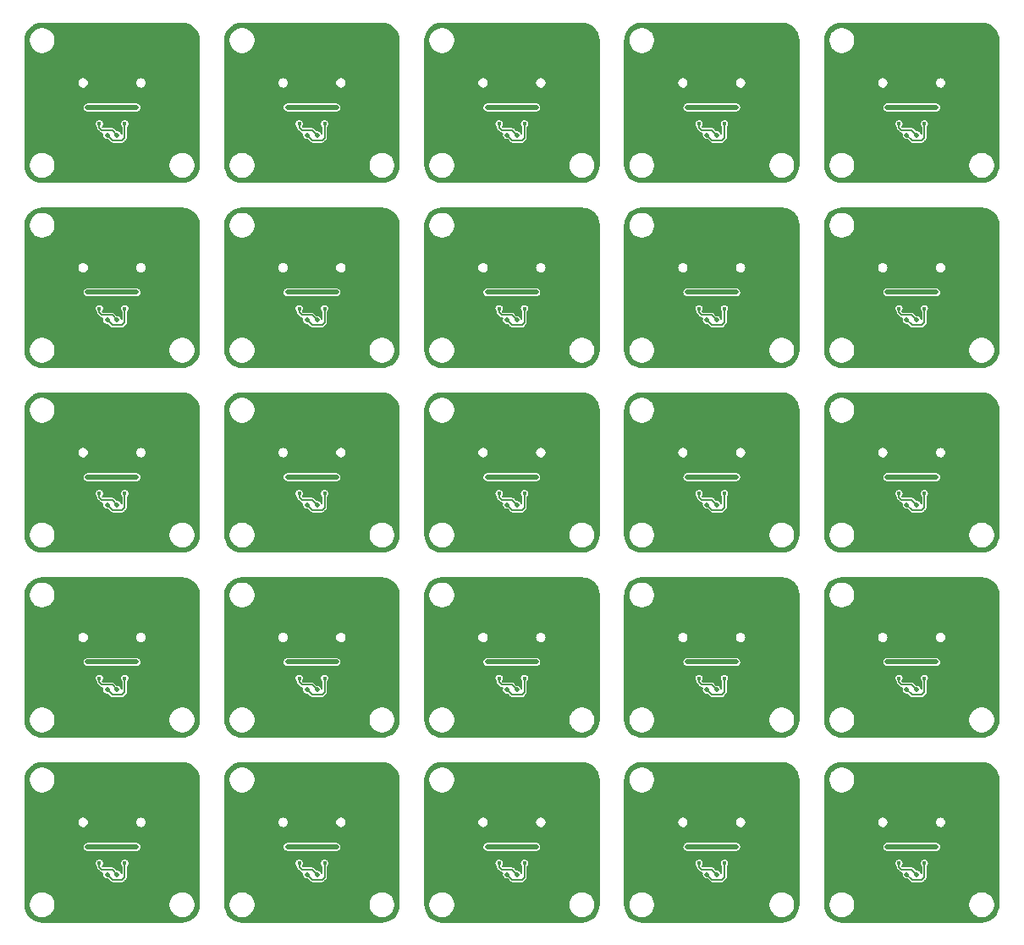
<source format=gbl>
G04 #@! TF.GenerationSoftware,KiCad,Pcbnew,(5.1.10)-1*
G04 #@! TF.CreationDate,2021-09-30T22:09:21+07:00*
G04 #@! TF.ProjectId,Unified-Daughterboard,556e6966-6965-4642-9d44-617567687465,C3*
G04 #@! TF.SameCoordinates,Original*
G04 #@! TF.FileFunction,Copper,L2,Bot*
G04 #@! TF.FilePolarity,Positive*
%FSLAX46Y46*%
G04 Gerber Fmt 4.6, Leading zero omitted, Abs format (unit mm)*
G04 Created by KiCad (PCBNEW (5.1.10)-1) date 2021-09-30 22:09:21*
%MOMM*%
%LPD*%
G01*
G04 APERTURE LIST*
G04 #@! TA.AperFunction,ComponentPad*
%ADD10O,1.100000X2.200000*%
G04 #@! TD*
G04 #@! TA.AperFunction,ComponentPad*
%ADD11O,1.300000X1.900000*%
G04 #@! TD*
G04 #@! TA.AperFunction,ComponentPad*
%ADD12C,3.500001*%
G04 #@! TD*
G04 #@! TA.AperFunction,ViaPad*
%ADD13C,0.450000*%
G04 #@! TD*
G04 #@! TA.AperFunction,ViaPad*
%ADD14C,0.508000*%
G04 #@! TD*
G04 #@! TA.AperFunction,Conductor*
%ADD15C,0.152400*%
G04 #@! TD*
G04 #@! TA.AperFunction,Conductor*
%ADD16C,0.508000*%
G04 #@! TD*
G04 #@! TA.AperFunction,Conductor*
%ADD17C,0.100000*%
G04 #@! TD*
G04 APERTURE END LIST*
D10*
X159302500Y-137343000D03*
D11*
X159302500Y-133143000D03*
X150702500Y-133143000D03*
D10*
X150702500Y-137343000D03*
X159302500Y-118843000D03*
D11*
X159302500Y-114643000D03*
X150702500Y-114643000D03*
D10*
X150702500Y-118843000D03*
X159302500Y-100343000D03*
D11*
X159302500Y-96143000D03*
X150702500Y-96143000D03*
D10*
X150702500Y-100343000D03*
X159302500Y-81843000D03*
D11*
X159302500Y-77643000D03*
X150702500Y-77643000D03*
D10*
X150702500Y-81843000D03*
X159302500Y-63343000D03*
D11*
X159302500Y-59143000D03*
X150702500Y-59143000D03*
D10*
X150702500Y-63343000D03*
X139302500Y-137343000D03*
D11*
X139302500Y-133143000D03*
X130702500Y-133143000D03*
D10*
X130702500Y-137343000D03*
X139302500Y-118843000D03*
D11*
X139302500Y-114643000D03*
X130702500Y-114643000D03*
D10*
X130702500Y-118843000D03*
X139302500Y-100343000D03*
D11*
X139302500Y-96143000D03*
X130702500Y-96143000D03*
D10*
X130702500Y-100343000D03*
X139302500Y-81843000D03*
D11*
X139302500Y-77643000D03*
X130702500Y-77643000D03*
D10*
X130702500Y-81843000D03*
X139302500Y-63343000D03*
D11*
X139302500Y-59143000D03*
X130702500Y-59143000D03*
D10*
X130702500Y-63343000D03*
X119302500Y-137343000D03*
D11*
X119302500Y-133143000D03*
X110702500Y-133143000D03*
D10*
X110702500Y-137343000D03*
X119302500Y-118843000D03*
D11*
X119302500Y-114643000D03*
X110702500Y-114643000D03*
D10*
X110702500Y-118843000D03*
X119302500Y-100343000D03*
D11*
X119302500Y-96143000D03*
X110702500Y-96143000D03*
D10*
X110702500Y-100343000D03*
X119302500Y-81843000D03*
D11*
X119302500Y-77643000D03*
X110702500Y-77643000D03*
D10*
X110702500Y-81843000D03*
X119302500Y-63343000D03*
D11*
X119302500Y-59143000D03*
X110702500Y-59143000D03*
D10*
X110702500Y-63343000D03*
X99302500Y-137343000D03*
D11*
X99302500Y-133143000D03*
X90702500Y-133143000D03*
D10*
X90702500Y-137343000D03*
X99302500Y-118843000D03*
D11*
X99302500Y-114643000D03*
X90702500Y-114643000D03*
D10*
X90702500Y-118843000D03*
X99302500Y-100343000D03*
D11*
X99302500Y-96143000D03*
X90702500Y-96143000D03*
D10*
X90702500Y-100343000D03*
X99302500Y-81843000D03*
D11*
X99302500Y-77643000D03*
X90702500Y-77643000D03*
D10*
X90702500Y-81843000D03*
X99302500Y-63343000D03*
D11*
X99302500Y-59143000D03*
X90702500Y-59143000D03*
D10*
X90702500Y-63343000D03*
X79302500Y-137343000D03*
D11*
X79302500Y-133143000D03*
X70702500Y-133143000D03*
D10*
X70702500Y-137343000D03*
X79302500Y-118843000D03*
D11*
X79302500Y-114643000D03*
X70702500Y-114643000D03*
D10*
X70702500Y-118843000D03*
X79302500Y-100343000D03*
D11*
X79302500Y-96143000D03*
X70702500Y-96143000D03*
D10*
X70702500Y-100343000D03*
X79302500Y-81843000D03*
D11*
X79302500Y-77643000D03*
X70702500Y-77643000D03*
D10*
X70702500Y-81843000D03*
D12*
X162004500Y-132543000D03*
X162004500Y-114043000D03*
X162004500Y-95543000D03*
X162004500Y-77043000D03*
X162004500Y-58543000D03*
X142004500Y-132543000D03*
X142004500Y-114043000D03*
X142004500Y-95543000D03*
X142004500Y-77043000D03*
X142004500Y-58543000D03*
X122004500Y-132543000D03*
X122004500Y-114043000D03*
X122004500Y-95543000D03*
X122004500Y-77043000D03*
X122004500Y-58543000D03*
X102004500Y-132543000D03*
X102004500Y-114043000D03*
X102004500Y-95543000D03*
X102004500Y-77043000D03*
X102004500Y-58543000D03*
X82004500Y-132543000D03*
X82004500Y-114043000D03*
X82004500Y-95543000D03*
X82004500Y-77043000D03*
D10*
X70702500Y-63343000D03*
D11*
X70702500Y-59143000D03*
X79302500Y-59143000D03*
D10*
X79302500Y-63343000D03*
D12*
X82004500Y-58543000D03*
D13*
X75002500Y-66026400D03*
X75002500Y-84526400D03*
X75002500Y-103026400D03*
X75002500Y-121526400D03*
X75002500Y-140026400D03*
X95002500Y-66026400D03*
X95002500Y-84526400D03*
X95002500Y-103026400D03*
X95002500Y-121526400D03*
X95002500Y-140026400D03*
X115002500Y-66026400D03*
X115002500Y-84526400D03*
X115002500Y-103026400D03*
X115002500Y-121526400D03*
X115002500Y-140026400D03*
X135002500Y-66026400D03*
X135002500Y-84526400D03*
X135002500Y-103026400D03*
X135002500Y-121526400D03*
X135002500Y-140026400D03*
X155002500Y-66026400D03*
X155002500Y-84526400D03*
X155002500Y-103026400D03*
X155002500Y-121526400D03*
X155002500Y-140026400D03*
X73732500Y-66890000D03*
D14*
X75502500Y-68016000D03*
D13*
X73732500Y-85390000D03*
X73732500Y-103890000D03*
X73732500Y-122390000D03*
X73732500Y-140890000D03*
X93732500Y-66890000D03*
X93732500Y-85390000D03*
X93732500Y-103890000D03*
X93732500Y-122390000D03*
X93732500Y-140890000D03*
X113732500Y-66890000D03*
X113732500Y-85390000D03*
X113732500Y-103890000D03*
X113732500Y-122390000D03*
X113732500Y-140890000D03*
X133732500Y-66890000D03*
X133732500Y-85390000D03*
X133732500Y-103890000D03*
X133732500Y-122390000D03*
X133732500Y-140890000D03*
X153732500Y-66890000D03*
X153732500Y-85390000D03*
X153732500Y-103890000D03*
X153732500Y-122390000D03*
X153732500Y-140890000D03*
D14*
X75502500Y-86516000D03*
X75502500Y-105016000D03*
X75502500Y-123516000D03*
X75502500Y-142016000D03*
X95502500Y-68016000D03*
X95502500Y-86516000D03*
X95502500Y-105016000D03*
X95502500Y-123516000D03*
X95502500Y-142016000D03*
X115502500Y-68016000D03*
X115502500Y-86516000D03*
X115502500Y-105016000D03*
X115502500Y-123516000D03*
X115502500Y-142016000D03*
X135502500Y-68016000D03*
X135502500Y-86516000D03*
X135502500Y-105016000D03*
X135502500Y-123516000D03*
X135502500Y-142016000D03*
X155502500Y-68016000D03*
X155502500Y-86516000D03*
X155502500Y-105016000D03*
X155502500Y-123516000D03*
X155502500Y-142016000D03*
D13*
X76272500Y-66890000D03*
D14*
X74504500Y-68018000D03*
D13*
X76272500Y-85390000D03*
X76272500Y-103890000D03*
X76272500Y-122390000D03*
X76272500Y-140890000D03*
X96272500Y-66890000D03*
X96272500Y-85390000D03*
X96272500Y-103890000D03*
X96272500Y-122390000D03*
X96272500Y-140890000D03*
X116272500Y-66890000D03*
X116272500Y-85390000D03*
X116272500Y-103890000D03*
X116272500Y-122390000D03*
X116272500Y-140890000D03*
X136272500Y-66890000D03*
X136272500Y-85390000D03*
X136272500Y-103890000D03*
X136272500Y-122390000D03*
X136272500Y-140890000D03*
X156272500Y-66890000D03*
X156272500Y-85390000D03*
X156272500Y-103890000D03*
X156272500Y-122390000D03*
X156272500Y-140890000D03*
D14*
X74504500Y-86518000D03*
X74504500Y-105018000D03*
X74504500Y-123518000D03*
X74504500Y-142018000D03*
X94504500Y-68018000D03*
X94504500Y-86518000D03*
X94504500Y-105018000D03*
X94504500Y-123518000D03*
X94504500Y-142018000D03*
X114504500Y-68018000D03*
X114504500Y-86518000D03*
X114504500Y-105018000D03*
X114504500Y-123518000D03*
X114504500Y-142018000D03*
X134504500Y-68018000D03*
X134504500Y-86518000D03*
X134504500Y-105018000D03*
X134504500Y-123518000D03*
X134504500Y-142018000D03*
X154504500Y-68018000D03*
X154504500Y-86518000D03*
X154504500Y-105018000D03*
X154504500Y-123518000D03*
X154504500Y-142018000D03*
X72552500Y-65239000D03*
X77452500Y-65239000D03*
X77452500Y-83739000D03*
X77452500Y-102239000D03*
X77452500Y-120739000D03*
X77452500Y-139239000D03*
X97452500Y-65239000D03*
X97452500Y-83739000D03*
X97452500Y-102239000D03*
X97452500Y-120739000D03*
X97452500Y-139239000D03*
X117452500Y-65239000D03*
X117452500Y-83739000D03*
X117452500Y-102239000D03*
X117452500Y-120739000D03*
X117452500Y-139239000D03*
X137452500Y-65239000D03*
X137452500Y-83739000D03*
X137452500Y-102239000D03*
X137452500Y-120739000D03*
X137452500Y-139239000D03*
X157452500Y-65239000D03*
X157452500Y-83739000D03*
X157452500Y-102239000D03*
X157452500Y-120739000D03*
X157452500Y-139239000D03*
X72552500Y-83739000D03*
X72552500Y-102239000D03*
X72552500Y-120739000D03*
X72552500Y-139239000D03*
X92552500Y-65239000D03*
X92552500Y-83739000D03*
X92552500Y-102239000D03*
X92552500Y-120739000D03*
X92552500Y-139239000D03*
X112552500Y-65239000D03*
X112552500Y-83739000D03*
X112552500Y-102239000D03*
X112552500Y-120739000D03*
X112552500Y-139239000D03*
X132552500Y-65239000D03*
X132552500Y-83739000D03*
X132552500Y-102239000D03*
X132552500Y-120739000D03*
X132552500Y-139239000D03*
X152552500Y-65239000D03*
X152552500Y-83739000D03*
X152552500Y-102239000D03*
X152552500Y-120739000D03*
X152552500Y-139239000D03*
D15*
X73732500Y-66890000D02*
X73732500Y-67271000D01*
X73732500Y-67271000D02*
X73986500Y-67525000D01*
X75011500Y-67525000D02*
X75502500Y-68016000D01*
X73986500Y-67525000D02*
X75011500Y-67525000D01*
X73732500Y-85771000D02*
X73986500Y-86025000D01*
X73732500Y-104271000D02*
X73986500Y-104525000D01*
X73732500Y-122771000D02*
X73986500Y-123025000D01*
X73732500Y-141271000D02*
X73986500Y-141525000D01*
X93732500Y-67271000D02*
X93986500Y-67525000D01*
X93732500Y-85771000D02*
X93986500Y-86025000D01*
X93732500Y-104271000D02*
X93986500Y-104525000D01*
X93732500Y-122771000D02*
X93986500Y-123025000D01*
X93732500Y-141271000D02*
X93986500Y-141525000D01*
X113732500Y-67271000D02*
X113986500Y-67525000D01*
X113732500Y-85771000D02*
X113986500Y-86025000D01*
X113732500Y-104271000D02*
X113986500Y-104525000D01*
X113732500Y-122771000D02*
X113986500Y-123025000D01*
X113732500Y-141271000D02*
X113986500Y-141525000D01*
X133732500Y-67271000D02*
X133986500Y-67525000D01*
X133732500Y-85771000D02*
X133986500Y-86025000D01*
X133732500Y-104271000D02*
X133986500Y-104525000D01*
X133732500Y-122771000D02*
X133986500Y-123025000D01*
X133732500Y-141271000D02*
X133986500Y-141525000D01*
X153732500Y-67271000D02*
X153986500Y-67525000D01*
X153732500Y-85771000D02*
X153986500Y-86025000D01*
X153732500Y-104271000D02*
X153986500Y-104525000D01*
X153732500Y-122771000D02*
X153986500Y-123025000D01*
X153732500Y-141271000D02*
X153986500Y-141525000D01*
X73732500Y-85390000D02*
X73732500Y-85771000D01*
X73732500Y-103890000D02*
X73732500Y-104271000D01*
X73732500Y-122390000D02*
X73732500Y-122771000D01*
X73732500Y-140890000D02*
X73732500Y-141271000D01*
X93732500Y-66890000D02*
X93732500Y-67271000D01*
X93732500Y-85390000D02*
X93732500Y-85771000D01*
X93732500Y-103890000D02*
X93732500Y-104271000D01*
X93732500Y-122390000D02*
X93732500Y-122771000D01*
X93732500Y-140890000D02*
X93732500Y-141271000D01*
X113732500Y-66890000D02*
X113732500Y-67271000D01*
X113732500Y-85390000D02*
X113732500Y-85771000D01*
X113732500Y-103890000D02*
X113732500Y-104271000D01*
X113732500Y-122390000D02*
X113732500Y-122771000D01*
X113732500Y-140890000D02*
X113732500Y-141271000D01*
X133732500Y-66890000D02*
X133732500Y-67271000D01*
X133732500Y-85390000D02*
X133732500Y-85771000D01*
X133732500Y-103890000D02*
X133732500Y-104271000D01*
X133732500Y-122390000D02*
X133732500Y-122771000D01*
X133732500Y-140890000D02*
X133732500Y-141271000D01*
X153732500Y-66890000D02*
X153732500Y-67271000D01*
X153732500Y-85390000D02*
X153732500Y-85771000D01*
X153732500Y-103890000D02*
X153732500Y-104271000D01*
X153732500Y-122390000D02*
X153732500Y-122771000D01*
X153732500Y-140890000D02*
X153732500Y-141271000D01*
X75011500Y-86025000D02*
X75502500Y-86516000D01*
X75011500Y-104525000D02*
X75502500Y-105016000D01*
X75011500Y-123025000D02*
X75502500Y-123516000D01*
X75011500Y-141525000D02*
X75502500Y-142016000D01*
X95011500Y-67525000D02*
X95502500Y-68016000D01*
X95011500Y-86025000D02*
X95502500Y-86516000D01*
X95011500Y-104525000D02*
X95502500Y-105016000D01*
X95011500Y-123025000D02*
X95502500Y-123516000D01*
X95011500Y-141525000D02*
X95502500Y-142016000D01*
X115011500Y-67525000D02*
X115502500Y-68016000D01*
X115011500Y-86025000D02*
X115502500Y-86516000D01*
X115011500Y-104525000D02*
X115502500Y-105016000D01*
X115011500Y-123025000D02*
X115502500Y-123516000D01*
X115011500Y-141525000D02*
X115502500Y-142016000D01*
X135011500Y-67525000D02*
X135502500Y-68016000D01*
X135011500Y-86025000D02*
X135502500Y-86516000D01*
X135011500Y-104525000D02*
X135502500Y-105016000D01*
X135011500Y-123025000D02*
X135502500Y-123516000D01*
X135011500Y-141525000D02*
X135502500Y-142016000D01*
X155011500Y-67525000D02*
X155502500Y-68016000D01*
X155011500Y-86025000D02*
X155502500Y-86516000D01*
X155011500Y-104525000D02*
X155502500Y-105016000D01*
X155011500Y-123025000D02*
X155502500Y-123516000D01*
X155011500Y-141525000D02*
X155502500Y-142016000D01*
X73986500Y-86025000D02*
X75011500Y-86025000D01*
X73986500Y-104525000D02*
X75011500Y-104525000D01*
X73986500Y-123025000D02*
X75011500Y-123025000D01*
X73986500Y-141525000D02*
X75011500Y-141525000D01*
X93986500Y-67525000D02*
X95011500Y-67525000D01*
X93986500Y-86025000D02*
X95011500Y-86025000D01*
X93986500Y-104525000D02*
X95011500Y-104525000D01*
X93986500Y-123025000D02*
X95011500Y-123025000D01*
X93986500Y-141525000D02*
X95011500Y-141525000D01*
X113986500Y-67525000D02*
X115011500Y-67525000D01*
X113986500Y-86025000D02*
X115011500Y-86025000D01*
X113986500Y-104525000D02*
X115011500Y-104525000D01*
X113986500Y-123025000D02*
X115011500Y-123025000D01*
X113986500Y-141525000D02*
X115011500Y-141525000D01*
X133986500Y-67525000D02*
X135011500Y-67525000D01*
X133986500Y-86025000D02*
X135011500Y-86025000D01*
X133986500Y-104525000D02*
X135011500Y-104525000D01*
X133986500Y-123025000D02*
X135011500Y-123025000D01*
X133986500Y-141525000D02*
X135011500Y-141525000D01*
X153986500Y-67525000D02*
X155011500Y-67525000D01*
X153986500Y-86025000D02*
X155011500Y-86025000D01*
X153986500Y-104525000D02*
X155011500Y-104525000D01*
X153986500Y-123025000D02*
X155011500Y-123025000D01*
X153986500Y-141525000D02*
X155011500Y-141525000D01*
X76272500Y-66890000D02*
X76272500Y-68287000D01*
X76272500Y-68287000D02*
X76018500Y-68541000D01*
X75027500Y-68541000D02*
X74504500Y-68018000D01*
X76018500Y-68541000D02*
X75027500Y-68541000D01*
X76018500Y-87041000D02*
X75027500Y-87041000D01*
X76018500Y-105541000D02*
X75027500Y-105541000D01*
X76018500Y-124041000D02*
X75027500Y-124041000D01*
X76018500Y-142541000D02*
X75027500Y-142541000D01*
X96018500Y-68541000D02*
X95027500Y-68541000D01*
X96018500Y-87041000D02*
X95027500Y-87041000D01*
X96018500Y-105541000D02*
X95027500Y-105541000D01*
X96018500Y-124041000D02*
X95027500Y-124041000D01*
X96018500Y-142541000D02*
X95027500Y-142541000D01*
X116018500Y-68541000D02*
X115027500Y-68541000D01*
X116018500Y-87041000D02*
X115027500Y-87041000D01*
X116018500Y-105541000D02*
X115027500Y-105541000D01*
X116018500Y-124041000D02*
X115027500Y-124041000D01*
X116018500Y-142541000D02*
X115027500Y-142541000D01*
X136018500Y-68541000D02*
X135027500Y-68541000D01*
X136018500Y-87041000D02*
X135027500Y-87041000D01*
X136018500Y-105541000D02*
X135027500Y-105541000D01*
X136018500Y-124041000D02*
X135027500Y-124041000D01*
X136018500Y-142541000D02*
X135027500Y-142541000D01*
X156018500Y-68541000D02*
X155027500Y-68541000D01*
X156018500Y-87041000D02*
X155027500Y-87041000D01*
X156018500Y-105541000D02*
X155027500Y-105541000D01*
X156018500Y-124041000D02*
X155027500Y-124041000D01*
X156018500Y-142541000D02*
X155027500Y-142541000D01*
X76272500Y-85390000D02*
X76272500Y-86787000D01*
X76272500Y-103890000D02*
X76272500Y-105287000D01*
X76272500Y-122390000D02*
X76272500Y-123787000D01*
X76272500Y-140890000D02*
X76272500Y-142287000D01*
X96272500Y-66890000D02*
X96272500Y-68287000D01*
X96272500Y-85390000D02*
X96272500Y-86787000D01*
X96272500Y-103890000D02*
X96272500Y-105287000D01*
X96272500Y-122390000D02*
X96272500Y-123787000D01*
X96272500Y-140890000D02*
X96272500Y-142287000D01*
X116272500Y-66890000D02*
X116272500Y-68287000D01*
X116272500Y-85390000D02*
X116272500Y-86787000D01*
X116272500Y-103890000D02*
X116272500Y-105287000D01*
X116272500Y-122390000D02*
X116272500Y-123787000D01*
X116272500Y-140890000D02*
X116272500Y-142287000D01*
X136272500Y-66890000D02*
X136272500Y-68287000D01*
X136272500Y-85390000D02*
X136272500Y-86787000D01*
X136272500Y-103890000D02*
X136272500Y-105287000D01*
X136272500Y-122390000D02*
X136272500Y-123787000D01*
X136272500Y-140890000D02*
X136272500Y-142287000D01*
X156272500Y-66890000D02*
X156272500Y-68287000D01*
X156272500Y-85390000D02*
X156272500Y-86787000D01*
X156272500Y-103890000D02*
X156272500Y-105287000D01*
X156272500Y-122390000D02*
X156272500Y-123787000D01*
X156272500Y-140890000D02*
X156272500Y-142287000D01*
X76272500Y-86787000D02*
X76018500Y-87041000D01*
X76272500Y-105287000D02*
X76018500Y-105541000D01*
X76272500Y-123787000D02*
X76018500Y-124041000D01*
X76272500Y-142287000D02*
X76018500Y-142541000D01*
X96272500Y-68287000D02*
X96018500Y-68541000D01*
X96272500Y-86787000D02*
X96018500Y-87041000D01*
X96272500Y-105287000D02*
X96018500Y-105541000D01*
X96272500Y-123787000D02*
X96018500Y-124041000D01*
X96272500Y-142287000D02*
X96018500Y-142541000D01*
X116272500Y-68287000D02*
X116018500Y-68541000D01*
X116272500Y-86787000D02*
X116018500Y-87041000D01*
X116272500Y-105287000D02*
X116018500Y-105541000D01*
X116272500Y-123787000D02*
X116018500Y-124041000D01*
X116272500Y-142287000D02*
X116018500Y-142541000D01*
X136272500Y-68287000D02*
X136018500Y-68541000D01*
X136272500Y-86787000D02*
X136018500Y-87041000D01*
X136272500Y-105287000D02*
X136018500Y-105541000D01*
X136272500Y-123787000D02*
X136018500Y-124041000D01*
X136272500Y-142287000D02*
X136018500Y-142541000D01*
X156272500Y-68287000D02*
X156018500Y-68541000D01*
X156272500Y-86787000D02*
X156018500Y-87041000D01*
X156272500Y-105287000D02*
X156018500Y-105541000D01*
X156272500Y-123787000D02*
X156018500Y-124041000D01*
X156272500Y-142287000D02*
X156018500Y-142541000D01*
X75027500Y-87041000D02*
X74504500Y-86518000D01*
X75027500Y-105541000D02*
X74504500Y-105018000D01*
X75027500Y-124041000D02*
X74504500Y-123518000D01*
X75027500Y-142541000D02*
X74504500Y-142018000D01*
X95027500Y-68541000D02*
X94504500Y-68018000D01*
X95027500Y-87041000D02*
X94504500Y-86518000D01*
X95027500Y-105541000D02*
X94504500Y-105018000D01*
X95027500Y-124041000D02*
X94504500Y-123518000D01*
X95027500Y-142541000D02*
X94504500Y-142018000D01*
X115027500Y-68541000D02*
X114504500Y-68018000D01*
X115027500Y-87041000D02*
X114504500Y-86518000D01*
X115027500Y-105541000D02*
X114504500Y-105018000D01*
X115027500Y-124041000D02*
X114504500Y-123518000D01*
X115027500Y-142541000D02*
X114504500Y-142018000D01*
X135027500Y-68541000D02*
X134504500Y-68018000D01*
X135027500Y-87041000D02*
X134504500Y-86518000D01*
X135027500Y-105541000D02*
X134504500Y-105018000D01*
X135027500Y-124041000D02*
X134504500Y-123518000D01*
X135027500Y-142541000D02*
X134504500Y-142018000D01*
X155027500Y-68541000D02*
X154504500Y-68018000D01*
X155027500Y-87041000D02*
X154504500Y-86518000D01*
X155027500Y-105541000D02*
X154504500Y-105018000D01*
X155027500Y-124041000D02*
X154504500Y-123518000D01*
X155027500Y-142541000D02*
X154504500Y-142018000D01*
D16*
X72552500Y-65239000D02*
X77452500Y-65239000D01*
X72552500Y-83739000D02*
X77452500Y-83739000D01*
X72552500Y-102239000D02*
X77452500Y-102239000D01*
X72552500Y-120739000D02*
X77452500Y-120739000D01*
X72552500Y-139239000D02*
X77452500Y-139239000D01*
X92552500Y-65239000D02*
X97452500Y-65239000D01*
X92552500Y-83739000D02*
X97452500Y-83739000D01*
X92552500Y-102239000D02*
X97452500Y-102239000D01*
X92552500Y-120739000D02*
X97452500Y-120739000D01*
X92552500Y-139239000D02*
X97452500Y-139239000D01*
X112552500Y-65239000D02*
X117452500Y-65239000D01*
X112552500Y-83739000D02*
X117452500Y-83739000D01*
X112552500Y-102239000D02*
X117452500Y-102239000D01*
X112552500Y-120739000D02*
X117452500Y-120739000D01*
X112552500Y-139239000D02*
X117452500Y-139239000D01*
X132552500Y-65239000D02*
X137452500Y-65239000D01*
X132552500Y-83739000D02*
X137452500Y-83739000D01*
X132552500Y-102239000D02*
X137452500Y-102239000D01*
X132552500Y-120739000D02*
X137452500Y-120739000D01*
X132552500Y-139239000D02*
X137452500Y-139239000D01*
X152552500Y-65239000D02*
X157452500Y-65239000D01*
X152552500Y-83739000D02*
X157452500Y-83739000D01*
X152552500Y-102239000D02*
X157452500Y-102239000D01*
X152552500Y-120739000D02*
X157452500Y-120739000D01*
X152552500Y-139239000D02*
X157452500Y-139239000D01*
D15*
X82333717Y-56880336D02*
X82650391Y-56975945D01*
X82942466Y-57131244D01*
X83198814Y-57340317D01*
X83409674Y-57595202D01*
X83567004Y-57886178D01*
X83664825Y-58202186D01*
X83700900Y-58545416D01*
X83700901Y-71028142D01*
X83667164Y-71372219D01*
X83571554Y-71688893D01*
X83416253Y-71980969D01*
X83207183Y-72237314D01*
X82952298Y-72448174D01*
X82661318Y-72605506D01*
X82345315Y-72703325D01*
X82002084Y-72739400D01*
X68019348Y-72739400D01*
X67675281Y-72705664D01*
X67358607Y-72610054D01*
X67066531Y-72454753D01*
X66810186Y-72245683D01*
X66599326Y-71990798D01*
X66441994Y-71699818D01*
X66344175Y-71383815D01*
X66308100Y-71040584D01*
X66308100Y-70912144D01*
X66675900Y-70912144D01*
X66675900Y-71173856D01*
X66726957Y-71430538D01*
X66827110Y-71672328D01*
X66972509Y-71889933D01*
X67157567Y-72074991D01*
X67375172Y-72220390D01*
X67616962Y-72320543D01*
X67873644Y-72371600D01*
X68135356Y-72371600D01*
X68392038Y-72320543D01*
X68633828Y-72220390D01*
X68851433Y-72074991D01*
X69036491Y-71889933D01*
X69181890Y-71672328D01*
X69282043Y-71430538D01*
X69333100Y-71173856D01*
X69333100Y-70912144D01*
X80675900Y-70912144D01*
X80675900Y-71173856D01*
X80726957Y-71430538D01*
X80827110Y-71672328D01*
X80972509Y-71889933D01*
X81157567Y-72074991D01*
X81375172Y-72220390D01*
X81616962Y-72320543D01*
X81873644Y-72371600D01*
X82135356Y-72371600D01*
X82392038Y-72320543D01*
X82633828Y-72220390D01*
X82851433Y-72074991D01*
X83036491Y-71889933D01*
X83181890Y-71672328D01*
X83282043Y-71430538D01*
X83333100Y-71173856D01*
X83333100Y-70912144D01*
X83282043Y-70655462D01*
X83181890Y-70413672D01*
X83036491Y-70196067D01*
X82851433Y-70011009D01*
X82633828Y-69865610D01*
X82392038Y-69765457D01*
X82135356Y-69714400D01*
X81873644Y-69714400D01*
X81616962Y-69765457D01*
X81375172Y-69865610D01*
X81157567Y-70011009D01*
X80972509Y-70196067D01*
X80827110Y-70413672D01*
X80726957Y-70655462D01*
X80675900Y-70912144D01*
X69333100Y-70912144D01*
X69282043Y-70655462D01*
X69181890Y-70413672D01*
X69036491Y-70196067D01*
X68851433Y-70011009D01*
X68633828Y-69865610D01*
X68392038Y-69765457D01*
X68135356Y-69714400D01*
X67873644Y-69714400D01*
X67616962Y-69765457D01*
X67375172Y-69865610D01*
X67157567Y-70011009D01*
X66972509Y-70196067D01*
X66827110Y-70413672D01*
X66726957Y-70655462D01*
X66675900Y-70912144D01*
X66308100Y-70912144D01*
X66308100Y-66845324D01*
X73278900Y-66845324D01*
X73278900Y-66934676D01*
X73296331Y-67022310D01*
X73330525Y-67104860D01*
X73380166Y-67179153D01*
X73427700Y-67226687D01*
X73427700Y-67256042D01*
X73426227Y-67271000D01*
X73427700Y-67285958D01*
X73427700Y-67285966D01*
X73429913Y-67308432D01*
X73432111Y-67330751D01*
X73449540Y-67388205D01*
X73449541Y-67388206D01*
X73477843Y-67441157D01*
X73515933Y-67487568D01*
X73527556Y-67497107D01*
X73760391Y-67729943D01*
X73769932Y-67741568D01*
X73816343Y-67779658D01*
X73869294Y-67807960D01*
X73913376Y-67821332D01*
X73926748Y-67825389D01*
X73932389Y-67825945D01*
X73971534Y-67829800D01*
X73971541Y-67829800D01*
X73986499Y-67831273D01*
X74001457Y-67829800D01*
X74060093Y-67829800D01*
X74040446Y-67877231D01*
X74021900Y-67970468D01*
X74021900Y-68065532D01*
X74040446Y-68158769D01*
X74076826Y-68246597D01*
X74129640Y-68325640D01*
X74196860Y-68392860D01*
X74275903Y-68445674D01*
X74363731Y-68482054D01*
X74456968Y-68500600D01*
X74552032Y-68500600D01*
X74555382Y-68499934D01*
X74801392Y-68745944D01*
X74810932Y-68757568D01*
X74857343Y-68795658D01*
X74910294Y-68823960D01*
X74967748Y-68841389D01*
X74972903Y-68841897D01*
X75012534Y-68845800D01*
X75012542Y-68845800D01*
X75027500Y-68847273D01*
X75042458Y-68845800D01*
X76003542Y-68845800D01*
X76018500Y-68847273D01*
X76033458Y-68845800D01*
X76033466Y-68845800D01*
X76078251Y-68841389D01*
X76135706Y-68823960D01*
X76188657Y-68795658D01*
X76235068Y-68757568D01*
X76244612Y-68745939D01*
X76477444Y-68513108D01*
X76489068Y-68503568D01*
X76527158Y-68457157D01*
X76555460Y-68404206D01*
X76572889Y-68346751D01*
X76577300Y-68301966D01*
X76577300Y-68301959D01*
X76578773Y-68287001D01*
X76577300Y-68272043D01*
X76577300Y-67226687D01*
X76624834Y-67179153D01*
X76674475Y-67104860D01*
X76708669Y-67022310D01*
X76726100Y-66934676D01*
X76726100Y-66845324D01*
X76708669Y-66757690D01*
X76674475Y-66675140D01*
X76624834Y-66600847D01*
X76561653Y-66537666D01*
X76487360Y-66488025D01*
X76404810Y-66453831D01*
X76317176Y-66436400D01*
X76227824Y-66436400D01*
X76140190Y-66453831D01*
X76057640Y-66488025D01*
X75983347Y-66537666D01*
X75920166Y-66600847D01*
X75870525Y-66675140D01*
X75836331Y-66757690D01*
X75818900Y-66845324D01*
X75818900Y-66934676D01*
X75836331Y-67022310D01*
X75870525Y-67104860D01*
X75920166Y-67179153D01*
X75967700Y-67226687D01*
X75967701Y-67880996D01*
X75966554Y-67875231D01*
X75930174Y-67787403D01*
X75877360Y-67708360D01*
X75810140Y-67641140D01*
X75731097Y-67588326D01*
X75643269Y-67551946D01*
X75550032Y-67533400D01*
X75454968Y-67533400D01*
X75451618Y-67534066D01*
X75237612Y-67320061D01*
X75228068Y-67308432D01*
X75181657Y-67270342D01*
X75128706Y-67242040D01*
X75071251Y-67224611D01*
X75026466Y-67220200D01*
X75026458Y-67220200D01*
X75011500Y-67218727D01*
X74996542Y-67220200D01*
X74112752Y-67220200D01*
X74078269Y-67185718D01*
X74084834Y-67179153D01*
X74134475Y-67104860D01*
X74168669Y-67022310D01*
X74186100Y-66934676D01*
X74186100Y-66845324D01*
X74168669Y-66757690D01*
X74134475Y-66675140D01*
X74084834Y-66600847D01*
X74021653Y-66537666D01*
X73947360Y-66488025D01*
X73864810Y-66453831D01*
X73777176Y-66436400D01*
X73687824Y-66436400D01*
X73600190Y-66453831D01*
X73517640Y-66488025D01*
X73443347Y-66537666D01*
X73380166Y-66600847D01*
X73330525Y-66675140D01*
X73296331Y-66757690D01*
X73278900Y-66845324D01*
X66308100Y-66845324D01*
X66308100Y-65239000D01*
X72067565Y-65239000D01*
X72069900Y-65262707D01*
X72069900Y-65286532D01*
X72074548Y-65309899D01*
X72076883Y-65333606D01*
X72083798Y-65356403D01*
X72088446Y-65379769D01*
X72097561Y-65401775D01*
X72104478Y-65424577D01*
X72115712Y-65445594D01*
X72124826Y-65467597D01*
X72138060Y-65487403D01*
X72149291Y-65508415D01*
X72164403Y-65526829D01*
X72177640Y-65546640D01*
X72194488Y-65563488D01*
X72209599Y-65581901D01*
X72228012Y-65597012D01*
X72244860Y-65613860D01*
X72264671Y-65627097D01*
X72283085Y-65642209D01*
X72304097Y-65653440D01*
X72323903Y-65666674D01*
X72345906Y-65675788D01*
X72366923Y-65687022D01*
X72389725Y-65693939D01*
X72411731Y-65703054D01*
X72435097Y-65707702D01*
X72457894Y-65714617D01*
X72481600Y-65716952D01*
X72504968Y-65721600D01*
X77500032Y-65721600D01*
X77523400Y-65716952D01*
X77547106Y-65714617D01*
X77569903Y-65707702D01*
X77593269Y-65703054D01*
X77615275Y-65693939D01*
X77638077Y-65687022D01*
X77659094Y-65675788D01*
X77681097Y-65666674D01*
X77700903Y-65653440D01*
X77721915Y-65642209D01*
X77740329Y-65627097D01*
X77760140Y-65613860D01*
X77776988Y-65597012D01*
X77795401Y-65581901D01*
X77810512Y-65563488D01*
X77827360Y-65546640D01*
X77840597Y-65526829D01*
X77855709Y-65508415D01*
X77866940Y-65487403D01*
X77880174Y-65467597D01*
X77889288Y-65445594D01*
X77900522Y-65424577D01*
X77907439Y-65401775D01*
X77916554Y-65379769D01*
X77921202Y-65356403D01*
X77928117Y-65333606D01*
X77930452Y-65309899D01*
X77935100Y-65286532D01*
X77935100Y-65262707D01*
X77937435Y-65239000D01*
X77935100Y-65215293D01*
X77935100Y-65191468D01*
X77930452Y-65168101D01*
X77928117Y-65144394D01*
X77921202Y-65121597D01*
X77916554Y-65098231D01*
X77907439Y-65076225D01*
X77900522Y-65053423D01*
X77889288Y-65032406D01*
X77880174Y-65010403D01*
X77866940Y-64990597D01*
X77855709Y-64969585D01*
X77840597Y-64951171D01*
X77827360Y-64931360D01*
X77810512Y-64914512D01*
X77795401Y-64896099D01*
X77776988Y-64880988D01*
X77760140Y-64864140D01*
X77740329Y-64850903D01*
X77721915Y-64835791D01*
X77700903Y-64824560D01*
X77681097Y-64811326D01*
X77659094Y-64802212D01*
X77638077Y-64790978D01*
X77615275Y-64784061D01*
X77593269Y-64774946D01*
X77569903Y-64770298D01*
X77547106Y-64763383D01*
X77523400Y-64761048D01*
X77500032Y-64756400D01*
X72504968Y-64756400D01*
X72481600Y-64761048D01*
X72457894Y-64763383D01*
X72435097Y-64770298D01*
X72411731Y-64774946D01*
X72389725Y-64784061D01*
X72366923Y-64790978D01*
X72345906Y-64802212D01*
X72323903Y-64811326D01*
X72304097Y-64824560D01*
X72283085Y-64835791D01*
X72264671Y-64850903D01*
X72244860Y-64864140D01*
X72228012Y-64880988D01*
X72209599Y-64896099D01*
X72194488Y-64914512D01*
X72177640Y-64931360D01*
X72164403Y-64951171D01*
X72149291Y-64969585D01*
X72138060Y-64990597D01*
X72124826Y-65010403D01*
X72115712Y-65032406D01*
X72104478Y-65053423D01*
X72097561Y-65076225D01*
X72088446Y-65098231D01*
X72083798Y-65121597D01*
X72076883Y-65144394D01*
X72074548Y-65168101D01*
X72069900Y-65191468D01*
X72069900Y-65215293D01*
X72067565Y-65239000D01*
X66308100Y-65239000D01*
X66308100Y-62737475D01*
X71558900Y-62737475D01*
X71558900Y-62846525D01*
X71580174Y-62953479D01*
X71621906Y-63054228D01*
X71682491Y-63144900D01*
X71759600Y-63222009D01*
X71850272Y-63282594D01*
X71951021Y-63324326D01*
X72057975Y-63345600D01*
X72167025Y-63345600D01*
X72273979Y-63324326D01*
X72374728Y-63282594D01*
X72465400Y-63222009D01*
X72542509Y-63144900D01*
X72603094Y-63054228D01*
X72644826Y-62953479D01*
X72666100Y-62846525D01*
X72666100Y-62737475D01*
X77338900Y-62737475D01*
X77338900Y-62846525D01*
X77360174Y-62953479D01*
X77401906Y-63054228D01*
X77462491Y-63144900D01*
X77539600Y-63222009D01*
X77630272Y-63282594D01*
X77731021Y-63324326D01*
X77837975Y-63345600D01*
X77947025Y-63345600D01*
X78053979Y-63324326D01*
X78154728Y-63282594D01*
X78245400Y-63222009D01*
X78322509Y-63144900D01*
X78383094Y-63054228D01*
X78424826Y-62953479D01*
X78446100Y-62846525D01*
X78446100Y-62737475D01*
X78424826Y-62630521D01*
X78383094Y-62529772D01*
X78322509Y-62439100D01*
X78245400Y-62361991D01*
X78154728Y-62301406D01*
X78053979Y-62259674D01*
X77947025Y-62238400D01*
X77837975Y-62238400D01*
X77731021Y-62259674D01*
X77630272Y-62301406D01*
X77539600Y-62361991D01*
X77462491Y-62439100D01*
X77401906Y-62529772D01*
X77360174Y-62630521D01*
X77338900Y-62737475D01*
X72666100Y-62737475D01*
X72644826Y-62630521D01*
X72603094Y-62529772D01*
X72542509Y-62439100D01*
X72465400Y-62361991D01*
X72374728Y-62301406D01*
X72273979Y-62259674D01*
X72167025Y-62238400D01*
X72057975Y-62238400D01*
X71951021Y-62259674D01*
X71850272Y-62301406D01*
X71759600Y-62361991D01*
X71682491Y-62439100D01*
X71621906Y-62529772D01*
X71580174Y-62630521D01*
X71558900Y-62737475D01*
X66308100Y-62737475D01*
X66308100Y-58557848D01*
X66322386Y-58412144D01*
X66675900Y-58412144D01*
X66675900Y-58673856D01*
X66726957Y-58930538D01*
X66827110Y-59172328D01*
X66972509Y-59389933D01*
X67157567Y-59574991D01*
X67375172Y-59720390D01*
X67616962Y-59820543D01*
X67873644Y-59871600D01*
X68135356Y-59871600D01*
X68392038Y-59820543D01*
X68633828Y-59720390D01*
X68851433Y-59574991D01*
X69036491Y-59389933D01*
X69181890Y-59172328D01*
X69282043Y-58930538D01*
X69333100Y-58673856D01*
X69333100Y-58412144D01*
X69282043Y-58155462D01*
X69181890Y-57913672D01*
X69036491Y-57696067D01*
X68851433Y-57511009D01*
X68633828Y-57365610D01*
X68392038Y-57265457D01*
X68135356Y-57214400D01*
X67873644Y-57214400D01*
X67616962Y-57265457D01*
X67375172Y-57365610D01*
X67157567Y-57511009D01*
X66972509Y-57696067D01*
X66827110Y-57913672D01*
X66726957Y-58155462D01*
X66675900Y-58412144D01*
X66322386Y-58412144D01*
X66341836Y-58213783D01*
X66437445Y-57897109D01*
X66592744Y-57605034D01*
X66801817Y-57348686D01*
X67056702Y-57137826D01*
X67347678Y-56980496D01*
X67663686Y-56882675D01*
X68006916Y-56846600D01*
X81989652Y-56846600D01*
X82333717Y-56880336D01*
G04 #@! TA.AperFunction,Conductor*
D17*
G36*
X82333717Y-56880336D02*
G01*
X82650391Y-56975945D01*
X82942466Y-57131244D01*
X83198814Y-57340317D01*
X83409674Y-57595202D01*
X83567004Y-57886178D01*
X83664825Y-58202186D01*
X83700900Y-58545416D01*
X83700901Y-71028142D01*
X83667164Y-71372219D01*
X83571554Y-71688893D01*
X83416253Y-71980969D01*
X83207183Y-72237314D01*
X82952298Y-72448174D01*
X82661318Y-72605506D01*
X82345315Y-72703325D01*
X82002084Y-72739400D01*
X68019348Y-72739400D01*
X67675281Y-72705664D01*
X67358607Y-72610054D01*
X67066531Y-72454753D01*
X66810186Y-72245683D01*
X66599326Y-71990798D01*
X66441994Y-71699818D01*
X66344175Y-71383815D01*
X66308100Y-71040584D01*
X66308100Y-70912144D01*
X66675900Y-70912144D01*
X66675900Y-71173856D01*
X66726957Y-71430538D01*
X66827110Y-71672328D01*
X66972509Y-71889933D01*
X67157567Y-72074991D01*
X67375172Y-72220390D01*
X67616962Y-72320543D01*
X67873644Y-72371600D01*
X68135356Y-72371600D01*
X68392038Y-72320543D01*
X68633828Y-72220390D01*
X68851433Y-72074991D01*
X69036491Y-71889933D01*
X69181890Y-71672328D01*
X69282043Y-71430538D01*
X69333100Y-71173856D01*
X69333100Y-70912144D01*
X80675900Y-70912144D01*
X80675900Y-71173856D01*
X80726957Y-71430538D01*
X80827110Y-71672328D01*
X80972509Y-71889933D01*
X81157567Y-72074991D01*
X81375172Y-72220390D01*
X81616962Y-72320543D01*
X81873644Y-72371600D01*
X82135356Y-72371600D01*
X82392038Y-72320543D01*
X82633828Y-72220390D01*
X82851433Y-72074991D01*
X83036491Y-71889933D01*
X83181890Y-71672328D01*
X83282043Y-71430538D01*
X83333100Y-71173856D01*
X83333100Y-70912144D01*
X83282043Y-70655462D01*
X83181890Y-70413672D01*
X83036491Y-70196067D01*
X82851433Y-70011009D01*
X82633828Y-69865610D01*
X82392038Y-69765457D01*
X82135356Y-69714400D01*
X81873644Y-69714400D01*
X81616962Y-69765457D01*
X81375172Y-69865610D01*
X81157567Y-70011009D01*
X80972509Y-70196067D01*
X80827110Y-70413672D01*
X80726957Y-70655462D01*
X80675900Y-70912144D01*
X69333100Y-70912144D01*
X69282043Y-70655462D01*
X69181890Y-70413672D01*
X69036491Y-70196067D01*
X68851433Y-70011009D01*
X68633828Y-69865610D01*
X68392038Y-69765457D01*
X68135356Y-69714400D01*
X67873644Y-69714400D01*
X67616962Y-69765457D01*
X67375172Y-69865610D01*
X67157567Y-70011009D01*
X66972509Y-70196067D01*
X66827110Y-70413672D01*
X66726957Y-70655462D01*
X66675900Y-70912144D01*
X66308100Y-70912144D01*
X66308100Y-66845324D01*
X73278900Y-66845324D01*
X73278900Y-66934676D01*
X73296331Y-67022310D01*
X73330525Y-67104860D01*
X73380166Y-67179153D01*
X73427700Y-67226687D01*
X73427700Y-67256042D01*
X73426227Y-67271000D01*
X73427700Y-67285958D01*
X73427700Y-67285966D01*
X73429913Y-67308432D01*
X73432111Y-67330751D01*
X73449540Y-67388205D01*
X73449541Y-67388206D01*
X73477843Y-67441157D01*
X73515933Y-67487568D01*
X73527556Y-67497107D01*
X73760391Y-67729943D01*
X73769932Y-67741568D01*
X73816343Y-67779658D01*
X73869294Y-67807960D01*
X73913376Y-67821332D01*
X73926748Y-67825389D01*
X73932389Y-67825945D01*
X73971534Y-67829800D01*
X73971541Y-67829800D01*
X73986499Y-67831273D01*
X74001457Y-67829800D01*
X74060093Y-67829800D01*
X74040446Y-67877231D01*
X74021900Y-67970468D01*
X74021900Y-68065532D01*
X74040446Y-68158769D01*
X74076826Y-68246597D01*
X74129640Y-68325640D01*
X74196860Y-68392860D01*
X74275903Y-68445674D01*
X74363731Y-68482054D01*
X74456968Y-68500600D01*
X74552032Y-68500600D01*
X74555382Y-68499934D01*
X74801392Y-68745944D01*
X74810932Y-68757568D01*
X74857343Y-68795658D01*
X74910294Y-68823960D01*
X74967748Y-68841389D01*
X74972903Y-68841897D01*
X75012534Y-68845800D01*
X75012542Y-68845800D01*
X75027500Y-68847273D01*
X75042458Y-68845800D01*
X76003542Y-68845800D01*
X76018500Y-68847273D01*
X76033458Y-68845800D01*
X76033466Y-68845800D01*
X76078251Y-68841389D01*
X76135706Y-68823960D01*
X76188657Y-68795658D01*
X76235068Y-68757568D01*
X76244612Y-68745939D01*
X76477444Y-68513108D01*
X76489068Y-68503568D01*
X76527158Y-68457157D01*
X76555460Y-68404206D01*
X76572889Y-68346751D01*
X76577300Y-68301966D01*
X76577300Y-68301959D01*
X76578773Y-68287001D01*
X76577300Y-68272043D01*
X76577300Y-67226687D01*
X76624834Y-67179153D01*
X76674475Y-67104860D01*
X76708669Y-67022310D01*
X76726100Y-66934676D01*
X76726100Y-66845324D01*
X76708669Y-66757690D01*
X76674475Y-66675140D01*
X76624834Y-66600847D01*
X76561653Y-66537666D01*
X76487360Y-66488025D01*
X76404810Y-66453831D01*
X76317176Y-66436400D01*
X76227824Y-66436400D01*
X76140190Y-66453831D01*
X76057640Y-66488025D01*
X75983347Y-66537666D01*
X75920166Y-66600847D01*
X75870525Y-66675140D01*
X75836331Y-66757690D01*
X75818900Y-66845324D01*
X75818900Y-66934676D01*
X75836331Y-67022310D01*
X75870525Y-67104860D01*
X75920166Y-67179153D01*
X75967700Y-67226687D01*
X75967701Y-67880996D01*
X75966554Y-67875231D01*
X75930174Y-67787403D01*
X75877360Y-67708360D01*
X75810140Y-67641140D01*
X75731097Y-67588326D01*
X75643269Y-67551946D01*
X75550032Y-67533400D01*
X75454968Y-67533400D01*
X75451618Y-67534066D01*
X75237612Y-67320061D01*
X75228068Y-67308432D01*
X75181657Y-67270342D01*
X75128706Y-67242040D01*
X75071251Y-67224611D01*
X75026466Y-67220200D01*
X75026458Y-67220200D01*
X75011500Y-67218727D01*
X74996542Y-67220200D01*
X74112752Y-67220200D01*
X74078269Y-67185718D01*
X74084834Y-67179153D01*
X74134475Y-67104860D01*
X74168669Y-67022310D01*
X74186100Y-66934676D01*
X74186100Y-66845324D01*
X74168669Y-66757690D01*
X74134475Y-66675140D01*
X74084834Y-66600847D01*
X74021653Y-66537666D01*
X73947360Y-66488025D01*
X73864810Y-66453831D01*
X73777176Y-66436400D01*
X73687824Y-66436400D01*
X73600190Y-66453831D01*
X73517640Y-66488025D01*
X73443347Y-66537666D01*
X73380166Y-66600847D01*
X73330525Y-66675140D01*
X73296331Y-66757690D01*
X73278900Y-66845324D01*
X66308100Y-66845324D01*
X66308100Y-65239000D01*
X72067565Y-65239000D01*
X72069900Y-65262707D01*
X72069900Y-65286532D01*
X72074548Y-65309899D01*
X72076883Y-65333606D01*
X72083798Y-65356403D01*
X72088446Y-65379769D01*
X72097561Y-65401775D01*
X72104478Y-65424577D01*
X72115712Y-65445594D01*
X72124826Y-65467597D01*
X72138060Y-65487403D01*
X72149291Y-65508415D01*
X72164403Y-65526829D01*
X72177640Y-65546640D01*
X72194488Y-65563488D01*
X72209599Y-65581901D01*
X72228012Y-65597012D01*
X72244860Y-65613860D01*
X72264671Y-65627097D01*
X72283085Y-65642209D01*
X72304097Y-65653440D01*
X72323903Y-65666674D01*
X72345906Y-65675788D01*
X72366923Y-65687022D01*
X72389725Y-65693939D01*
X72411731Y-65703054D01*
X72435097Y-65707702D01*
X72457894Y-65714617D01*
X72481600Y-65716952D01*
X72504968Y-65721600D01*
X77500032Y-65721600D01*
X77523400Y-65716952D01*
X77547106Y-65714617D01*
X77569903Y-65707702D01*
X77593269Y-65703054D01*
X77615275Y-65693939D01*
X77638077Y-65687022D01*
X77659094Y-65675788D01*
X77681097Y-65666674D01*
X77700903Y-65653440D01*
X77721915Y-65642209D01*
X77740329Y-65627097D01*
X77760140Y-65613860D01*
X77776988Y-65597012D01*
X77795401Y-65581901D01*
X77810512Y-65563488D01*
X77827360Y-65546640D01*
X77840597Y-65526829D01*
X77855709Y-65508415D01*
X77866940Y-65487403D01*
X77880174Y-65467597D01*
X77889288Y-65445594D01*
X77900522Y-65424577D01*
X77907439Y-65401775D01*
X77916554Y-65379769D01*
X77921202Y-65356403D01*
X77928117Y-65333606D01*
X77930452Y-65309899D01*
X77935100Y-65286532D01*
X77935100Y-65262707D01*
X77937435Y-65239000D01*
X77935100Y-65215293D01*
X77935100Y-65191468D01*
X77930452Y-65168101D01*
X77928117Y-65144394D01*
X77921202Y-65121597D01*
X77916554Y-65098231D01*
X77907439Y-65076225D01*
X77900522Y-65053423D01*
X77889288Y-65032406D01*
X77880174Y-65010403D01*
X77866940Y-64990597D01*
X77855709Y-64969585D01*
X77840597Y-64951171D01*
X77827360Y-64931360D01*
X77810512Y-64914512D01*
X77795401Y-64896099D01*
X77776988Y-64880988D01*
X77760140Y-64864140D01*
X77740329Y-64850903D01*
X77721915Y-64835791D01*
X77700903Y-64824560D01*
X77681097Y-64811326D01*
X77659094Y-64802212D01*
X77638077Y-64790978D01*
X77615275Y-64784061D01*
X77593269Y-64774946D01*
X77569903Y-64770298D01*
X77547106Y-64763383D01*
X77523400Y-64761048D01*
X77500032Y-64756400D01*
X72504968Y-64756400D01*
X72481600Y-64761048D01*
X72457894Y-64763383D01*
X72435097Y-64770298D01*
X72411731Y-64774946D01*
X72389725Y-64784061D01*
X72366923Y-64790978D01*
X72345906Y-64802212D01*
X72323903Y-64811326D01*
X72304097Y-64824560D01*
X72283085Y-64835791D01*
X72264671Y-64850903D01*
X72244860Y-64864140D01*
X72228012Y-64880988D01*
X72209599Y-64896099D01*
X72194488Y-64914512D01*
X72177640Y-64931360D01*
X72164403Y-64951171D01*
X72149291Y-64969585D01*
X72138060Y-64990597D01*
X72124826Y-65010403D01*
X72115712Y-65032406D01*
X72104478Y-65053423D01*
X72097561Y-65076225D01*
X72088446Y-65098231D01*
X72083798Y-65121597D01*
X72076883Y-65144394D01*
X72074548Y-65168101D01*
X72069900Y-65191468D01*
X72069900Y-65215293D01*
X72067565Y-65239000D01*
X66308100Y-65239000D01*
X66308100Y-62737475D01*
X71558900Y-62737475D01*
X71558900Y-62846525D01*
X71580174Y-62953479D01*
X71621906Y-63054228D01*
X71682491Y-63144900D01*
X71759600Y-63222009D01*
X71850272Y-63282594D01*
X71951021Y-63324326D01*
X72057975Y-63345600D01*
X72167025Y-63345600D01*
X72273979Y-63324326D01*
X72374728Y-63282594D01*
X72465400Y-63222009D01*
X72542509Y-63144900D01*
X72603094Y-63054228D01*
X72644826Y-62953479D01*
X72666100Y-62846525D01*
X72666100Y-62737475D01*
X77338900Y-62737475D01*
X77338900Y-62846525D01*
X77360174Y-62953479D01*
X77401906Y-63054228D01*
X77462491Y-63144900D01*
X77539600Y-63222009D01*
X77630272Y-63282594D01*
X77731021Y-63324326D01*
X77837975Y-63345600D01*
X77947025Y-63345600D01*
X78053979Y-63324326D01*
X78154728Y-63282594D01*
X78245400Y-63222009D01*
X78322509Y-63144900D01*
X78383094Y-63054228D01*
X78424826Y-62953479D01*
X78446100Y-62846525D01*
X78446100Y-62737475D01*
X78424826Y-62630521D01*
X78383094Y-62529772D01*
X78322509Y-62439100D01*
X78245400Y-62361991D01*
X78154728Y-62301406D01*
X78053979Y-62259674D01*
X77947025Y-62238400D01*
X77837975Y-62238400D01*
X77731021Y-62259674D01*
X77630272Y-62301406D01*
X77539600Y-62361991D01*
X77462491Y-62439100D01*
X77401906Y-62529772D01*
X77360174Y-62630521D01*
X77338900Y-62737475D01*
X72666100Y-62737475D01*
X72644826Y-62630521D01*
X72603094Y-62529772D01*
X72542509Y-62439100D01*
X72465400Y-62361991D01*
X72374728Y-62301406D01*
X72273979Y-62259674D01*
X72167025Y-62238400D01*
X72057975Y-62238400D01*
X71951021Y-62259674D01*
X71850272Y-62301406D01*
X71759600Y-62361991D01*
X71682491Y-62439100D01*
X71621906Y-62529772D01*
X71580174Y-62630521D01*
X71558900Y-62737475D01*
X66308100Y-62737475D01*
X66308100Y-58557848D01*
X66322386Y-58412144D01*
X66675900Y-58412144D01*
X66675900Y-58673856D01*
X66726957Y-58930538D01*
X66827110Y-59172328D01*
X66972509Y-59389933D01*
X67157567Y-59574991D01*
X67375172Y-59720390D01*
X67616962Y-59820543D01*
X67873644Y-59871600D01*
X68135356Y-59871600D01*
X68392038Y-59820543D01*
X68633828Y-59720390D01*
X68851433Y-59574991D01*
X69036491Y-59389933D01*
X69181890Y-59172328D01*
X69282043Y-58930538D01*
X69333100Y-58673856D01*
X69333100Y-58412144D01*
X69282043Y-58155462D01*
X69181890Y-57913672D01*
X69036491Y-57696067D01*
X68851433Y-57511009D01*
X68633828Y-57365610D01*
X68392038Y-57265457D01*
X68135356Y-57214400D01*
X67873644Y-57214400D01*
X67616962Y-57265457D01*
X67375172Y-57365610D01*
X67157567Y-57511009D01*
X66972509Y-57696067D01*
X66827110Y-57913672D01*
X66726957Y-58155462D01*
X66675900Y-58412144D01*
X66322386Y-58412144D01*
X66341836Y-58213783D01*
X66437445Y-57897109D01*
X66592744Y-57605034D01*
X66801817Y-57348686D01*
X67056702Y-57137826D01*
X67347678Y-56980496D01*
X67663686Y-56882675D01*
X68006916Y-56846600D01*
X81989652Y-56846600D01*
X82333717Y-56880336D01*
G37*
G04 #@! TD.AperFunction*
D15*
X82333717Y-75380336D02*
X82650391Y-75475945D01*
X82942466Y-75631244D01*
X83198814Y-75840317D01*
X83409674Y-76095202D01*
X83567004Y-76386178D01*
X83664825Y-76702186D01*
X83700900Y-77045416D01*
X83700901Y-89528142D01*
X83667164Y-89872219D01*
X83571554Y-90188893D01*
X83416253Y-90480969D01*
X83207183Y-90737314D01*
X82952298Y-90948174D01*
X82661318Y-91105506D01*
X82345315Y-91203325D01*
X82002084Y-91239400D01*
X68019348Y-91239400D01*
X67675281Y-91205664D01*
X67358607Y-91110054D01*
X67066531Y-90954753D01*
X66810186Y-90745683D01*
X66599326Y-90490798D01*
X66441994Y-90199818D01*
X66344175Y-89883815D01*
X66308100Y-89540584D01*
X66308100Y-89412144D01*
X66675900Y-89412144D01*
X66675900Y-89673856D01*
X66726957Y-89930538D01*
X66827110Y-90172328D01*
X66972509Y-90389933D01*
X67157567Y-90574991D01*
X67375172Y-90720390D01*
X67616962Y-90820543D01*
X67873644Y-90871600D01*
X68135356Y-90871600D01*
X68392038Y-90820543D01*
X68633828Y-90720390D01*
X68851433Y-90574991D01*
X69036491Y-90389933D01*
X69181890Y-90172328D01*
X69282043Y-89930538D01*
X69333100Y-89673856D01*
X69333100Y-89412144D01*
X80675900Y-89412144D01*
X80675900Y-89673856D01*
X80726957Y-89930538D01*
X80827110Y-90172328D01*
X80972509Y-90389933D01*
X81157567Y-90574991D01*
X81375172Y-90720390D01*
X81616962Y-90820543D01*
X81873644Y-90871600D01*
X82135356Y-90871600D01*
X82392038Y-90820543D01*
X82633828Y-90720390D01*
X82851433Y-90574991D01*
X83036491Y-90389933D01*
X83181890Y-90172328D01*
X83282043Y-89930538D01*
X83333100Y-89673856D01*
X83333100Y-89412144D01*
X83282043Y-89155462D01*
X83181890Y-88913672D01*
X83036491Y-88696067D01*
X82851433Y-88511009D01*
X82633828Y-88365610D01*
X82392038Y-88265457D01*
X82135356Y-88214400D01*
X81873644Y-88214400D01*
X81616962Y-88265457D01*
X81375172Y-88365610D01*
X81157567Y-88511009D01*
X80972509Y-88696067D01*
X80827110Y-88913672D01*
X80726957Y-89155462D01*
X80675900Y-89412144D01*
X69333100Y-89412144D01*
X69282043Y-89155462D01*
X69181890Y-88913672D01*
X69036491Y-88696067D01*
X68851433Y-88511009D01*
X68633828Y-88365610D01*
X68392038Y-88265457D01*
X68135356Y-88214400D01*
X67873644Y-88214400D01*
X67616962Y-88265457D01*
X67375172Y-88365610D01*
X67157567Y-88511009D01*
X66972509Y-88696067D01*
X66827110Y-88913672D01*
X66726957Y-89155462D01*
X66675900Y-89412144D01*
X66308100Y-89412144D01*
X66308100Y-85345324D01*
X73278900Y-85345324D01*
X73278900Y-85434676D01*
X73296331Y-85522310D01*
X73330525Y-85604860D01*
X73380166Y-85679153D01*
X73427700Y-85726687D01*
X73427700Y-85756042D01*
X73426227Y-85771000D01*
X73427700Y-85785958D01*
X73427700Y-85785966D01*
X73429913Y-85808432D01*
X73432111Y-85830751D01*
X73449540Y-85888205D01*
X73449541Y-85888206D01*
X73477843Y-85941157D01*
X73515933Y-85987568D01*
X73527556Y-85997107D01*
X73760391Y-86229943D01*
X73769932Y-86241568D01*
X73816343Y-86279658D01*
X73869294Y-86307960D01*
X73913376Y-86321332D01*
X73926748Y-86325389D01*
X73932389Y-86325945D01*
X73971534Y-86329800D01*
X73971541Y-86329800D01*
X73986499Y-86331273D01*
X74001457Y-86329800D01*
X74060093Y-86329800D01*
X74040446Y-86377231D01*
X74021900Y-86470468D01*
X74021900Y-86565532D01*
X74040446Y-86658769D01*
X74076826Y-86746597D01*
X74129640Y-86825640D01*
X74196860Y-86892860D01*
X74275903Y-86945674D01*
X74363731Y-86982054D01*
X74456968Y-87000600D01*
X74552032Y-87000600D01*
X74555382Y-86999934D01*
X74801392Y-87245944D01*
X74810932Y-87257568D01*
X74857343Y-87295658D01*
X74910294Y-87323960D01*
X74967748Y-87341389D01*
X74972903Y-87341897D01*
X75012534Y-87345800D01*
X75012542Y-87345800D01*
X75027500Y-87347273D01*
X75042458Y-87345800D01*
X76003542Y-87345800D01*
X76018500Y-87347273D01*
X76033458Y-87345800D01*
X76033466Y-87345800D01*
X76078251Y-87341389D01*
X76135706Y-87323960D01*
X76188657Y-87295658D01*
X76235068Y-87257568D01*
X76244612Y-87245939D01*
X76477444Y-87013108D01*
X76489068Y-87003568D01*
X76527158Y-86957157D01*
X76555460Y-86904206D01*
X76572889Y-86846751D01*
X76577300Y-86801966D01*
X76577300Y-86801959D01*
X76578773Y-86787001D01*
X76577300Y-86772043D01*
X76577300Y-85726687D01*
X76624834Y-85679153D01*
X76674475Y-85604860D01*
X76708669Y-85522310D01*
X76726100Y-85434676D01*
X76726100Y-85345324D01*
X76708669Y-85257690D01*
X76674475Y-85175140D01*
X76624834Y-85100847D01*
X76561653Y-85037666D01*
X76487360Y-84988025D01*
X76404810Y-84953831D01*
X76317176Y-84936400D01*
X76227824Y-84936400D01*
X76140190Y-84953831D01*
X76057640Y-84988025D01*
X75983347Y-85037666D01*
X75920166Y-85100847D01*
X75870525Y-85175140D01*
X75836331Y-85257690D01*
X75818900Y-85345324D01*
X75818900Y-85434676D01*
X75836331Y-85522310D01*
X75870525Y-85604860D01*
X75920166Y-85679153D01*
X75967700Y-85726687D01*
X75967701Y-86380996D01*
X75966554Y-86375231D01*
X75930174Y-86287403D01*
X75877360Y-86208360D01*
X75810140Y-86141140D01*
X75731097Y-86088326D01*
X75643269Y-86051946D01*
X75550032Y-86033400D01*
X75454968Y-86033400D01*
X75451618Y-86034066D01*
X75237612Y-85820061D01*
X75228068Y-85808432D01*
X75181657Y-85770342D01*
X75128706Y-85742040D01*
X75071251Y-85724611D01*
X75026466Y-85720200D01*
X75026458Y-85720200D01*
X75011500Y-85718727D01*
X74996542Y-85720200D01*
X74112752Y-85720200D01*
X74078269Y-85685718D01*
X74084834Y-85679153D01*
X74134475Y-85604860D01*
X74168669Y-85522310D01*
X74186100Y-85434676D01*
X74186100Y-85345324D01*
X74168669Y-85257690D01*
X74134475Y-85175140D01*
X74084834Y-85100847D01*
X74021653Y-85037666D01*
X73947360Y-84988025D01*
X73864810Y-84953831D01*
X73777176Y-84936400D01*
X73687824Y-84936400D01*
X73600190Y-84953831D01*
X73517640Y-84988025D01*
X73443347Y-85037666D01*
X73380166Y-85100847D01*
X73330525Y-85175140D01*
X73296331Y-85257690D01*
X73278900Y-85345324D01*
X66308100Y-85345324D01*
X66308100Y-83739000D01*
X72067565Y-83739000D01*
X72069900Y-83762707D01*
X72069900Y-83786532D01*
X72074548Y-83809899D01*
X72076883Y-83833606D01*
X72083798Y-83856403D01*
X72088446Y-83879769D01*
X72097561Y-83901775D01*
X72104478Y-83924577D01*
X72115712Y-83945594D01*
X72124826Y-83967597D01*
X72138060Y-83987403D01*
X72149291Y-84008415D01*
X72164403Y-84026829D01*
X72177640Y-84046640D01*
X72194488Y-84063488D01*
X72209599Y-84081901D01*
X72228012Y-84097012D01*
X72244860Y-84113860D01*
X72264671Y-84127097D01*
X72283085Y-84142209D01*
X72304097Y-84153440D01*
X72323903Y-84166674D01*
X72345906Y-84175788D01*
X72366923Y-84187022D01*
X72389725Y-84193939D01*
X72411731Y-84203054D01*
X72435097Y-84207702D01*
X72457894Y-84214617D01*
X72481600Y-84216952D01*
X72504968Y-84221600D01*
X77500032Y-84221600D01*
X77523400Y-84216952D01*
X77547106Y-84214617D01*
X77569903Y-84207702D01*
X77593269Y-84203054D01*
X77615275Y-84193939D01*
X77638077Y-84187022D01*
X77659094Y-84175788D01*
X77681097Y-84166674D01*
X77700903Y-84153440D01*
X77721915Y-84142209D01*
X77740329Y-84127097D01*
X77760140Y-84113860D01*
X77776988Y-84097012D01*
X77795401Y-84081901D01*
X77810512Y-84063488D01*
X77827360Y-84046640D01*
X77840597Y-84026829D01*
X77855709Y-84008415D01*
X77866940Y-83987403D01*
X77880174Y-83967597D01*
X77889288Y-83945594D01*
X77900522Y-83924577D01*
X77907439Y-83901775D01*
X77916554Y-83879769D01*
X77921202Y-83856403D01*
X77928117Y-83833606D01*
X77930452Y-83809899D01*
X77935100Y-83786532D01*
X77935100Y-83762707D01*
X77937435Y-83739000D01*
X77935100Y-83715293D01*
X77935100Y-83691468D01*
X77930452Y-83668101D01*
X77928117Y-83644394D01*
X77921202Y-83621597D01*
X77916554Y-83598231D01*
X77907439Y-83576225D01*
X77900522Y-83553423D01*
X77889288Y-83532406D01*
X77880174Y-83510403D01*
X77866940Y-83490597D01*
X77855709Y-83469585D01*
X77840597Y-83451171D01*
X77827360Y-83431360D01*
X77810512Y-83414512D01*
X77795401Y-83396099D01*
X77776988Y-83380988D01*
X77760140Y-83364140D01*
X77740329Y-83350903D01*
X77721915Y-83335791D01*
X77700903Y-83324560D01*
X77681097Y-83311326D01*
X77659094Y-83302212D01*
X77638077Y-83290978D01*
X77615275Y-83284061D01*
X77593269Y-83274946D01*
X77569903Y-83270298D01*
X77547106Y-83263383D01*
X77523400Y-83261048D01*
X77500032Y-83256400D01*
X72504968Y-83256400D01*
X72481600Y-83261048D01*
X72457894Y-83263383D01*
X72435097Y-83270298D01*
X72411731Y-83274946D01*
X72389725Y-83284061D01*
X72366923Y-83290978D01*
X72345906Y-83302212D01*
X72323903Y-83311326D01*
X72304097Y-83324560D01*
X72283085Y-83335791D01*
X72264671Y-83350903D01*
X72244860Y-83364140D01*
X72228012Y-83380988D01*
X72209599Y-83396099D01*
X72194488Y-83414512D01*
X72177640Y-83431360D01*
X72164403Y-83451171D01*
X72149291Y-83469585D01*
X72138060Y-83490597D01*
X72124826Y-83510403D01*
X72115712Y-83532406D01*
X72104478Y-83553423D01*
X72097561Y-83576225D01*
X72088446Y-83598231D01*
X72083798Y-83621597D01*
X72076883Y-83644394D01*
X72074548Y-83668101D01*
X72069900Y-83691468D01*
X72069900Y-83715293D01*
X72067565Y-83739000D01*
X66308100Y-83739000D01*
X66308100Y-81237475D01*
X71558900Y-81237475D01*
X71558900Y-81346525D01*
X71580174Y-81453479D01*
X71621906Y-81554228D01*
X71682491Y-81644900D01*
X71759600Y-81722009D01*
X71850272Y-81782594D01*
X71951021Y-81824326D01*
X72057975Y-81845600D01*
X72167025Y-81845600D01*
X72273979Y-81824326D01*
X72374728Y-81782594D01*
X72465400Y-81722009D01*
X72542509Y-81644900D01*
X72603094Y-81554228D01*
X72644826Y-81453479D01*
X72666100Y-81346525D01*
X72666100Y-81237475D01*
X77338900Y-81237475D01*
X77338900Y-81346525D01*
X77360174Y-81453479D01*
X77401906Y-81554228D01*
X77462491Y-81644900D01*
X77539600Y-81722009D01*
X77630272Y-81782594D01*
X77731021Y-81824326D01*
X77837975Y-81845600D01*
X77947025Y-81845600D01*
X78053979Y-81824326D01*
X78154728Y-81782594D01*
X78245400Y-81722009D01*
X78322509Y-81644900D01*
X78383094Y-81554228D01*
X78424826Y-81453479D01*
X78446100Y-81346525D01*
X78446100Y-81237475D01*
X78424826Y-81130521D01*
X78383094Y-81029772D01*
X78322509Y-80939100D01*
X78245400Y-80861991D01*
X78154728Y-80801406D01*
X78053979Y-80759674D01*
X77947025Y-80738400D01*
X77837975Y-80738400D01*
X77731021Y-80759674D01*
X77630272Y-80801406D01*
X77539600Y-80861991D01*
X77462491Y-80939100D01*
X77401906Y-81029772D01*
X77360174Y-81130521D01*
X77338900Y-81237475D01*
X72666100Y-81237475D01*
X72644826Y-81130521D01*
X72603094Y-81029772D01*
X72542509Y-80939100D01*
X72465400Y-80861991D01*
X72374728Y-80801406D01*
X72273979Y-80759674D01*
X72167025Y-80738400D01*
X72057975Y-80738400D01*
X71951021Y-80759674D01*
X71850272Y-80801406D01*
X71759600Y-80861991D01*
X71682491Y-80939100D01*
X71621906Y-81029772D01*
X71580174Y-81130521D01*
X71558900Y-81237475D01*
X66308100Y-81237475D01*
X66308100Y-77057848D01*
X66322386Y-76912144D01*
X66675900Y-76912144D01*
X66675900Y-77173856D01*
X66726957Y-77430538D01*
X66827110Y-77672328D01*
X66972509Y-77889933D01*
X67157567Y-78074991D01*
X67375172Y-78220390D01*
X67616962Y-78320543D01*
X67873644Y-78371600D01*
X68135356Y-78371600D01*
X68392038Y-78320543D01*
X68633828Y-78220390D01*
X68851433Y-78074991D01*
X69036491Y-77889933D01*
X69181890Y-77672328D01*
X69282043Y-77430538D01*
X69333100Y-77173856D01*
X69333100Y-76912144D01*
X69282043Y-76655462D01*
X69181890Y-76413672D01*
X69036491Y-76196067D01*
X68851433Y-76011009D01*
X68633828Y-75865610D01*
X68392038Y-75765457D01*
X68135356Y-75714400D01*
X67873644Y-75714400D01*
X67616962Y-75765457D01*
X67375172Y-75865610D01*
X67157567Y-76011009D01*
X66972509Y-76196067D01*
X66827110Y-76413672D01*
X66726957Y-76655462D01*
X66675900Y-76912144D01*
X66322386Y-76912144D01*
X66341836Y-76713783D01*
X66437445Y-76397109D01*
X66592744Y-76105034D01*
X66801817Y-75848686D01*
X67056702Y-75637826D01*
X67347678Y-75480496D01*
X67663686Y-75382675D01*
X68006916Y-75346600D01*
X81989652Y-75346600D01*
X82333717Y-75380336D01*
G04 #@! TA.AperFunction,Conductor*
D17*
G36*
X82333717Y-75380336D02*
G01*
X82650391Y-75475945D01*
X82942466Y-75631244D01*
X83198814Y-75840317D01*
X83409674Y-76095202D01*
X83567004Y-76386178D01*
X83664825Y-76702186D01*
X83700900Y-77045416D01*
X83700901Y-89528142D01*
X83667164Y-89872219D01*
X83571554Y-90188893D01*
X83416253Y-90480969D01*
X83207183Y-90737314D01*
X82952298Y-90948174D01*
X82661318Y-91105506D01*
X82345315Y-91203325D01*
X82002084Y-91239400D01*
X68019348Y-91239400D01*
X67675281Y-91205664D01*
X67358607Y-91110054D01*
X67066531Y-90954753D01*
X66810186Y-90745683D01*
X66599326Y-90490798D01*
X66441994Y-90199818D01*
X66344175Y-89883815D01*
X66308100Y-89540584D01*
X66308100Y-89412144D01*
X66675900Y-89412144D01*
X66675900Y-89673856D01*
X66726957Y-89930538D01*
X66827110Y-90172328D01*
X66972509Y-90389933D01*
X67157567Y-90574991D01*
X67375172Y-90720390D01*
X67616962Y-90820543D01*
X67873644Y-90871600D01*
X68135356Y-90871600D01*
X68392038Y-90820543D01*
X68633828Y-90720390D01*
X68851433Y-90574991D01*
X69036491Y-90389933D01*
X69181890Y-90172328D01*
X69282043Y-89930538D01*
X69333100Y-89673856D01*
X69333100Y-89412144D01*
X80675900Y-89412144D01*
X80675900Y-89673856D01*
X80726957Y-89930538D01*
X80827110Y-90172328D01*
X80972509Y-90389933D01*
X81157567Y-90574991D01*
X81375172Y-90720390D01*
X81616962Y-90820543D01*
X81873644Y-90871600D01*
X82135356Y-90871600D01*
X82392038Y-90820543D01*
X82633828Y-90720390D01*
X82851433Y-90574991D01*
X83036491Y-90389933D01*
X83181890Y-90172328D01*
X83282043Y-89930538D01*
X83333100Y-89673856D01*
X83333100Y-89412144D01*
X83282043Y-89155462D01*
X83181890Y-88913672D01*
X83036491Y-88696067D01*
X82851433Y-88511009D01*
X82633828Y-88365610D01*
X82392038Y-88265457D01*
X82135356Y-88214400D01*
X81873644Y-88214400D01*
X81616962Y-88265457D01*
X81375172Y-88365610D01*
X81157567Y-88511009D01*
X80972509Y-88696067D01*
X80827110Y-88913672D01*
X80726957Y-89155462D01*
X80675900Y-89412144D01*
X69333100Y-89412144D01*
X69282043Y-89155462D01*
X69181890Y-88913672D01*
X69036491Y-88696067D01*
X68851433Y-88511009D01*
X68633828Y-88365610D01*
X68392038Y-88265457D01*
X68135356Y-88214400D01*
X67873644Y-88214400D01*
X67616962Y-88265457D01*
X67375172Y-88365610D01*
X67157567Y-88511009D01*
X66972509Y-88696067D01*
X66827110Y-88913672D01*
X66726957Y-89155462D01*
X66675900Y-89412144D01*
X66308100Y-89412144D01*
X66308100Y-85345324D01*
X73278900Y-85345324D01*
X73278900Y-85434676D01*
X73296331Y-85522310D01*
X73330525Y-85604860D01*
X73380166Y-85679153D01*
X73427700Y-85726687D01*
X73427700Y-85756042D01*
X73426227Y-85771000D01*
X73427700Y-85785958D01*
X73427700Y-85785966D01*
X73429913Y-85808432D01*
X73432111Y-85830751D01*
X73449540Y-85888205D01*
X73449541Y-85888206D01*
X73477843Y-85941157D01*
X73515933Y-85987568D01*
X73527556Y-85997107D01*
X73760391Y-86229943D01*
X73769932Y-86241568D01*
X73816343Y-86279658D01*
X73869294Y-86307960D01*
X73913376Y-86321332D01*
X73926748Y-86325389D01*
X73932389Y-86325945D01*
X73971534Y-86329800D01*
X73971541Y-86329800D01*
X73986499Y-86331273D01*
X74001457Y-86329800D01*
X74060093Y-86329800D01*
X74040446Y-86377231D01*
X74021900Y-86470468D01*
X74021900Y-86565532D01*
X74040446Y-86658769D01*
X74076826Y-86746597D01*
X74129640Y-86825640D01*
X74196860Y-86892860D01*
X74275903Y-86945674D01*
X74363731Y-86982054D01*
X74456968Y-87000600D01*
X74552032Y-87000600D01*
X74555382Y-86999934D01*
X74801392Y-87245944D01*
X74810932Y-87257568D01*
X74857343Y-87295658D01*
X74910294Y-87323960D01*
X74967748Y-87341389D01*
X74972903Y-87341897D01*
X75012534Y-87345800D01*
X75012542Y-87345800D01*
X75027500Y-87347273D01*
X75042458Y-87345800D01*
X76003542Y-87345800D01*
X76018500Y-87347273D01*
X76033458Y-87345800D01*
X76033466Y-87345800D01*
X76078251Y-87341389D01*
X76135706Y-87323960D01*
X76188657Y-87295658D01*
X76235068Y-87257568D01*
X76244612Y-87245939D01*
X76477444Y-87013108D01*
X76489068Y-87003568D01*
X76527158Y-86957157D01*
X76555460Y-86904206D01*
X76572889Y-86846751D01*
X76577300Y-86801966D01*
X76577300Y-86801959D01*
X76578773Y-86787001D01*
X76577300Y-86772043D01*
X76577300Y-85726687D01*
X76624834Y-85679153D01*
X76674475Y-85604860D01*
X76708669Y-85522310D01*
X76726100Y-85434676D01*
X76726100Y-85345324D01*
X76708669Y-85257690D01*
X76674475Y-85175140D01*
X76624834Y-85100847D01*
X76561653Y-85037666D01*
X76487360Y-84988025D01*
X76404810Y-84953831D01*
X76317176Y-84936400D01*
X76227824Y-84936400D01*
X76140190Y-84953831D01*
X76057640Y-84988025D01*
X75983347Y-85037666D01*
X75920166Y-85100847D01*
X75870525Y-85175140D01*
X75836331Y-85257690D01*
X75818900Y-85345324D01*
X75818900Y-85434676D01*
X75836331Y-85522310D01*
X75870525Y-85604860D01*
X75920166Y-85679153D01*
X75967700Y-85726687D01*
X75967701Y-86380996D01*
X75966554Y-86375231D01*
X75930174Y-86287403D01*
X75877360Y-86208360D01*
X75810140Y-86141140D01*
X75731097Y-86088326D01*
X75643269Y-86051946D01*
X75550032Y-86033400D01*
X75454968Y-86033400D01*
X75451618Y-86034066D01*
X75237612Y-85820061D01*
X75228068Y-85808432D01*
X75181657Y-85770342D01*
X75128706Y-85742040D01*
X75071251Y-85724611D01*
X75026466Y-85720200D01*
X75026458Y-85720200D01*
X75011500Y-85718727D01*
X74996542Y-85720200D01*
X74112752Y-85720200D01*
X74078269Y-85685718D01*
X74084834Y-85679153D01*
X74134475Y-85604860D01*
X74168669Y-85522310D01*
X74186100Y-85434676D01*
X74186100Y-85345324D01*
X74168669Y-85257690D01*
X74134475Y-85175140D01*
X74084834Y-85100847D01*
X74021653Y-85037666D01*
X73947360Y-84988025D01*
X73864810Y-84953831D01*
X73777176Y-84936400D01*
X73687824Y-84936400D01*
X73600190Y-84953831D01*
X73517640Y-84988025D01*
X73443347Y-85037666D01*
X73380166Y-85100847D01*
X73330525Y-85175140D01*
X73296331Y-85257690D01*
X73278900Y-85345324D01*
X66308100Y-85345324D01*
X66308100Y-83739000D01*
X72067565Y-83739000D01*
X72069900Y-83762707D01*
X72069900Y-83786532D01*
X72074548Y-83809899D01*
X72076883Y-83833606D01*
X72083798Y-83856403D01*
X72088446Y-83879769D01*
X72097561Y-83901775D01*
X72104478Y-83924577D01*
X72115712Y-83945594D01*
X72124826Y-83967597D01*
X72138060Y-83987403D01*
X72149291Y-84008415D01*
X72164403Y-84026829D01*
X72177640Y-84046640D01*
X72194488Y-84063488D01*
X72209599Y-84081901D01*
X72228012Y-84097012D01*
X72244860Y-84113860D01*
X72264671Y-84127097D01*
X72283085Y-84142209D01*
X72304097Y-84153440D01*
X72323903Y-84166674D01*
X72345906Y-84175788D01*
X72366923Y-84187022D01*
X72389725Y-84193939D01*
X72411731Y-84203054D01*
X72435097Y-84207702D01*
X72457894Y-84214617D01*
X72481600Y-84216952D01*
X72504968Y-84221600D01*
X77500032Y-84221600D01*
X77523400Y-84216952D01*
X77547106Y-84214617D01*
X77569903Y-84207702D01*
X77593269Y-84203054D01*
X77615275Y-84193939D01*
X77638077Y-84187022D01*
X77659094Y-84175788D01*
X77681097Y-84166674D01*
X77700903Y-84153440D01*
X77721915Y-84142209D01*
X77740329Y-84127097D01*
X77760140Y-84113860D01*
X77776988Y-84097012D01*
X77795401Y-84081901D01*
X77810512Y-84063488D01*
X77827360Y-84046640D01*
X77840597Y-84026829D01*
X77855709Y-84008415D01*
X77866940Y-83987403D01*
X77880174Y-83967597D01*
X77889288Y-83945594D01*
X77900522Y-83924577D01*
X77907439Y-83901775D01*
X77916554Y-83879769D01*
X77921202Y-83856403D01*
X77928117Y-83833606D01*
X77930452Y-83809899D01*
X77935100Y-83786532D01*
X77935100Y-83762707D01*
X77937435Y-83739000D01*
X77935100Y-83715293D01*
X77935100Y-83691468D01*
X77930452Y-83668101D01*
X77928117Y-83644394D01*
X77921202Y-83621597D01*
X77916554Y-83598231D01*
X77907439Y-83576225D01*
X77900522Y-83553423D01*
X77889288Y-83532406D01*
X77880174Y-83510403D01*
X77866940Y-83490597D01*
X77855709Y-83469585D01*
X77840597Y-83451171D01*
X77827360Y-83431360D01*
X77810512Y-83414512D01*
X77795401Y-83396099D01*
X77776988Y-83380988D01*
X77760140Y-83364140D01*
X77740329Y-83350903D01*
X77721915Y-83335791D01*
X77700903Y-83324560D01*
X77681097Y-83311326D01*
X77659094Y-83302212D01*
X77638077Y-83290978D01*
X77615275Y-83284061D01*
X77593269Y-83274946D01*
X77569903Y-83270298D01*
X77547106Y-83263383D01*
X77523400Y-83261048D01*
X77500032Y-83256400D01*
X72504968Y-83256400D01*
X72481600Y-83261048D01*
X72457894Y-83263383D01*
X72435097Y-83270298D01*
X72411731Y-83274946D01*
X72389725Y-83284061D01*
X72366923Y-83290978D01*
X72345906Y-83302212D01*
X72323903Y-83311326D01*
X72304097Y-83324560D01*
X72283085Y-83335791D01*
X72264671Y-83350903D01*
X72244860Y-83364140D01*
X72228012Y-83380988D01*
X72209599Y-83396099D01*
X72194488Y-83414512D01*
X72177640Y-83431360D01*
X72164403Y-83451171D01*
X72149291Y-83469585D01*
X72138060Y-83490597D01*
X72124826Y-83510403D01*
X72115712Y-83532406D01*
X72104478Y-83553423D01*
X72097561Y-83576225D01*
X72088446Y-83598231D01*
X72083798Y-83621597D01*
X72076883Y-83644394D01*
X72074548Y-83668101D01*
X72069900Y-83691468D01*
X72069900Y-83715293D01*
X72067565Y-83739000D01*
X66308100Y-83739000D01*
X66308100Y-81237475D01*
X71558900Y-81237475D01*
X71558900Y-81346525D01*
X71580174Y-81453479D01*
X71621906Y-81554228D01*
X71682491Y-81644900D01*
X71759600Y-81722009D01*
X71850272Y-81782594D01*
X71951021Y-81824326D01*
X72057975Y-81845600D01*
X72167025Y-81845600D01*
X72273979Y-81824326D01*
X72374728Y-81782594D01*
X72465400Y-81722009D01*
X72542509Y-81644900D01*
X72603094Y-81554228D01*
X72644826Y-81453479D01*
X72666100Y-81346525D01*
X72666100Y-81237475D01*
X77338900Y-81237475D01*
X77338900Y-81346525D01*
X77360174Y-81453479D01*
X77401906Y-81554228D01*
X77462491Y-81644900D01*
X77539600Y-81722009D01*
X77630272Y-81782594D01*
X77731021Y-81824326D01*
X77837975Y-81845600D01*
X77947025Y-81845600D01*
X78053979Y-81824326D01*
X78154728Y-81782594D01*
X78245400Y-81722009D01*
X78322509Y-81644900D01*
X78383094Y-81554228D01*
X78424826Y-81453479D01*
X78446100Y-81346525D01*
X78446100Y-81237475D01*
X78424826Y-81130521D01*
X78383094Y-81029772D01*
X78322509Y-80939100D01*
X78245400Y-80861991D01*
X78154728Y-80801406D01*
X78053979Y-80759674D01*
X77947025Y-80738400D01*
X77837975Y-80738400D01*
X77731021Y-80759674D01*
X77630272Y-80801406D01*
X77539600Y-80861991D01*
X77462491Y-80939100D01*
X77401906Y-81029772D01*
X77360174Y-81130521D01*
X77338900Y-81237475D01*
X72666100Y-81237475D01*
X72644826Y-81130521D01*
X72603094Y-81029772D01*
X72542509Y-80939100D01*
X72465400Y-80861991D01*
X72374728Y-80801406D01*
X72273979Y-80759674D01*
X72167025Y-80738400D01*
X72057975Y-80738400D01*
X71951021Y-80759674D01*
X71850272Y-80801406D01*
X71759600Y-80861991D01*
X71682491Y-80939100D01*
X71621906Y-81029772D01*
X71580174Y-81130521D01*
X71558900Y-81237475D01*
X66308100Y-81237475D01*
X66308100Y-77057848D01*
X66322386Y-76912144D01*
X66675900Y-76912144D01*
X66675900Y-77173856D01*
X66726957Y-77430538D01*
X66827110Y-77672328D01*
X66972509Y-77889933D01*
X67157567Y-78074991D01*
X67375172Y-78220390D01*
X67616962Y-78320543D01*
X67873644Y-78371600D01*
X68135356Y-78371600D01*
X68392038Y-78320543D01*
X68633828Y-78220390D01*
X68851433Y-78074991D01*
X69036491Y-77889933D01*
X69181890Y-77672328D01*
X69282043Y-77430538D01*
X69333100Y-77173856D01*
X69333100Y-76912144D01*
X69282043Y-76655462D01*
X69181890Y-76413672D01*
X69036491Y-76196067D01*
X68851433Y-76011009D01*
X68633828Y-75865610D01*
X68392038Y-75765457D01*
X68135356Y-75714400D01*
X67873644Y-75714400D01*
X67616962Y-75765457D01*
X67375172Y-75865610D01*
X67157567Y-76011009D01*
X66972509Y-76196067D01*
X66827110Y-76413672D01*
X66726957Y-76655462D01*
X66675900Y-76912144D01*
X66322386Y-76912144D01*
X66341836Y-76713783D01*
X66437445Y-76397109D01*
X66592744Y-76105034D01*
X66801817Y-75848686D01*
X67056702Y-75637826D01*
X67347678Y-75480496D01*
X67663686Y-75382675D01*
X68006916Y-75346600D01*
X81989652Y-75346600D01*
X82333717Y-75380336D01*
G37*
G04 #@! TD.AperFunction*
D15*
X82333717Y-93880336D02*
X82650391Y-93975945D01*
X82942466Y-94131244D01*
X83198814Y-94340317D01*
X83409674Y-94595202D01*
X83567004Y-94886178D01*
X83664825Y-95202186D01*
X83700900Y-95545416D01*
X83700901Y-108028142D01*
X83667164Y-108372219D01*
X83571554Y-108688893D01*
X83416253Y-108980969D01*
X83207183Y-109237314D01*
X82952298Y-109448174D01*
X82661318Y-109605506D01*
X82345315Y-109703325D01*
X82002084Y-109739400D01*
X68019348Y-109739400D01*
X67675281Y-109705664D01*
X67358607Y-109610054D01*
X67066531Y-109454753D01*
X66810186Y-109245683D01*
X66599326Y-108990798D01*
X66441994Y-108699818D01*
X66344175Y-108383815D01*
X66308100Y-108040584D01*
X66308100Y-107912144D01*
X66675900Y-107912144D01*
X66675900Y-108173856D01*
X66726957Y-108430538D01*
X66827110Y-108672328D01*
X66972509Y-108889933D01*
X67157567Y-109074991D01*
X67375172Y-109220390D01*
X67616962Y-109320543D01*
X67873644Y-109371600D01*
X68135356Y-109371600D01*
X68392038Y-109320543D01*
X68633828Y-109220390D01*
X68851433Y-109074991D01*
X69036491Y-108889933D01*
X69181890Y-108672328D01*
X69282043Y-108430538D01*
X69333100Y-108173856D01*
X69333100Y-107912144D01*
X80675900Y-107912144D01*
X80675900Y-108173856D01*
X80726957Y-108430538D01*
X80827110Y-108672328D01*
X80972509Y-108889933D01*
X81157567Y-109074991D01*
X81375172Y-109220390D01*
X81616962Y-109320543D01*
X81873644Y-109371600D01*
X82135356Y-109371600D01*
X82392038Y-109320543D01*
X82633828Y-109220390D01*
X82851433Y-109074991D01*
X83036491Y-108889933D01*
X83181890Y-108672328D01*
X83282043Y-108430538D01*
X83333100Y-108173856D01*
X83333100Y-107912144D01*
X83282043Y-107655462D01*
X83181890Y-107413672D01*
X83036491Y-107196067D01*
X82851433Y-107011009D01*
X82633828Y-106865610D01*
X82392038Y-106765457D01*
X82135356Y-106714400D01*
X81873644Y-106714400D01*
X81616962Y-106765457D01*
X81375172Y-106865610D01*
X81157567Y-107011009D01*
X80972509Y-107196067D01*
X80827110Y-107413672D01*
X80726957Y-107655462D01*
X80675900Y-107912144D01*
X69333100Y-107912144D01*
X69282043Y-107655462D01*
X69181890Y-107413672D01*
X69036491Y-107196067D01*
X68851433Y-107011009D01*
X68633828Y-106865610D01*
X68392038Y-106765457D01*
X68135356Y-106714400D01*
X67873644Y-106714400D01*
X67616962Y-106765457D01*
X67375172Y-106865610D01*
X67157567Y-107011009D01*
X66972509Y-107196067D01*
X66827110Y-107413672D01*
X66726957Y-107655462D01*
X66675900Y-107912144D01*
X66308100Y-107912144D01*
X66308100Y-103845324D01*
X73278900Y-103845324D01*
X73278900Y-103934676D01*
X73296331Y-104022310D01*
X73330525Y-104104860D01*
X73380166Y-104179153D01*
X73427700Y-104226687D01*
X73427700Y-104256042D01*
X73426227Y-104271000D01*
X73427700Y-104285958D01*
X73427700Y-104285966D01*
X73429913Y-104308432D01*
X73432111Y-104330751D01*
X73449540Y-104388205D01*
X73449541Y-104388206D01*
X73477843Y-104441157D01*
X73515933Y-104487568D01*
X73527556Y-104497107D01*
X73760391Y-104729943D01*
X73769932Y-104741568D01*
X73816343Y-104779658D01*
X73869294Y-104807960D01*
X73913376Y-104821332D01*
X73926748Y-104825389D01*
X73932389Y-104825945D01*
X73971534Y-104829800D01*
X73971541Y-104829800D01*
X73986499Y-104831273D01*
X74001457Y-104829800D01*
X74060093Y-104829800D01*
X74040446Y-104877231D01*
X74021900Y-104970468D01*
X74021900Y-105065532D01*
X74040446Y-105158769D01*
X74076826Y-105246597D01*
X74129640Y-105325640D01*
X74196860Y-105392860D01*
X74275903Y-105445674D01*
X74363731Y-105482054D01*
X74456968Y-105500600D01*
X74552032Y-105500600D01*
X74555382Y-105499934D01*
X74801392Y-105745944D01*
X74810932Y-105757568D01*
X74857343Y-105795658D01*
X74910294Y-105823960D01*
X74967748Y-105841389D01*
X74972903Y-105841897D01*
X75012534Y-105845800D01*
X75012542Y-105845800D01*
X75027500Y-105847273D01*
X75042458Y-105845800D01*
X76003542Y-105845800D01*
X76018500Y-105847273D01*
X76033458Y-105845800D01*
X76033466Y-105845800D01*
X76078251Y-105841389D01*
X76135706Y-105823960D01*
X76188657Y-105795658D01*
X76235068Y-105757568D01*
X76244612Y-105745939D01*
X76477444Y-105513108D01*
X76489068Y-105503568D01*
X76527158Y-105457157D01*
X76555460Y-105404206D01*
X76572889Y-105346751D01*
X76577300Y-105301966D01*
X76577300Y-105301959D01*
X76578773Y-105287001D01*
X76577300Y-105272043D01*
X76577300Y-104226687D01*
X76624834Y-104179153D01*
X76674475Y-104104860D01*
X76708669Y-104022310D01*
X76726100Y-103934676D01*
X76726100Y-103845324D01*
X76708669Y-103757690D01*
X76674475Y-103675140D01*
X76624834Y-103600847D01*
X76561653Y-103537666D01*
X76487360Y-103488025D01*
X76404810Y-103453831D01*
X76317176Y-103436400D01*
X76227824Y-103436400D01*
X76140190Y-103453831D01*
X76057640Y-103488025D01*
X75983347Y-103537666D01*
X75920166Y-103600847D01*
X75870525Y-103675140D01*
X75836331Y-103757690D01*
X75818900Y-103845324D01*
X75818900Y-103934676D01*
X75836331Y-104022310D01*
X75870525Y-104104860D01*
X75920166Y-104179153D01*
X75967700Y-104226687D01*
X75967701Y-104880996D01*
X75966554Y-104875231D01*
X75930174Y-104787403D01*
X75877360Y-104708360D01*
X75810140Y-104641140D01*
X75731097Y-104588326D01*
X75643269Y-104551946D01*
X75550032Y-104533400D01*
X75454968Y-104533400D01*
X75451618Y-104534066D01*
X75237612Y-104320061D01*
X75228068Y-104308432D01*
X75181657Y-104270342D01*
X75128706Y-104242040D01*
X75071251Y-104224611D01*
X75026466Y-104220200D01*
X75026458Y-104220200D01*
X75011500Y-104218727D01*
X74996542Y-104220200D01*
X74112752Y-104220200D01*
X74078269Y-104185718D01*
X74084834Y-104179153D01*
X74134475Y-104104860D01*
X74168669Y-104022310D01*
X74186100Y-103934676D01*
X74186100Y-103845324D01*
X74168669Y-103757690D01*
X74134475Y-103675140D01*
X74084834Y-103600847D01*
X74021653Y-103537666D01*
X73947360Y-103488025D01*
X73864810Y-103453831D01*
X73777176Y-103436400D01*
X73687824Y-103436400D01*
X73600190Y-103453831D01*
X73517640Y-103488025D01*
X73443347Y-103537666D01*
X73380166Y-103600847D01*
X73330525Y-103675140D01*
X73296331Y-103757690D01*
X73278900Y-103845324D01*
X66308100Y-103845324D01*
X66308100Y-102239000D01*
X72067565Y-102239000D01*
X72069900Y-102262707D01*
X72069900Y-102286532D01*
X72074548Y-102309899D01*
X72076883Y-102333606D01*
X72083798Y-102356403D01*
X72088446Y-102379769D01*
X72097561Y-102401775D01*
X72104478Y-102424577D01*
X72115712Y-102445594D01*
X72124826Y-102467597D01*
X72138060Y-102487403D01*
X72149291Y-102508415D01*
X72164403Y-102526829D01*
X72177640Y-102546640D01*
X72194488Y-102563488D01*
X72209599Y-102581901D01*
X72228012Y-102597012D01*
X72244860Y-102613860D01*
X72264671Y-102627097D01*
X72283085Y-102642209D01*
X72304097Y-102653440D01*
X72323903Y-102666674D01*
X72345906Y-102675788D01*
X72366923Y-102687022D01*
X72389725Y-102693939D01*
X72411731Y-102703054D01*
X72435097Y-102707702D01*
X72457894Y-102714617D01*
X72481600Y-102716952D01*
X72504968Y-102721600D01*
X77500032Y-102721600D01*
X77523400Y-102716952D01*
X77547106Y-102714617D01*
X77569903Y-102707702D01*
X77593269Y-102703054D01*
X77615275Y-102693939D01*
X77638077Y-102687022D01*
X77659094Y-102675788D01*
X77681097Y-102666674D01*
X77700903Y-102653440D01*
X77721915Y-102642209D01*
X77740329Y-102627097D01*
X77760140Y-102613860D01*
X77776988Y-102597012D01*
X77795401Y-102581901D01*
X77810512Y-102563488D01*
X77827360Y-102546640D01*
X77840597Y-102526829D01*
X77855709Y-102508415D01*
X77866940Y-102487403D01*
X77880174Y-102467597D01*
X77889288Y-102445594D01*
X77900522Y-102424577D01*
X77907439Y-102401775D01*
X77916554Y-102379769D01*
X77921202Y-102356403D01*
X77928117Y-102333606D01*
X77930452Y-102309899D01*
X77935100Y-102286532D01*
X77935100Y-102262707D01*
X77937435Y-102239000D01*
X77935100Y-102215293D01*
X77935100Y-102191468D01*
X77930452Y-102168101D01*
X77928117Y-102144394D01*
X77921202Y-102121597D01*
X77916554Y-102098231D01*
X77907439Y-102076225D01*
X77900522Y-102053423D01*
X77889288Y-102032406D01*
X77880174Y-102010403D01*
X77866940Y-101990597D01*
X77855709Y-101969585D01*
X77840597Y-101951171D01*
X77827360Y-101931360D01*
X77810512Y-101914512D01*
X77795401Y-101896099D01*
X77776988Y-101880988D01*
X77760140Y-101864140D01*
X77740329Y-101850903D01*
X77721915Y-101835791D01*
X77700903Y-101824560D01*
X77681097Y-101811326D01*
X77659094Y-101802212D01*
X77638077Y-101790978D01*
X77615275Y-101784061D01*
X77593269Y-101774946D01*
X77569903Y-101770298D01*
X77547106Y-101763383D01*
X77523400Y-101761048D01*
X77500032Y-101756400D01*
X72504968Y-101756400D01*
X72481600Y-101761048D01*
X72457894Y-101763383D01*
X72435097Y-101770298D01*
X72411731Y-101774946D01*
X72389725Y-101784061D01*
X72366923Y-101790978D01*
X72345906Y-101802212D01*
X72323903Y-101811326D01*
X72304097Y-101824560D01*
X72283085Y-101835791D01*
X72264671Y-101850903D01*
X72244860Y-101864140D01*
X72228012Y-101880988D01*
X72209599Y-101896099D01*
X72194488Y-101914512D01*
X72177640Y-101931360D01*
X72164403Y-101951171D01*
X72149291Y-101969585D01*
X72138060Y-101990597D01*
X72124826Y-102010403D01*
X72115712Y-102032406D01*
X72104478Y-102053423D01*
X72097561Y-102076225D01*
X72088446Y-102098231D01*
X72083798Y-102121597D01*
X72076883Y-102144394D01*
X72074548Y-102168101D01*
X72069900Y-102191468D01*
X72069900Y-102215293D01*
X72067565Y-102239000D01*
X66308100Y-102239000D01*
X66308100Y-99737475D01*
X71558900Y-99737475D01*
X71558900Y-99846525D01*
X71580174Y-99953479D01*
X71621906Y-100054228D01*
X71682491Y-100144900D01*
X71759600Y-100222009D01*
X71850272Y-100282594D01*
X71951021Y-100324326D01*
X72057975Y-100345600D01*
X72167025Y-100345600D01*
X72273979Y-100324326D01*
X72374728Y-100282594D01*
X72465400Y-100222009D01*
X72542509Y-100144900D01*
X72603094Y-100054228D01*
X72644826Y-99953479D01*
X72666100Y-99846525D01*
X72666100Y-99737475D01*
X77338900Y-99737475D01*
X77338900Y-99846525D01*
X77360174Y-99953479D01*
X77401906Y-100054228D01*
X77462491Y-100144900D01*
X77539600Y-100222009D01*
X77630272Y-100282594D01*
X77731021Y-100324326D01*
X77837975Y-100345600D01*
X77947025Y-100345600D01*
X78053979Y-100324326D01*
X78154728Y-100282594D01*
X78245400Y-100222009D01*
X78322509Y-100144900D01*
X78383094Y-100054228D01*
X78424826Y-99953479D01*
X78446100Y-99846525D01*
X78446100Y-99737475D01*
X78424826Y-99630521D01*
X78383094Y-99529772D01*
X78322509Y-99439100D01*
X78245400Y-99361991D01*
X78154728Y-99301406D01*
X78053979Y-99259674D01*
X77947025Y-99238400D01*
X77837975Y-99238400D01*
X77731021Y-99259674D01*
X77630272Y-99301406D01*
X77539600Y-99361991D01*
X77462491Y-99439100D01*
X77401906Y-99529772D01*
X77360174Y-99630521D01*
X77338900Y-99737475D01*
X72666100Y-99737475D01*
X72644826Y-99630521D01*
X72603094Y-99529772D01*
X72542509Y-99439100D01*
X72465400Y-99361991D01*
X72374728Y-99301406D01*
X72273979Y-99259674D01*
X72167025Y-99238400D01*
X72057975Y-99238400D01*
X71951021Y-99259674D01*
X71850272Y-99301406D01*
X71759600Y-99361991D01*
X71682491Y-99439100D01*
X71621906Y-99529772D01*
X71580174Y-99630521D01*
X71558900Y-99737475D01*
X66308100Y-99737475D01*
X66308100Y-95557848D01*
X66322386Y-95412144D01*
X66675900Y-95412144D01*
X66675900Y-95673856D01*
X66726957Y-95930538D01*
X66827110Y-96172328D01*
X66972509Y-96389933D01*
X67157567Y-96574991D01*
X67375172Y-96720390D01*
X67616962Y-96820543D01*
X67873644Y-96871600D01*
X68135356Y-96871600D01*
X68392038Y-96820543D01*
X68633828Y-96720390D01*
X68851433Y-96574991D01*
X69036491Y-96389933D01*
X69181890Y-96172328D01*
X69282043Y-95930538D01*
X69333100Y-95673856D01*
X69333100Y-95412144D01*
X69282043Y-95155462D01*
X69181890Y-94913672D01*
X69036491Y-94696067D01*
X68851433Y-94511009D01*
X68633828Y-94365610D01*
X68392038Y-94265457D01*
X68135356Y-94214400D01*
X67873644Y-94214400D01*
X67616962Y-94265457D01*
X67375172Y-94365610D01*
X67157567Y-94511009D01*
X66972509Y-94696067D01*
X66827110Y-94913672D01*
X66726957Y-95155462D01*
X66675900Y-95412144D01*
X66322386Y-95412144D01*
X66341836Y-95213783D01*
X66437445Y-94897109D01*
X66592744Y-94605034D01*
X66801817Y-94348686D01*
X67056702Y-94137826D01*
X67347678Y-93980496D01*
X67663686Y-93882675D01*
X68006916Y-93846600D01*
X81989652Y-93846600D01*
X82333717Y-93880336D01*
G04 #@! TA.AperFunction,Conductor*
D17*
G36*
X82333717Y-93880336D02*
G01*
X82650391Y-93975945D01*
X82942466Y-94131244D01*
X83198814Y-94340317D01*
X83409674Y-94595202D01*
X83567004Y-94886178D01*
X83664825Y-95202186D01*
X83700900Y-95545416D01*
X83700901Y-108028142D01*
X83667164Y-108372219D01*
X83571554Y-108688893D01*
X83416253Y-108980969D01*
X83207183Y-109237314D01*
X82952298Y-109448174D01*
X82661318Y-109605506D01*
X82345315Y-109703325D01*
X82002084Y-109739400D01*
X68019348Y-109739400D01*
X67675281Y-109705664D01*
X67358607Y-109610054D01*
X67066531Y-109454753D01*
X66810186Y-109245683D01*
X66599326Y-108990798D01*
X66441994Y-108699818D01*
X66344175Y-108383815D01*
X66308100Y-108040584D01*
X66308100Y-107912144D01*
X66675900Y-107912144D01*
X66675900Y-108173856D01*
X66726957Y-108430538D01*
X66827110Y-108672328D01*
X66972509Y-108889933D01*
X67157567Y-109074991D01*
X67375172Y-109220390D01*
X67616962Y-109320543D01*
X67873644Y-109371600D01*
X68135356Y-109371600D01*
X68392038Y-109320543D01*
X68633828Y-109220390D01*
X68851433Y-109074991D01*
X69036491Y-108889933D01*
X69181890Y-108672328D01*
X69282043Y-108430538D01*
X69333100Y-108173856D01*
X69333100Y-107912144D01*
X80675900Y-107912144D01*
X80675900Y-108173856D01*
X80726957Y-108430538D01*
X80827110Y-108672328D01*
X80972509Y-108889933D01*
X81157567Y-109074991D01*
X81375172Y-109220390D01*
X81616962Y-109320543D01*
X81873644Y-109371600D01*
X82135356Y-109371600D01*
X82392038Y-109320543D01*
X82633828Y-109220390D01*
X82851433Y-109074991D01*
X83036491Y-108889933D01*
X83181890Y-108672328D01*
X83282043Y-108430538D01*
X83333100Y-108173856D01*
X83333100Y-107912144D01*
X83282043Y-107655462D01*
X83181890Y-107413672D01*
X83036491Y-107196067D01*
X82851433Y-107011009D01*
X82633828Y-106865610D01*
X82392038Y-106765457D01*
X82135356Y-106714400D01*
X81873644Y-106714400D01*
X81616962Y-106765457D01*
X81375172Y-106865610D01*
X81157567Y-107011009D01*
X80972509Y-107196067D01*
X80827110Y-107413672D01*
X80726957Y-107655462D01*
X80675900Y-107912144D01*
X69333100Y-107912144D01*
X69282043Y-107655462D01*
X69181890Y-107413672D01*
X69036491Y-107196067D01*
X68851433Y-107011009D01*
X68633828Y-106865610D01*
X68392038Y-106765457D01*
X68135356Y-106714400D01*
X67873644Y-106714400D01*
X67616962Y-106765457D01*
X67375172Y-106865610D01*
X67157567Y-107011009D01*
X66972509Y-107196067D01*
X66827110Y-107413672D01*
X66726957Y-107655462D01*
X66675900Y-107912144D01*
X66308100Y-107912144D01*
X66308100Y-103845324D01*
X73278900Y-103845324D01*
X73278900Y-103934676D01*
X73296331Y-104022310D01*
X73330525Y-104104860D01*
X73380166Y-104179153D01*
X73427700Y-104226687D01*
X73427700Y-104256042D01*
X73426227Y-104271000D01*
X73427700Y-104285958D01*
X73427700Y-104285966D01*
X73429913Y-104308432D01*
X73432111Y-104330751D01*
X73449540Y-104388205D01*
X73449541Y-104388206D01*
X73477843Y-104441157D01*
X73515933Y-104487568D01*
X73527556Y-104497107D01*
X73760391Y-104729943D01*
X73769932Y-104741568D01*
X73816343Y-104779658D01*
X73869294Y-104807960D01*
X73913376Y-104821332D01*
X73926748Y-104825389D01*
X73932389Y-104825945D01*
X73971534Y-104829800D01*
X73971541Y-104829800D01*
X73986499Y-104831273D01*
X74001457Y-104829800D01*
X74060093Y-104829800D01*
X74040446Y-104877231D01*
X74021900Y-104970468D01*
X74021900Y-105065532D01*
X74040446Y-105158769D01*
X74076826Y-105246597D01*
X74129640Y-105325640D01*
X74196860Y-105392860D01*
X74275903Y-105445674D01*
X74363731Y-105482054D01*
X74456968Y-105500600D01*
X74552032Y-105500600D01*
X74555382Y-105499934D01*
X74801392Y-105745944D01*
X74810932Y-105757568D01*
X74857343Y-105795658D01*
X74910294Y-105823960D01*
X74967748Y-105841389D01*
X74972903Y-105841897D01*
X75012534Y-105845800D01*
X75012542Y-105845800D01*
X75027500Y-105847273D01*
X75042458Y-105845800D01*
X76003542Y-105845800D01*
X76018500Y-105847273D01*
X76033458Y-105845800D01*
X76033466Y-105845800D01*
X76078251Y-105841389D01*
X76135706Y-105823960D01*
X76188657Y-105795658D01*
X76235068Y-105757568D01*
X76244612Y-105745939D01*
X76477444Y-105513108D01*
X76489068Y-105503568D01*
X76527158Y-105457157D01*
X76555460Y-105404206D01*
X76572889Y-105346751D01*
X76577300Y-105301966D01*
X76577300Y-105301959D01*
X76578773Y-105287001D01*
X76577300Y-105272043D01*
X76577300Y-104226687D01*
X76624834Y-104179153D01*
X76674475Y-104104860D01*
X76708669Y-104022310D01*
X76726100Y-103934676D01*
X76726100Y-103845324D01*
X76708669Y-103757690D01*
X76674475Y-103675140D01*
X76624834Y-103600847D01*
X76561653Y-103537666D01*
X76487360Y-103488025D01*
X76404810Y-103453831D01*
X76317176Y-103436400D01*
X76227824Y-103436400D01*
X76140190Y-103453831D01*
X76057640Y-103488025D01*
X75983347Y-103537666D01*
X75920166Y-103600847D01*
X75870525Y-103675140D01*
X75836331Y-103757690D01*
X75818900Y-103845324D01*
X75818900Y-103934676D01*
X75836331Y-104022310D01*
X75870525Y-104104860D01*
X75920166Y-104179153D01*
X75967700Y-104226687D01*
X75967701Y-104880996D01*
X75966554Y-104875231D01*
X75930174Y-104787403D01*
X75877360Y-104708360D01*
X75810140Y-104641140D01*
X75731097Y-104588326D01*
X75643269Y-104551946D01*
X75550032Y-104533400D01*
X75454968Y-104533400D01*
X75451618Y-104534066D01*
X75237612Y-104320061D01*
X75228068Y-104308432D01*
X75181657Y-104270342D01*
X75128706Y-104242040D01*
X75071251Y-104224611D01*
X75026466Y-104220200D01*
X75026458Y-104220200D01*
X75011500Y-104218727D01*
X74996542Y-104220200D01*
X74112752Y-104220200D01*
X74078269Y-104185718D01*
X74084834Y-104179153D01*
X74134475Y-104104860D01*
X74168669Y-104022310D01*
X74186100Y-103934676D01*
X74186100Y-103845324D01*
X74168669Y-103757690D01*
X74134475Y-103675140D01*
X74084834Y-103600847D01*
X74021653Y-103537666D01*
X73947360Y-103488025D01*
X73864810Y-103453831D01*
X73777176Y-103436400D01*
X73687824Y-103436400D01*
X73600190Y-103453831D01*
X73517640Y-103488025D01*
X73443347Y-103537666D01*
X73380166Y-103600847D01*
X73330525Y-103675140D01*
X73296331Y-103757690D01*
X73278900Y-103845324D01*
X66308100Y-103845324D01*
X66308100Y-102239000D01*
X72067565Y-102239000D01*
X72069900Y-102262707D01*
X72069900Y-102286532D01*
X72074548Y-102309899D01*
X72076883Y-102333606D01*
X72083798Y-102356403D01*
X72088446Y-102379769D01*
X72097561Y-102401775D01*
X72104478Y-102424577D01*
X72115712Y-102445594D01*
X72124826Y-102467597D01*
X72138060Y-102487403D01*
X72149291Y-102508415D01*
X72164403Y-102526829D01*
X72177640Y-102546640D01*
X72194488Y-102563488D01*
X72209599Y-102581901D01*
X72228012Y-102597012D01*
X72244860Y-102613860D01*
X72264671Y-102627097D01*
X72283085Y-102642209D01*
X72304097Y-102653440D01*
X72323903Y-102666674D01*
X72345906Y-102675788D01*
X72366923Y-102687022D01*
X72389725Y-102693939D01*
X72411731Y-102703054D01*
X72435097Y-102707702D01*
X72457894Y-102714617D01*
X72481600Y-102716952D01*
X72504968Y-102721600D01*
X77500032Y-102721600D01*
X77523400Y-102716952D01*
X77547106Y-102714617D01*
X77569903Y-102707702D01*
X77593269Y-102703054D01*
X77615275Y-102693939D01*
X77638077Y-102687022D01*
X77659094Y-102675788D01*
X77681097Y-102666674D01*
X77700903Y-102653440D01*
X77721915Y-102642209D01*
X77740329Y-102627097D01*
X77760140Y-102613860D01*
X77776988Y-102597012D01*
X77795401Y-102581901D01*
X77810512Y-102563488D01*
X77827360Y-102546640D01*
X77840597Y-102526829D01*
X77855709Y-102508415D01*
X77866940Y-102487403D01*
X77880174Y-102467597D01*
X77889288Y-102445594D01*
X77900522Y-102424577D01*
X77907439Y-102401775D01*
X77916554Y-102379769D01*
X77921202Y-102356403D01*
X77928117Y-102333606D01*
X77930452Y-102309899D01*
X77935100Y-102286532D01*
X77935100Y-102262707D01*
X77937435Y-102239000D01*
X77935100Y-102215293D01*
X77935100Y-102191468D01*
X77930452Y-102168101D01*
X77928117Y-102144394D01*
X77921202Y-102121597D01*
X77916554Y-102098231D01*
X77907439Y-102076225D01*
X77900522Y-102053423D01*
X77889288Y-102032406D01*
X77880174Y-102010403D01*
X77866940Y-101990597D01*
X77855709Y-101969585D01*
X77840597Y-101951171D01*
X77827360Y-101931360D01*
X77810512Y-101914512D01*
X77795401Y-101896099D01*
X77776988Y-101880988D01*
X77760140Y-101864140D01*
X77740329Y-101850903D01*
X77721915Y-101835791D01*
X77700903Y-101824560D01*
X77681097Y-101811326D01*
X77659094Y-101802212D01*
X77638077Y-101790978D01*
X77615275Y-101784061D01*
X77593269Y-101774946D01*
X77569903Y-101770298D01*
X77547106Y-101763383D01*
X77523400Y-101761048D01*
X77500032Y-101756400D01*
X72504968Y-101756400D01*
X72481600Y-101761048D01*
X72457894Y-101763383D01*
X72435097Y-101770298D01*
X72411731Y-101774946D01*
X72389725Y-101784061D01*
X72366923Y-101790978D01*
X72345906Y-101802212D01*
X72323903Y-101811326D01*
X72304097Y-101824560D01*
X72283085Y-101835791D01*
X72264671Y-101850903D01*
X72244860Y-101864140D01*
X72228012Y-101880988D01*
X72209599Y-101896099D01*
X72194488Y-101914512D01*
X72177640Y-101931360D01*
X72164403Y-101951171D01*
X72149291Y-101969585D01*
X72138060Y-101990597D01*
X72124826Y-102010403D01*
X72115712Y-102032406D01*
X72104478Y-102053423D01*
X72097561Y-102076225D01*
X72088446Y-102098231D01*
X72083798Y-102121597D01*
X72076883Y-102144394D01*
X72074548Y-102168101D01*
X72069900Y-102191468D01*
X72069900Y-102215293D01*
X72067565Y-102239000D01*
X66308100Y-102239000D01*
X66308100Y-99737475D01*
X71558900Y-99737475D01*
X71558900Y-99846525D01*
X71580174Y-99953479D01*
X71621906Y-100054228D01*
X71682491Y-100144900D01*
X71759600Y-100222009D01*
X71850272Y-100282594D01*
X71951021Y-100324326D01*
X72057975Y-100345600D01*
X72167025Y-100345600D01*
X72273979Y-100324326D01*
X72374728Y-100282594D01*
X72465400Y-100222009D01*
X72542509Y-100144900D01*
X72603094Y-100054228D01*
X72644826Y-99953479D01*
X72666100Y-99846525D01*
X72666100Y-99737475D01*
X77338900Y-99737475D01*
X77338900Y-99846525D01*
X77360174Y-99953479D01*
X77401906Y-100054228D01*
X77462491Y-100144900D01*
X77539600Y-100222009D01*
X77630272Y-100282594D01*
X77731021Y-100324326D01*
X77837975Y-100345600D01*
X77947025Y-100345600D01*
X78053979Y-100324326D01*
X78154728Y-100282594D01*
X78245400Y-100222009D01*
X78322509Y-100144900D01*
X78383094Y-100054228D01*
X78424826Y-99953479D01*
X78446100Y-99846525D01*
X78446100Y-99737475D01*
X78424826Y-99630521D01*
X78383094Y-99529772D01*
X78322509Y-99439100D01*
X78245400Y-99361991D01*
X78154728Y-99301406D01*
X78053979Y-99259674D01*
X77947025Y-99238400D01*
X77837975Y-99238400D01*
X77731021Y-99259674D01*
X77630272Y-99301406D01*
X77539600Y-99361991D01*
X77462491Y-99439100D01*
X77401906Y-99529772D01*
X77360174Y-99630521D01*
X77338900Y-99737475D01*
X72666100Y-99737475D01*
X72644826Y-99630521D01*
X72603094Y-99529772D01*
X72542509Y-99439100D01*
X72465400Y-99361991D01*
X72374728Y-99301406D01*
X72273979Y-99259674D01*
X72167025Y-99238400D01*
X72057975Y-99238400D01*
X71951021Y-99259674D01*
X71850272Y-99301406D01*
X71759600Y-99361991D01*
X71682491Y-99439100D01*
X71621906Y-99529772D01*
X71580174Y-99630521D01*
X71558900Y-99737475D01*
X66308100Y-99737475D01*
X66308100Y-95557848D01*
X66322386Y-95412144D01*
X66675900Y-95412144D01*
X66675900Y-95673856D01*
X66726957Y-95930538D01*
X66827110Y-96172328D01*
X66972509Y-96389933D01*
X67157567Y-96574991D01*
X67375172Y-96720390D01*
X67616962Y-96820543D01*
X67873644Y-96871600D01*
X68135356Y-96871600D01*
X68392038Y-96820543D01*
X68633828Y-96720390D01*
X68851433Y-96574991D01*
X69036491Y-96389933D01*
X69181890Y-96172328D01*
X69282043Y-95930538D01*
X69333100Y-95673856D01*
X69333100Y-95412144D01*
X69282043Y-95155462D01*
X69181890Y-94913672D01*
X69036491Y-94696067D01*
X68851433Y-94511009D01*
X68633828Y-94365610D01*
X68392038Y-94265457D01*
X68135356Y-94214400D01*
X67873644Y-94214400D01*
X67616962Y-94265457D01*
X67375172Y-94365610D01*
X67157567Y-94511009D01*
X66972509Y-94696067D01*
X66827110Y-94913672D01*
X66726957Y-95155462D01*
X66675900Y-95412144D01*
X66322386Y-95412144D01*
X66341836Y-95213783D01*
X66437445Y-94897109D01*
X66592744Y-94605034D01*
X66801817Y-94348686D01*
X67056702Y-94137826D01*
X67347678Y-93980496D01*
X67663686Y-93882675D01*
X68006916Y-93846600D01*
X81989652Y-93846600D01*
X82333717Y-93880336D01*
G37*
G04 #@! TD.AperFunction*
D15*
X82333717Y-112380336D02*
X82650391Y-112475945D01*
X82942466Y-112631244D01*
X83198814Y-112840317D01*
X83409674Y-113095202D01*
X83567004Y-113386178D01*
X83664825Y-113702186D01*
X83700900Y-114045416D01*
X83700901Y-126528142D01*
X83667164Y-126872219D01*
X83571554Y-127188893D01*
X83416253Y-127480969D01*
X83207183Y-127737314D01*
X82952298Y-127948174D01*
X82661318Y-128105506D01*
X82345315Y-128203325D01*
X82002084Y-128239400D01*
X68019348Y-128239400D01*
X67675281Y-128205664D01*
X67358607Y-128110054D01*
X67066531Y-127954753D01*
X66810186Y-127745683D01*
X66599326Y-127490798D01*
X66441994Y-127199818D01*
X66344175Y-126883815D01*
X66308100Y-126540584D01*
X66308100Y-126412144D01*
X66675900Y-126412144D01*
X66675900Y-126673856D01*
X66726957Y-126930538D01*
X66827110Y-127172328D01*
X66972509Y-127389933D01*
X67157567Y-127574991D01*
X67375172Y-127720390D01*
X67616962Y-127820543D01*
X67873644Y-127871600D01*
X68135356Y-127871600D01*
X68392038Y-127820543D01*
X68633828Y-127720390D01*
X68851433Y-127574991D01*
X69036491Y-127389933D01*
X69181890Y-127172328D01*
X69282043Y-126930538D01*
X69333100Y-126673856D01*
X69333100Y-126412144D01*
X80675900Y-126412144D01*
X80675900Y-126673856D01*
X80726957Y-126930538D01*
X80827110Y-127172328D01*
X80972509Y-127389933D01*
X81157567Y-127574991D01*
X81375172Y-127720390D01*
X81616962Y-127820543D01*
X81873644Y-127871600D01*
X82135356Y-127871600D01*
X82392038Y-127820543D01*
X82633828Y-127720390D01*
X82851433Y-127574991D01*
X83036491Y-127389933D01*
X83181890Y-127172328D01*
X83282043Y-126930538D01*
X83333100Y-126673856D01*
X83333100Y-126412144D01*
X83282043Y-126155462D01*
X83181890Y-125913672D01*
X83036491Y-125696067D01*
X82851433Y-125511009D01*
X82633828Y-125365610D01*
X82392038Y-125265457D01*
X82135356Y-125214400D01*
X81873644Y-125214400D01*
X81616962Y-125265457D01*
X81375172Y-125365610D01*
X81157567Y-125511009D01*
X80972509Y-125696067D01*
X80827110Y-125913672D01*
X80726957Y-126155462D01*
X80675900Y-126412144D01*
X69333100Y-126412144D01*
X69282043Y-126155462D01*
X69181890Y-125913672D01*
X69036491Y-125696067D01*
X68851433Y-125511009D01*
X68633828Y-125365610D01*
X68392038Y-125265457D01*
X68135356Y-125214400D01*
X67873644Y-125214400D01*
X67616962Y-125265457D01*
X67375172Y-125365610D01*
X67157567Y-125511009D01*
X66972509Y-125696067D01*
X66827110Y-125913672D01*
X66726957Y-126155462D01*
X66675900Y-126412144D01*
X66308100Y-126412144D01*
X66308100Y-122345324D01*
X73278900Y-122345324D01*
X73278900Y-122434676D01*
X73296331Y-122522310D01*
X73330525Y-122604860D01*
X73380166Y-122679153D01*
X73427700Y-122726687D01*
X73427700Y-122756042D01*
X73426227Y-122771000D01*
X73427700Y-122785958D01*
X73427700Y-122785966D01*
X73429913Y-122808432D01*
X73432111Y-122830751D01*
X73449540Y-122888205D01*
X73449541Y-122888206D01*
X73477843Y-122941157D01*
X73515933Y-122987568D01*
X73527556Y-122997107D01*
X73760391Y-123229943D01*
X73769932Y-123241568D01*
X73816343Y-123279658D01*
X73869294Y-123307960D01*
X73913376Y-123321332D01*
X73926748Y-123325389D01*
X73932389Y-123325945D01*
X73971534Y-123329800D01*
X73971541Y-123329800D01*
X73986499Y-123331273D01*
X74001457Y-123329800D01*
X74060093Y-123329800D01*
X74040446Y-123377231D01*
X74021900Y-123470468D01*
X74021900Y-123565532D01*
X74040446Y-123658769D01*
X74076826Y-123746597D01*
X74129640Y-123825640D01*
X74196860Y-123892860D01*
X74275903Y-123945674D01*
X74363731Y-123982054D01*
X74456968Y-124000600D01*
X74552032Y-124000600D01*
X74555382Y-123999934D01*
X74801392Y-124245944D01*
X74810932Y-124257568D01*
X74857343Y-124295658D01*
X74910294Y-124323960D01*
X74967748Y-124341389D01*
X74972903Y-124341897D01*
X75012534Y-124345800D01*
X75012542Y-124345800D01*
X75027500Y-124347273D01*
X75042458Y-124345800D01*
X76003542Y-124345800D01*
X76018500Y-124347273D01*
X76033458Y-124345800D01*
X76033466Y-124345800D01*
X76078251Y-124341389D01*
X76135706Y-124323960D01*
X76188657Y-124295658D01*
X76235068Y-124257568D01*
X76244612Y-124245939D01*
X76477444Y-124013108D01*
X76489068Y-124003568D01*
X76527158Y-123957157D01*
X76555460Y-123904206D01*
X76572889Y-123846751D01*
X76577300Y-123801966D01*
X76577300Y-123801959D01*
X76578773Y-123787001D01*
X76577300Y-123772043D01*
X76577300Y-122726687D01*
X76624834Y-122679153D01*
X76674475Y-122604860D01*
X76708669Y-122522310D01*
X76726100Y-122434676D01*
X76726100Y-122345324D01*
X76708669Y-122257690D01*
X76674475Y-122175140D01*
X76624834Y-122100847D01*
X76561653Y-122037666D01*
X76487360Y-121988025D01*
X76404810Y-121953831D01*
X76317176Y-121936400D01*
X76227824Y-121936400D01*
X76140190Y-121953831D01*
X76057640Y-121988025D01*
X75983347Y-122037666D01*
X75920166Y-122100847D01*
X75870525Y-122175140D01*
X75836331Y-122257690D01*
X75818900Y-122345324D01*
X75818900Y-122434676D01*
X75836331Y-122522310D01*
X75870525Y-122604860D01*
X75920166Y-122679153D01*
X75967700Y-122726687D01*
X75967701Y-123380996D01*
X75966554Y-123375231D01*
X75930174Y-123287403D01*
X75877360Y-123208360D01*
X75810140Y-123141140D01*
X75731097Y-123088326D01*
X75643269Y-123051946D01*
X75550032Y-123033400D01*
X75454968Y-123033400D01*
X75451618Y-123034066D01*
X75237612Y-122820061D01*
X75228068Y-122808432D01*
X75181657Y-122770342D01*
X75128706Y-122742040D01*
X75071251Y-122724611D01*
X75026466Y-122720200D01*
X75026458Y-122720200D01*
X75011500Y-122718727D01*
X74996542Y-122720200D01*
X74112752Y-122720200D01*
X74078269Y-122685718D01*
X74084834Y-122679153D01*
X74134475Y-122604860D01*
X74168669Y-122522310D01*
X74186100Y-122434676D01*
X74186100Y-122345324D01*
X74168669Y-122257690D01*
X74134475Y-122175140D01*
X74084834Y-122100847D01*
X74021653Y-122037666D01*
X73947360Y-121988025D01*
X73864810Y-121953831D01*
X73777176Y-121936400D01*
X73687824Y-121936400D01*
X73600190Y-121953831D01*
X73517640Y-121988025D01*
X73443347Y-122037666D01*
X73380166Y-122100847D01*
X73330525Y-122175140D01*
X73296331Y-122257690D01*
X73278900Y-122345324D01*
X66308100Y-122345324D01*
X66308100Y-120739000D01*
X72067565Y-120739000D01*
X72069900Y-120762707D01*
X72069900Y-120786532D01*
X72074548Y-120809899D01*
X72076883Y-120833606D01*
X72083798Y-120856403D01*
X72088446Y-120879769D01*
X72097561Y-120901775D01*
X72104478Y-120924577D01*
X72115712Y-120945594D01*
X72124826Y-120967597D01*
X72138060Y-120987403D01*
X72149291Y-121008415D01*
X72164403Y-121026829D01*
X72177640Y-121046640D01*
X72194488Y-121063488D01*
X72209599Y-121081901D01*
X72228012Y-121097012D01*
X72244860Y-121113860D01*
X72264671Y-121127097D01*
X72283085Y-121142209D01*
X72304097Y-121153440D01*
X72323903Y-121166674D01*
X72345906Y-121175788D01*
X72366923Y-121187022D01*
X72389725Y-121193939D01*
X72411731Y-121203054D01*
X72435097Y-121207702D01*
X72457894Y-121214617D01*
X72481600Y-121216952D01*
X72504968Y-121221600D01*
X77500032Y-121221600D01*
X77523400Y-121216952D01*
X77547106Y-121214617D01*
X77569903Y-121207702D01*
X77593269Y-121203054D01*
X77615275Y-121193939D01*
X77638077Y-121187022D01*
X77659094Y-121175788D01*
X77681097Y-121166674D01*
X77700903Y-121153440D01*
X77721915Y-121142209D01*
X77740329Y-121127097D01*
X77760140Y-121113860D01*
X77776988Y-121097012D01*
X77795401Y-121081901D01*
X77810512Y-121063488D01*
X77827360Y-121046640D01*
X77840597Y-121026829D01*
X77855709Y-121008415D01*
X77866940Y-120987403D01*
X77880174Y-120967597D01*
X77889288Y-120945594D01*
X77900522Y-120924577D01*
X77907439Y-120901775D01*
X77916554Y-120879769D01*
X77921202Y-120856403D01*
X77928117Y-120833606D01*
X77930452Y-120809899D01*
X77935100Y-120786532D01*
X77935100Y-120762707D01*
X77937435Y-120739000D01*
X77935100Y-120715293D01*
X77935100Y-120691468D01*
X77930452Y-120668101D01*
X77928117Y-120644394D01*
X77921202Y-120621597D01*
X77916554Y-120598231D01*
X77907439Y-120576225D01*
X77900522Y-120553423D01*
X77889288Y-120532406D01*
X77880174Y-120510403D01*
X77866940Y-120490597D01*
X77855709Y-120469585D01*
X77840597Y-120451171D01*
X77827360Y-120431360D01*
X77810512Y-120414512D01*
X77795401Y-120396099D01*
X77776988Y-120380988D01*
X77760140Y-120364140D01*
X77740329Y-120350903D01*
X77721915Y-120335791D01*
X77700903Y-120324560D01*
X77681097Y-120311326D01*
X77659094Y-120302212D01*
X77638077Y-120290978D01*
X77615275Y-120284061D01*
X77593269Y-120274946D01*
X77569903Y-120270298D01*
X77547106Y-120263383D01*
X77523400Y-120261048D01*
X77500032Y-120256400D01*
X72504968Y-120256400D01*
X72481600Y-120261048D01*
X72457894Y-120263383D01*
X72435097Y-120270298D01*
X72411731Y-120274946D01*
X72389725Y-120284061D01*
X72366923Y-120290978D01*
X72345906Y-120302212D01*
X72323903Y-120311326D01*
X72304097Y-120324560D01*
X72283085Y-120335791D01*
X72264671Y-120350903D01*
X72244860Y-120364140D01*
X72228012Y-120380988D01*
X72209599Y-120396099D01*
X72194488Y-120414512D01*
X72177640Y-120431360D01*
X72164403Y-120451171D01*
X72149291Y-120469585D01*
X72138060Y-120490597D01*
X72124826Y-120510403D01*
X72115712Y-120532406D01*
X72104478Y-120553423D01*
X72097561Y-120576225D01*
X72088446Y-120598231D01*
X72083798Y-120621597D01*
X72076883Y-120644394D01*
X72074548Y-120668101D01*
X72069900Y-120691468D01*
X72069900Y-120715293D01*
X72067565Y-120739000D01*
X66308100Y-120739000D01*
X66308100Y-118237475D01*
X71558900Y-118237475D01*
X71558900Y-118346525D01*
X71580174Y-118453479D01*
X71621906Y-118554228D01*
X71682491Y-118644900D01*
X71759600Y-118722009D01*
X71850272Y-118782594D01*
X71951021Y-118824326D01*
X72057975Y-118845600D01*
X72167025Y-118845600D01*
X72273979Y-118824326D01*
X72374728Y-118782594D01*
X72465400Y-118722009D01*
X72542509Y-118644900D01*
X72603094Y-118554228D01*
X72644826Y-118453479D01*
X72666100Y-118346525D01*
X72666100Y-118237475D01*
X77338900Y-118237475D01*
X77338900Y-118346525D01*
X77360174Y-118453479D01*
X77401906Y-118554228D01*
X77462491Y-118644900D01*
X77539600Y-118722009D01*
X77630272Y-118782594D01*
X77731021Y-118824326D01*
X77837975Y-118845600D01*
X77947025Y-118845600D01*
X78053979Y-118824326D01*
X78154728Y-118782594D01*
X78245400Y-118722009D01*
X78322509Y-118644900D01*
X78383094Y-118554228D01*
X78424826Y-118453479D01*
X78446100Y-118346525D01*
X78446100Y-118237475D01*
X78424826Y-118130521D01*
X78383094Y-118029772D01*
X78322509Y-117939100D01*
X78245400Y-117861991D01*
X78154728Y-117801406D01*
X78053979Y-117759674D01*
X77947025Y-117738400D01*
X77837975Y-117738400D01*
X77731021Y-117759674D01*
X77630272Y-117801406D01*
X77539600Y-117861991D01*
X77462491Y-117939100D01*
X77401906Y-118029772D01*
X77360174Y-118130521D01*
X77338900Y-118237475D01*
X72666100Y-118237475D01*
X72644826Y-118130521D01*
X72603094Y-118029772D01*
X72542509Y-117939100D01*
X72465400Y-117861991D01*
X72374728Y-117801406D01*
X72273979Y-117759674D01*
X72167025Y-117738400D01*
X72057975Y-117738400D01*
X71951021Y-117759674D01*
X71850272Y-117801406D01*
X71759600Y-117861991D01*
X71682491Y-117939100D01*
X71621906Y-118029772D01*
X71580174Y-118130521D01*
X71558900Y-118237475D01*
X66308100Y-118237475D01*
X66308100Y-114057848D01*
X66322386Y-113912144D01*
X66675900Y-113912144D01*
X66675900Y-114173856D01*
X66726957Y-114430538D01*
X66827110Y-114672328D01*
X66972509Y-114889933D01*
X67157567Y-115074991D01*
X67375172Y-115220390D01*
X67616962Y-115320543D01*
X67873644Y-115371600D01*
X68135356Y-115371600D01*
X68392038Y-115320543D01*
X68633828Y-115220390D01*
X68851433Y-115074991D01*
X69036491Y-114889933D01*
X69181890Y-114672328D01*
X69282043Y-114430538D01*
X69333100Y-114173856D01*
X69333100Y-113912144D01*
X69282043Y-113655462D01*
X69181890Y-113413672D01*
X69036491Y-113196067D01*
X68851433Y-113011009D01*
X68633828Y-112865610D01*
X68392038Y-112765457D01*
X68135356Y-112714400D01*
X67873644Y-112714400D01*
X67616962Y-112765457D01*
X67375172Y-112865610D01*
X67157567Y-113011009D01*
X66972509Y-113196067D01*
X66827110Y-113413672D01*
X66726957Y-113655462D01*
X66675900Y-113912144D01*
X66322386Y-113912144D01*
X66341836Y-113713783D01*
X66437445Y-113397109D01*
X66592744Y-113105034D01*
X66801817Y-112848686D01*
X67056702Y-112637826D01*
X67347678Y-112480496D01*
X67663686Y-112382675D01*
X68006916Y-112346600D01*
X81989652Y-112346600D01*
X82333717Y-112380336D01*
G04 #@! TA.AperFunction,Conductor*
D17*
G36*
X82333717Y-112380336D02*
G01*
X82650391Y-112475945D01*
X82942466Y-112631244D01*
X83198814Y-112840317D01*
X83409674Y-113095202D01*
X83567004Y-113386178D01*
X83664825Y-113702186D01*
X83700900Y-114045416D01*
X83700901Y-126528142D01*
X83667164Y-126872219D01*
X83571554Y-127188893D01*
X83416253Y-127480969D01*
X83207183Y-127737314D01*
X82952298Y-127948174D01*
X82661318Y-128105506D01*
X82345315Y-128203325D01*
X82002084Y-128239400D01*
X68019348Y-128239400D01*
X67675281Y-128205664D01*
X67358607Y-128110054D01*
X67066531Y-127954753D01*
X66810186Y-127745683D01*
X66599326Y-127490798D01*
X66441994Y-127199818D01*
X66344175Y-126883815D01*
X66308100Y-126540584D01*
X66308100Y-126412144D01*
X66675900Y-126412144D01*
X66675900Y-126673856D01*
X66726957Y-126930538D01*
X66827110Y-127172328D01*
X66972509Y-127389933D01*
X67157567Y-127574991D01*
X67375172Y-127720390D01*
X67616962Y-127820543D01*
X67873644Y-127871600D01*
X68135356Y-127871600D01*
X68392038Y-127820543D01*
X68633828Y-127720390D01*
X68851433Y-127574991D01*
X69036491Y-127389933D01*
X69181890Y-127172328D01*
X69282043Y-126930538D01*
X69333100Y-126673856D01*
X69333100Y-126412144D01*
X80675900Y-126412144D01*
X80675900Y-126673856D01*
X80726957Y-126930538D01*
X80827110Y-127172328D01*
X80972509Y-127389933D01*
X81157567Y-127574991D01*
X81375172Y-127720390D01*
X81616962Y-127820543D01*
X81873644Y-127871600D01*
X82135356Y-127871600D01*
X82392038Y-127820543D01*
X82633828Y-127720390D01*
X82851433Y-127574991D01*
X83036491Y-127389933D01*
X83181890Y-127172328D01*
X83282043Y-126930538D01*
X83333100Y-126673856D01*
X83333100Y-126412144D01*
X83282043Y-126155462D01*
X83181890Y-125913672D01*
X83036491Y-125696067D01*
X82851433Y-125511009D01*
X82633828Y-125365610D01*
X82392038Y-125265457D01*
X82135356Y-125214400D01*
X81873644Y-125214400D01*
X81616962Y-125265457D01*
X81375172Y-125365610D01*
X81157567Y-125511009D01*
X80972509Y-125696067D01*
X80827110Y-125913672D01*
X80726957Y-126155462D01*
X80675900Y-126412144D01*
X69333100Y-126412144D01*
X69282043Y-126155462D01*
X69181890Y-125913672D01*
X69036491Y-125696067D01*
X68851433Y-125511009D01*
X68633828Y-125365610D01*
X68392038Y-125265457D01*
X68135356Y-125214400D01*
X67873644Y-125214400D01*
X67616962Y-125265457D01*
X67375172Y-125365610D01*
X67157567Y-125511009D01*
X66972509Y-125696067D01*
X66827110Y-125913672D01*
X66726957Y-126155462D01*
X66675900Y-126412144D01*
X66308100Y-126412144D01*
X66308100Y-122345324D01*
X73278900Y-122345324D01*
X73278900Y-122434676D01*
X73296331Y-122522310D01*
X73330525Y-122604860D01*
X73380166Y-122679153D01*
X73427700Y-122726687D01*
X73427700Y-122756042D01*
X73426227Y-122771000D01*
X73427700Y-122785958D01*
X73427700Y-122785966D01*
X73429913Y-122808432D01*
X73432111Y-122830751D01*
X73449540Y-122888205D01*
X73449541Y-122888206D01*
X73477843Y-122941157D01*
X73515933Y-122987568D01*
X73527556Y-122997107D01*
X73760391Y-123229943D01*
X73769932Y-123241568D01*
X73816343Y-123279658D01*
X73869294Y-123307960D01*
X73913376Y-123321332D01*
X73926748Y-123325389D01*
X73932389Y-123325945D01*
X73971534Y-123329800D01*
X73971541Y-123329800D01*
X73986499Y-123331273D01*
X74001457Y-123329800D01*
X74060093Y-123329800D01*
X74040446Y-123377231D01*
X74021900Y-123470468D01*
X74021900Y-123565532D01*
X74040446Y-123658769D01*
X74076826Y-123746597D01*
X74129640Y-123825640D01*
X74196860Y-123892860D01*
X74275903Y-123945674D01*
X74363731Y-123982054D01*
X74456968Y-124000600D01*
X74552032Y-124000600D01*
X74555382Y-123999934D01*
X74801392Y-124245944D01*
X74810932Y-124257568D01*
X74857343Y-124295658D01*
X74910294Y-124323960D01*
X74967748Y-124341389D01*
X74972903Y-124341897D01*
X75012534Y-124345800D01*
X75012542Y-124345800D01*
X75027500Y-124347273D01*
X75042458Y-124345800D01*
X76003542Y-124345800D01*
X76018500Y-124347273D01*
X76033458Y-124345800D01*
X76033466Y-124345800D01*
X76078251Y-124341389D01*
X76135706Y-124323960D01*
X76188657Y-124295658D01*
X76235068Y-124257568D01*
X76244612Y-124245939D01*
X76477444Y-124013108D01*
X76489068Y-124003568D01*
X76527158Y-123957157D01*
X76555460Y-123904206D01*
X76572889Y-123846751D01*
X76577300Y-123801966D01*
X76577300Y-123801959D01*
X76578773Y-123787001D01*
X76577300Y-123772043D01*
X76577300Y-122726687D01*
X76624834Y-122679153D01*
X76674475Y-122604860D01*
X76708669Y-122522310D01*
X76726100Y-122434676D01*
X76726100Y-122345324D01*
X76708669Y-122257690D01*
X76674475Y-122175140D01*
X76624834Y-122100847D01*
X76561653Y-122037666D01*
X76487360Y-121988025D01*
X76404810Y-121953831D01*
X76317176Y-121936400D01*
X76227824Y-121936400D01*
X76140190Y-121953831D01*
X76057640Y-121988025D01*
X75983347Y-122037666D01*
X75920166Y-122100847D01*
X75870525Y-122175140D01*
X75836331Y-122257690D01*
X75818900Y-122345324D01*
X75818900Y-122434676D01*
X75836331Y-122522310D01*
X75870525Y-122604860D01*
X75920166Y-122679153D01*
X75967700Y-122726687D01*
X75967701Y-123380996D01*
X75966554Y-123375231D01*
X75930174Y-123287403D01*
X75877360Y-123208360D01*
X75810140Y-123141140D01*
X75731097Y-123088326D01*
X75643269Y-123051946D01*
X75550032Y-123033400D01*
X75454968Y-123033400D01*
X75451618Y-123034066D01*
X75237612Y-122820061D01*
X75228068Y-122808432D01*
X75181657Y-122770342D01*
X75128706Y-122742040D01*
X75071251Y-122724611D01*
X75026466Y-122720200D01*
X75026458Y-122720200D01*
X75011500Y-122718727D01*
X74996542Y-122720200D01*
X74112752Y-122720200D01*
X74078269Y-122685718D01*
X74084834Y-122679153D01*
X74134475Y-122604860D01*
X74168669Y-122522310D01*
X74186100Y-122434676D01*
X74186100Y-122345324D01*
X74168669Y-122257690D01*
X74134475Y-122175140D01*
X74084834Y-122100847D01*
X74021653Y-122037666D01*
X73947360Y-121988025D01*
X73864810Y-121953831D01*
X73777176Y-121936400D01*
X73687824Y-121936400D01*
X73600190Y-121953831D01*
X73517640Y-121988025D01*
X73443347Y-122037666D01*
X73380166Y-122100847D01*
X73330525Y-122175140D01*
X73296331Y-122257690D01*
X73278900Y-122345324D01*
X66308100Y-122345324D01*
X66308100Y-120739000D01*
X72067565Y-120739000D01*
X72069900Y-120762707D01*
X72069900Y-120786532D01*
X72074548Y-120809899D01*
X72076883Y-120833606D01*
X72083798Y-120856403D01*
X72088446Y-120879769D01*
X72097561Y-120901775D01*
X72104478Y-120924577D01*
X72115712Y-120945594D01*
X72124826Y-120967597D01*
X72138060Y-120987403D01*
X72149291Y-121008415D01*
X72164403Y-121026829D01*
X72177640Y-121046640D01*
X72194488Y-121063488D01*
X72209599Y-121081901D01*
X72228012Y-121097012D01*
X72244860Y-121113860D01*
X72264671Y-121127097D01*
X72283085Y-121142209D01*
X72304097Y-121153440D01*
X72323903Y-121166674D01*
X72345906Y-121175788D01*
X72366923Y-121187022D01*
X72389725Y-121193939D01*
X72411731Y-121203054D01*
X72435097Y-121207702D01*
X72457894Y-121214617D01*
X72481600Y-121216952D01*
X72504968Y-121221600D01*
X77500032Y-121221600D01*
X77523400Y-121216952D01*
X77547106Y-121214617D01*
X77569903Y-121207702D01*
X77593269Y-121203054D01*
X77615275Y-121193939D01*
X77638077Y-121187022D01*
X77659094Y-121175788D01*
X77681097Y-121166674D01*
X77700903Y-121153440D01*
X77721915Y-121142209D01*
X77740329Y-121127097D01*
X77760140Y-121113860D01*
X77776988Y-121097012D01*
X77795401Y-121081901D01*
X77810512Y-121063488D01*
X77827360Y-121046640D01*
X77840597Y-121026829D01*
X77855709Y-121008415D01*
X77866940Y-120987403D01*
X77880174Y-120967597D01*
X77889288Y-120945594D01*
X77900522Y-120924577D01*
X77907439Y-120901775D01*
X77916554Y-120879769D01*
X77921202Y-120856403D01*
X77928117Y-120833606D01*
X77930452Y-120809899D01*
X77935100Y-120786532D01*
X77935100Y-120762707D01*
X77937435Y-120739000D01*
X77935100Y-120715293D01*
X77935100Y-120691468D01*
X77930452Y-120668101D01*
X77928117Y-120644394D01*
X77921202Y-120621597D01*
X77916554Y-120598231D01*
X77907439Y-120576225D01*
X77900522Y-120553423D01*
X77889288Y-120532406D01*
X77880174Y-120510403D01*
X77866940Y-120490597D01*
X77855709Y-120469585D01*
X77840597Y-120451171D01*
X77827360Y-120431360D01*
X77810512Y-120414512D01*
X77795401Y-120396099D01*
X77776988Y-120380988D01*
X77760140Y-120364140D01*
X77740329Y-120350903D01*
X77721915Y-120335791D01*
X77700903Y-120324560D01*
X77681097Y-120311326D01*
X77659094Y-120302212D01*
X77638077Y-120290978D01*
X77615275Y-120284061D01*
X77593269Y-120274946D01*
X77569903Y-120270298D01*
X77547106Y-120263383D01*
X77523400Y-120261048D01*
X77500032Y-120256400D01*
X72504968Y-120256400D01*
X72481600Y-120261048D01*
X72457894Y-120263383D01*
X72435097Y-120270298D01*
X72411731Y-120274946D01*
X72389725Y-120284061D01*
X72366923Y-120290978D01*
X72345906Y-120302212D01*
X72323903Y-120311326D01*
X72304097Y-120324560D01*
X72283085Y-120335791D01*
X72264671Y-120350903D01*
X72244860Y-120364140D01*
X72228012Y-120380988D01*
X72209599Y-120396099D01*
X72194488Y-120414512D01*
X72177640Y-120431360D01*
X72164403Y-120451171D01*
X72149291Y-120469585D01*
X72138060Y-120490597D01*
X72124826Y-120510403D01*
X72115712Y-120532406D01*
X72104478Y-120553423D01*
X72097561Y-120576225D01*
X72088446Y-120598231D01*
X72083798Y-120621597D01*
X72076883Y-120644394D01*
X72074548Y-120668101D01*
X72069900Y-120691468D01*
X72069900Y-120715293D01*
X72067565Y-120739000D01*
X66308100Y-120739000D01*
X66308100Y-118237475D01*
X71558900Y-118237475D01*
X71558900Y-118346525D01*
X71580174Y-118453479D01*
X71621906Y-118554228D01*
X71682491Y-118644900D01*
X71759600Y-118722009D01*
X71850272Y-118782594D01*
X71951021Y-118824326D01*
X72057975Y-118845600D01*
X72167025Y-118845600D01*
X72273979Y-118824326D01*
X72374728Y-118782594D01*
X72465400Y-118722009D01*
X72542509Y-118644900D01*
X72603094Y-118554228D01*
X72644826Y-118453479D01*
X72666100Y-118346525D01*
X72666100Y-118237475D01*
X77338900Y-118237475D01*
X77338900Y-118346525D01*
X77360174Y-118453479D01*
X77401906Y-118554228D01*
X77462491Y-118644900D01*
X77539600Y-118722009D01*
X77630272Y-118782594D01*
X77731021Y-118824326D01*
X77837975Y-118845600D01*
X77947025Y-118845600D01*
X78053979Y-118824326D01*
X78154728Y-118782594D01*
X78245400Y-118722009D01*
X78322509Y-118644900D01*
X78383094Y-118554228D01*
X78424826Y-118453479D01*
X78446100Y-118346525D01*
X78446100Y-118237475D01*
X78424826Y-118130521D01*
X78383094Y-118029772D01*
X78322509Y-117939100D01*
X78245400Y-117861991D01*
X78154728Y-117801406D01*
X78053979Y-117759674D01*
X77947025Y-117738400D01*
X77837975Y-117738400D01*
X77731021Y-117759674D01*
X77630272Y-117801406D01*
X77539600Y-117861991D01*
X77462491Y-117939100D01*
X77401906Y-118029772D01*
X77360174Y-118130521D01*
X77338900Y-118237475D01*
X72666100Y-118237475D01*
X72644826Y-118130521D01*
X72603094Y-118029772D01*
X72542509Y-117939100D01*
X72465400Y-117861991D01*
X72374728Y-117801406D01*
X72273979Y-117759674D01*
X72167025Y-117738400D01*
X72057975Y-117738400D01*
X71951021Y-117759674D01*
X71850272Y-117801406D01*
X71759600Y-117861991D01*
X71682491Y-117939100D01*
X71621906Y-118029772D01*
X71580174Y-118130521D01*
X71558900Y-118237475D01*
X66308100Y-118237475D01*
X66308100Y-114057848D01*
X66322386Y-113912144D01*
X66675900Y-113912144D01*
X66675900Y-114173856D01*
X66726957Y-114430538D01*
X66827110Y-114672328D01*
X66972509Y-114889933D01*
X67157567Y-115074991D01*
X67375172Y-115220390D01*
X67616962Y-115320543D01*
X67873644Y-115371600D01*
X68135356Y-115371600D01*
X68392038Y-115320543D01*
X68633828Y-115220390D01*
X68851433Y-115074991D01*
X69036491Y-114889933D01*
X69181890Y-114672328D01*
X69282043Y-114430538D01*
X69333100Y-114173856D01*
X69333100Y-113912144D01*
X69282043Y-113655462D01*
X69181890Y-113413672D01*
X69036491Y-113196067D01*
X68851433Y-113011009D01*
X68633828Y-112865610D01*
X68392038Y-112765457D01*
X68135356Y-112714400D01*
X67873644Y-112714400D01*
X67616962Y-112765457D01*
X67375172Y-112865610D01*
X67157567Y-113011009D01*
X66972509Y-113196067D01*
X66827110Y-113413672D01*
X66726957Y-113655462D01*
X66675900Y-113912144D01*
X66322386Y-113912144D01*
X66341836Y-113713783D01*
X66437445Y-113397109D01*
X66592744Y-113105034D01*
X66801817Y-112848686D01*
X67056702Y-112637826D01*
X67347678Y-112480496D01*
X67663686Y-112382675D01*
X68006916Y-112346600D01*
X81989652Y-112346600D01*
X82333717Y-112380336D01*
G37*
G04 #@! TD.AperFunction*
D15*
X82333717Y-130880336D02*
X82650391Y-130975945D01*
X82942466Y-131131244D01*
X83198814Y-131340317D01*
X83409674Y-131595202D01*
X83567004Y-131886178D01*
X83664825Y-132202186D01*
X83700900Y-132545416D01*
X83700901Y-145028142D01*
X83667164Y-145372219D01*
X83571554Y-145688893D01*
X83416253Y-145980969D01*
X83207183Y-146237314D01*
X82952298Y-146448174D01*
X82661318Y-146605506D01*
X82345315Y-146703325D01*
X82002084Y-146739400D01*
X68019348Y-146739400D01*
X67675281Y-146705664D01*
X67358607Y-146610054D01*
X67066531Y-146454753D01*
X66810186Y-146245683D01*
X66599326Y-145990798D01*
X66441994Y-145699818D01*
X66344175Y-145383815D01*
X66308100Y-145040584D01*
X66308100Y-144912144D01*
X66675900Y-144912144D01*
X66675900Y-145173856D01*
X66726957Y-145430538D01*
X66827110Y-145672328D01*
X66972509Y-145889933D01*
X67157567Y-146074991D01*
X67375172Y-146220390D01*
X67616962Y-146320543D01*
X67873644Y-146371600D01*
X68135356Y-146371600D01*
X68392038Y-146320543D01*
X68633828Y-146220390D01*
X68851433Y-146074991D01*
X69036491Y-145889933D01*
X69181890Y-145672328D01*
X69282043Y-145430538D01*
X69333100Y-145173856D01*
X69333100Y-144912144D01*
X80675900Y-144912144D01*
X80675900Y-145173856D01*
X80726957Y-145430538D01*
X80827110Y-145672328D01*
X80972509Y-145889933D01*
X81157567Y-146074991D01*
X81375172Y-146220390D01*
X81616962Y-146320543D01*
X81873644Y-146371600D01*
X82135356Y-146371600D01*
X82392038Y-146320543D01*
X82633828Y-146220390D01*
X82851433Y-146074991D01*
X83036491Y-145889933D01*
X83181890Y-145672328D01*
X83282043Y-145430538D01*
X83333100Y-145173856D01*
X83333100Y-144912144D01*
X83282043Y-144655462D01*
X83181890Y-144413672D01*
X83036491Y-144196067D01*
X82851433Y-144011009D01*
X82633828Y-143865610D01*
X82392038Y-143765457D01*
X82135356Y-143714400D01*
X81873644Y-143714400D01*
X81616962Y-143765457D01*
X81375172Y-143865610D01*
X81157567Y-144011009D01*
X80972509Y-144196067D01*
X80827110Y-144413672D01*
X80726957Y-144655462D01*
X80675900Y-144912144D01*
X69333100Y-144912144D01*
X69282043Y-144655462D01*
X69181890Y-144413672D01*
X69036491Y-144196067D01*
X68851433Y-144011009D01*
X68633828Y-143865610D01*
X68392038Y-143765457D01*
X68135356Y-143714400D01*
X67873644Y-143714400D01*
X67616962Y-143765457D01*
X67375172Y-143865610D01*
X67157567Y-144011009D01*
X66972509Y-144196067D01*
X66827110Y-144413672D01*
X66726957Y-144655462D01*
X66675900Y-144912144D01*
X66308100Y-144912144D01*
X66308100Y-140845324D01*
X73278900Y-140845324D01*
X73278900Y-140934676D01*
X73296331Y-141022310D01*
X73330525Y-141104860D01*
X73380166Y-141179153D01*
X73427700Y-141226687D01*
X73427700Y-141256042D01*
X73426227Y-141271000D01*
X73427700Y-141285958D01*
X73427700Y-141285966D01*
X73429913Y-141308432D01*
X73432111Y-141330751D01*
X73449540Y-141388205D01*
X73449541Y-141388206D01*
X73477843Y-141441157D01*
X73515933Y-141487568D01*
X73527556Y-141497107D01*
X73760391Y-141729943D01*
X73769932Y-141741568D01*
X73816343Y-141779658D01*
X73869294Y-141807960D01*
X73913376Y-141821332D01*
X73926748Y-141825389D01*
X73932389Y-141825945D01*
X73971534Y-141829800D01*
X73971541Y-141829800D01*
X73986499Y-141831273D01*
X74001457Y-141829800D01*
X74060093Y-141829800D01*
X74040446Y-141877231D01*
X74021900Y-141970468D01*
X74021900Y-142065532D01*
X74040446Y-142158769D01*
X74076826Y-142246597D01*
X74129640Y-142325640D01*
X74196860Y-142392860D01*
X74275903Y-142445674D01*
X74363731Y-142482054D01*
X74456968Y-142500600D01*
X74552032Y-142500600D01*
X74555382Y-142499934D01*
X74801392Y-142745944D01*
X74810932Y-142757568D01*
X74857343Y-142795658D01*
X74910294Y-142823960D01*
X74967748Y-142841389D01*
X74972903Y-142841897D01*
X75012534Y-142845800D01*
X75012542Y-142845800D01*
X75027500Y-142847273D01*
X75042458Y-142845800D01*
X76003542Y-142845800D01*
X76018500Y-142847273D01*
X76033458Y-142845800D01*
X76033466Y-142845800D01*
X76078251Y-142841389D01*
X76135706Y-142823960D01*
X76188657Y-142795658D01*
X76235068Y-142757568D01*
X76244612Y-142745939D01*
X76477444Y-142513108D01*
X76489068Y-142503568D01*
X76527158Y-142457157D01*
X76555460Y-142404206D01*
X76572889Y-142346751D01*
X76577300Y-142301966D01*
X76577300Y-142301959D01*
X76578773Y-142287001D01*
X76577300Y-142272043D01*
X76577300Y-141226687D01*
X76624834Y-141179153D01*
X76674475Y-141104860D01*
X76708669Y-141022310D01*
X76726100Y-140934676D01*
X76726100Y-140845324D01*
X76708669Y-140757690D01*
X76674475Y-140675140D01*
X76624834Y-140600847D01*
X76561653Y-140537666D01*
X76487360Y-140488025D01*
X76404810Y-140453831D01*
X76317176Y-140436400D01*
X76227824Y-140436400D01*
X76140190Y-140453831D01*
X76057640Y-140488025D01*
X75983347Y-140537666D01*
X75920166Y-140600847D01*
X75870525Y-140675140D01*
X75836331Y-140757690D01*
X75818900Y-140845324D01*
X75818900Y-140934676D01*
X75836331Y-141022310D01*
X75870525Y-141104860D01*
X75920166Y-141179153D01*
X75967700Y-141226687D01*
X75967701Y-141880996D01*
X75966554Y-141875231D01*
X75930174Y-141787403D01*
X75877360Y-141708360D01*
X75810140Y-141641140D01*
X75731097Y-141588326D01*
X75643269Y-141551946D01*
X75550032Y-141533400D01*
X75454968Y-141533400D01*
X75451618Y-141534066D01*
X75237612Y-141320061D01*
X75228068Y-141308432D01*
X75181657Y-141270342D01*
X75128706Y-141242040D01*
X75071251Y-141224611D01*
X75026466Y-141220200D01*
X75026458Y-141220200D01*
X75011500Y-141218727D01*
X74996542Y-141220200D01*
X74112752Y-141220200D01*
X74078269Y-141185718D01*
X74084834Y-141179153D01*
X74134475Y-141104860D01*
X74168669Y-141022310D01*
X74186100Y-140934676D01*
X74186100Y-140845324D01*
X74168669Y-140757690D01*
X74134475Y-140675140D01*
X74084834Y-140600847D01*
X74021653Y-140537666D01*
X73947360Y-140488025D01*
X73864810Y-140453831D01*
X73777176Y-140436400D01*
X73687824Y-140436400D01*
X73600190Y-140453831D01*
X73517640Y-140488025D01*
X73443347Y-140537666D01*
X73380166Y-140600847D01*
X73330525Y-140675140D01*
X73296331Y-140757690D01*
X73278900Y-140845324D01*
X66308100Y-140845324D01*
X66308100Y-139239000D01*
X72067565Y-139239000D01*
X72069900Y-139262707D01*
X72069900Y-139286532D01*
X72074548Y-139309899D01*
X72076883Y-139333606D01*
X72083798Y-139356403D01*
X72088446Y-139379769D01*
X72097561Y-139401775D01*
X72104478Y-139424577D01*
X72115712Y-139445594D01*
X72124826Y-139467597D01*
X72138060Y-139487403D01*
X72149291Y-139508415D01*
X72164403Y-139526829D01*
X72177640Y-139546640D01*
X72194488Y-139563488D01*
X72209599Y-139581901D01*
X72228012Y-139597012D01*
X72244860Y-139613860D01*
X72264671Y-139627097D01*
X72283085Y-139642209D01*
X72304097Y-139653440D01*
X72323903Y-139666674D01*
X72345906Y-139675788D01*
X72366923Y-139687022D01*
X72389725Y-139693939D01*
X72411731Y-139703054D01*
X72435097Y-139707702D01*
X72457894Y-139714617D01*
X72481600Y-139716952D01*
X72504968Y-139721600D01*
X77500032Y-139721600D01*
X77523400Y-139716952D01*
X77547106Y-139714617D01*
X77569903Y-139707702D01*
X77593269Y-139703054D01*
X77615275Y-139693939D01*
X77638077Y-139687022D01*
X77659094Y-139675788D01*
X77681097Y-139666674D01*
X77700903Y-139653440D01*
X77721915Y-139642209D01*
X77740329Y-139627097D01*
X77760140Y-139613860D01*
X77776988Y-139597012D01*
X77795401Y-139581901D01*
X77810512Y-139563488D01*
X77827360Y-139546640D01*
X77840597Y-139526829D01*
X77855709Y-139508415D01*
X77866940Y-139487403D01*
X77880174Y-139467597D01*
X77889288Y-139445594D01*
X77900522Y-139424577D01*
X77907439Y-139401775D01*
X77916554Y-139379769D01*
X77921202Y-139356403D01*
X77928117Y-139333606D01*
X77930452Y-139309899D01*
X77935100Y-139286532D01*
X77935100Y-139262707D01*
X77937435Y-139239000D01*
X77935100Y-139215293D01*
X77935100Y-139191468D01*
X77930452Y-139168101D01*
X77928117Y-139144394D01*
X77921202Y-139121597D01*
X77916554Y-139098231D01*
X77907439Y-139076225D01*
X77900522Y-139053423D01*
X77889288Y-139032406D01*
X77880174Y-139010403D01*
X77866940Y-138990597D01*
X77855709Y-138969585D01*
X77840597Y-138951171D01*
X77827360Y-138931360D01*
X77810512Y-138914512D01*
X77795401Y-138896099D01*
X77776988Y-138880988D01*
X77760140Y-138864140D01*
X77740329Y-138850903D01*
X77721915Y-138835791D01*
X77700903Y-138824560D01*
X77681097Y-138811326D01*
X77659094Y-138802212D01*
X77638077Y-138790978D01*
X77615275Y-138784061D01*
X77593269Y-138774946D01*
X77569903Y-138770298D01*
X77547106Y-138763383D01*
X77523400Y-138761048D01*
X77500032Y-138756400D01*
X72504968Y-138756400D01*
X72481600Y-138761048D01*
X72457894Y-138763383D01*
X72435097Y-138770298D01*
X72411731Y-138774946D01*
X72389725Y-138784061D01*
X72366923Y-138790978D01*
X72345906Y-138802212D01*
X72323903Y-138811326D01*
X72304097Y-138824560D01*
X72283085Y-138835791D01*
X72264671Y-138850903D01*
X72244860Y-138864140D01*
X72228012Y-138880988D01*
X72209599Y-138896099D01*
X72194488Y-138914512D01*
X72177640Y-138931360D01*
X72164403Y-138951171D01*
X72149291Y-138969585D01*
X72138060Y-138990597D01*
X72124826Y-139010403D01*
X72115712Y-139032406D01*
X72104478Y-139053423D01*
X72097561Y-139076225D01*
X72088446Y-139098231D01*
X72083798Y-139121597D01*
X72076883Y-139144394D01*
X72074548Y-139168101D01*
X72069900Y-139191468D01*
X72069900Y-139215293D01*
X72067565Y-139239000D01*
X66308100Y-139239000D01*
X66308100Y-136737475D01*
X71558900Y-136737475D01*
X71558900Y-136846525D01*
X71580174Y-136953479D01*
X71621906Y-137054228D01*
X71682491Y-137144900D01*
X71759600Y-137222009D01*
X71850272Y-137282594D01*
X71951021Y-137324326D01*
X72057975Y-137345600D01*
X72167025Y-137345600D01*
X72273979Y-137324326D01*
X72374728Y-137282594D01*
X72465400Y-137222009D01*
X72542509Y-137144900D01*
X72603094Y-137054228D01*
X72644826Y-136953479D01*
X72666100Y-136846525D01*
X72666100Y-136737475D01*
X77338900Y-136737475D01*
X77338900Y-136846525D01*
X77360174Y-136953479D01*
X77401906Y-137054228D01*
X77462491Y-137144900D01*
X77539600Y-137222009D01*
X77630272Y-137282594D01*
X77731021Y-137324326D01*
X77837975Y-137345600D01*
X77947025Y-137345600D01*
X78053979Y-137324326D01*
X78154728Y-137282594D01*
X78245400Y-137222009D01*
X78322509Y-137144900D01*
X78383094Y-137054228D01*
X78424826Y-136953479D01*
X78446100Y-136846525D01*
X78446100Y-136737475D01*
X78424826Y-136630521D01*
X78383094Y-136529772D01*
X78322509Y-136439100D01*
X78245400Y-136361991D01*
X78154728Y-136301406D01*
X78053979Y-136259674D01*
X77947025Y-136238400D01*
X77837975Y-136238400D01*
X77731021Y-136259674D01*
X77630272Y-136301406D01*
X77539600Y-136361991D01*
X77462491Y-136439100D01*
X77401906Y-136529772D01*
X77360174Y-136630521D01*
X77338900Y-136737475D01*
X72666100Y-136737475D01*
X72644826Y-136630521D01*
X72603094Y-136529772D01*
X72542509Y-136439100D01*
X72465400Y-136361991D01*
X72374728Y-136301406D01*
X72273979Y-136259674D01*
X72167025Y-136238400D01*
X72057975Y-136238400D01*
X71951021Y-136259674D01*
X71850272Y-136301406D01*
X71759600Y-136361991D01*
X71682491Y-136439100D01*
X71621906Y-136529772D01*
X71580174Y-136630521D01*
X71558900Y-136737475D01*
X66308100Y-136737475D01*
X66308100Y-132557848D01*
X66322386Y-132412144D01*
X66675900Y-132412144D01*
X66675900Y-132673856D01*
X66726957Y-132930538D01*
X66827110Y-133172328D01*
X66972509Y-133389933D01*
X67157567Y-133574991D01*
X67375172Y-133720390D01*
X67616962Y-133820543D01*
X67873644Y-133871600D01*
X68135356Y-133871600D01*
X68392038Y-133820543D01*
X68633828Y-133720390D01*
X68851433Y-133574991D01*
X69036491Y-133389933D01*
X69181890Y-133172328D01*
X69282043Y-132930538D01*
X69333100Y-132673856D01*
X69333100Y-132412144D01*
X69282043Y-132155462D01*
X69181890Y-131913672D01*
X69036491Y-131696067D01*
X68851433Y-131511009D01*
X68633828Y-131365610D01*
X68392038Y-131265457D01*
X68135356Y-131214400D01*
X67873644Y-131214400D01*
X67616962Y-131265457D01*
X67375172Y-131365610D01*
X67157567Y-131511009D01*
X66972509Y-131696067D01*
X66827110Y-131913672D01*
X66726957Y-132155462D01*
X66675900Y-132412144D01*
X66322386Y-132412144D01*
X66341836Y-132213783D01*
X66437445Y-131897109D01*
X66592744Y-131605034D01*
X66801817Y-131348686D01*
X67056702Y-131137826D01*
X67347678Y-130980496D01*
X67663686Y-130882675D01*
X68006916Y-130846600D01*
X81989652Y-130846600D01*
X82333717Y-130880336D01*
G04 #@! TA.AperFunction,Conductor*
D17*
G36*
X82333717Y-130880336D02*
G01*
X82650391Y-130975945D01*
X82942466Y-131131244D01*
X83198814Y-131340317D01*
X83409674Y-131595202D01*
X83567004Y-131886178D01*
X83664825Y-132202186D01*
X83700900Y-132545416D01*
X83700901Y-145028142D01*
X83667164Y-145372219D01*
X83571554Y-145688893D01*
X83416253Y-145980969D01*
X83207183Y-146237314D01*
X82952298Y-146448174D01*
X82661318Y-146605506D01*
X82345315Y-146703325D01*
X82002084Y-146739400D01*
X68019348Y-146739400D01*
X67675281Y-146705664D01*
X67358607Y-146610054D01*
X67066531Y-146454753D01*
X66810186Y-146245683D01*
X66599326Y-145990798D01*
X66441994Y-145699818D01*
X66344175Y-145383815D01*
X66308100Y-145040584D01*
X66308100Y-144912144D01*
X66675900Y-144912144D01*
X66675900Y-145173856D01*
X66726957Y-145430538D01*
X66827110Y-145672328D01*
X66972509Y-145889933D01*
X67157567Y-146074991D01*
X67375172Y-146220390D01*
X67616962Y-146320543D01*
X67873644Y-146371600D01*
X68135356Y-146371600D01*
X68392038Y-146320543D01*
X68633828Y-146220390D01*
X68851433Y-146074991D01*
X69036491Y-145889933D01*
X69181890Y-145672328D01*
X69282043Y-145430538D01*
X69333100Y-145173856D01*
X69333100Y-144912144D01*
X80675900Y-144912144D01*
X80675900Y-145173856D01*
X80726957Y-145430538D01*
X80827110Y-145672328D01*
X80972509Y-145889933D01*
X81157567Y-146074991D01*
X81375172Y-146220390D01*
X81616962Y-146320543D01*
X81873644Y-146371600D01*
X82135356Y-146371600D01*
X82392038Y-146320543D01*
X82633828Y-146220390D01*
X82851433Y-146074991D01*
X83036491Y-145889933D01*
X83181890Y-145672328D01*
X83282043Y-145430538D01*
X83333100Y-145173856D01*
X83333100Y-144912144D01*
X83282043Y-144655462D01*
X83181890Y-144413672D01*
X83036491Y-144196067D01*
X82851433Y-144011009D01*
X82633828Y-143865610D01*
X82392038Y-143765457D01*
X82135356Y-143714400D01*
X81873644Y-143714400D01*
X81616962Y-143765457D01*
X81375172Y-143865610D01*
X81157567Y-144011009D01*
X80972509Y-144196067D01*
X80827110Y-144413672D01*
X80726957Y-144655462D01*
X80675900Y-144912144D01*
X69333100Y-144912144D01*
X69282043Y-144655462D01*
X69181890Y-144413672D01*
X69036491Y-144196067D01*
X68851433Y-144011009D01*
X68633828Y-143865610D01*
X68392038Y-143765457D01*
X68135356Y-143714400D01*
X67873644Y-143714400D01*
X67616962Y-143765457D01*
X67375172Y-143865610D01*
X67157567Y-144011009D01*
X66972509Y-144196067D01*
X66827110Y-144413672D01*
X66726957Y-144655462D01*
X66675900Y-144912144D01*
X66308100Y-144912144D01*
X66308100Y-140845324D01*
X73278900Y-140845324D01*
X73278900Y-140934676D01*
X73296331Y-141022310D01*
X73330525Y-141104860D01*
X73380166Y-141179153D01*
X73427700Y-141226687D01*
X73427700Y-141256042D01*
X73426227Y-141271000D01*
X73427700Y-141285958D01*
X73427700Y-141285966D01*
X73429913Y-141308432D01*
X73432111Y-141330751D01*
X73449540Y-141388205D01*
X73449541Y-141388206D01*
X73477843Y-141441157D01*
X73515933Y-141487568D01*
X73527556Y-141497107D01*
X73760391Y-141729943D01*
X73769932Y-141741568D01*
X73816343Y-141779658D01*
X73869294Y-141807960D01*
X73913376Y-141821332D01*
X73926748Y-141825389D01*
X73932389Y-141825945D01*
X73971534Y-141829800D01*
X73971541Y-141829800D01*
X73986499Y-141831273D01*
X74001457Y-141829800D01*
X74060093Y-141829800D01*
X74040446Y-141877231D01*
X74021900Y-141970468D01*
X74021900Y-142065532D01*
X74040446Y-142158769D01*
X74076826Y-142246597D01*
X74129640Y-142325640D01*
X74196860Y-142392860D01*
X74275903Y-142445674D01*
X74363731Y-142482054D01*
X74456968Y-142500600D01*
X74552032Y-142500600D01*
X74555382Y-142499934D01*
X74801392Y-142745944D01*
X74810932Y-142757568D01*
X74857343Y-142795658D01*
X74910294Y-142823960D01*
X74967748Y-142841389D01*
X74972903Y-142841897D01*
X75012534Y-142845800D01*
X75012542Y-142845800D01*
X75027500Y-142847273D01*
X75042458Y-142845800D01*
X76003542Y-142845800D01*
X76018500Y-142847273D01*
X76033458Y-142845800D01*
X76033466Y-142845800D01*
X76078251Y-142841389D01*
X76135706Y-142823960D01*
X76188657Y-142795658D01*
X76235068Y-142757568D01*
X76244612Y-142745939D01*
X76477444Y-142513108D01*
X76489068Y-142503568D01*
X76527158Y-142457157D01*
X76555460Y-142404206D01*
X76572889Y-142346751D01*
X76577300Y-142301966D01*
X76577300Y-142301959D01*
X76578773Y-142287001D01*
X76577300Y-142272043D01*
X76577300Y-141226687D01*
X76624834Y-141179153D01*
X76674475Y-141104860D01*
X76708669Y-141022310D01*
X76726100Y-140934676D01*
X76726100Y-140845324D01*
X76708669Y-140757690D01*
X76674475Y-140675140D01*
X76624834Y-140600847D01*
X76561653Y-140537666D01*
X76487360Y-140488025D01*
X76404810Y-140453831D01*
X76317176Y-140436400D01*
X76227824Y-140436400D01*
X76140190Y-140453831D01*
X76057640Y-140488025D01*
X75983347Y-140537666D01*
X75920166Y-140600847D01*
X75870525Y-140675140D01*
X75836331Y-140757690D01*
X75818900Y-140845324D01*
X75818900Y-140934676D01*
X75836331Y-141022310D01*
X75870525Y-141104860D01*
X75920166Y-141179153D01*
X75967700Y-141226687D01*
X75967701Y-141880996D01*
X75966554Y-141875231D01*
X75930174Y-141787403D01*
X75877360Y-141708360D01*
X75810140Y-141641140D01*
X75731097Y-141588326D01*
X75643269Y-141551946D01*
X75550032Y-141533400D01*
X75454968Y-141533400D01*
X75451618Y-141534066D01*
X75237612Y-141320061D01*
X75228068Y-141308432D01*
X75181657Y-141270342D01*
X75128706Y-141242040D01*
X75071251Y-141224611D01*
X75026466Y-141220200D01*
X75026458Y-141220200D01*
X75011500Y-141218727D01*
X74996542Y-141220200D01*
X74112752Y-141220200D01*
X74078269Y-141185718D01*
X74084834Y-141179153D01*
X74134475Y-141104860D01*
X74168669Y-141022310D01*
X74186100Y-140934676D01*
X74186100Y-140845324D01*
X74168669Y-140757690D01*
X74134475Y-140675140D01*
X74084834Y-140600847D01*
X74021653Y-140537666D01*
X73947360Y-140488025D01*
X73864810Y-140453831D01*
X73777176Y-140436400D01*
X73687824Y-140436400D01*
X73600190Y-140453831D01*
X73517640Y-140488025D01*
X73443347Y-140537666D01*
X73380166Y-140600847D01*
X73330525Y-140675140D01*
X73296331Y-140757690D01*
X73278900Y-140845324D01*
X66308100Y-140845324D01*
X66308100Y-139239000D01*
X72067565Y-139239000D01*
X72069900Y-139262707D01*
X72069900Y-139286532D01*
X72074548Y-139309899D01*
X72076883Y-139333606D01*
X72083798Y-139356403D01*
X72088446Y-139379769D01*
X72097561Y-139401775D01*
X72104478Y-139424577D01*
X72115712Y-139445594D01*
X72124826Y-139467597D01*
X72138060Y-139487403D01*
X72149291Y-139508415D01*
X72164403Y-139526829D01*
X72177640Y-139546640D01*
X72194488Y-139563488D01*
X72209599Y-139581901D01*
X72228012Y-139597012D01*
X72244860Y-139613860D01*
X72264671Y-139627097D01*
X72283085Y-139642209D01*
X72304097Y-139653440D01*
X72323903Y-139666674D01*
X72345906Y-139675788D01*
X72366923Y-139687022D01*
X72389725Y-139693939D01*
X72411731Y-139703054D01*
X72435097Y-139707702D01*
X72457894Y-139714617D01*
X72481600Y-139716952D01*
X72504968Y-139721600D01*
X77500032Y-139721600D01*
X77523400Y-139716952D01*
X77547106Y-139714617D01*
X77569903Y-139707702D01*
X77593269Y-139703054D01*
X77615275Y-139693939D01*
X77638077Y-139687022D01*
X77659094Y-139675788D01*
X77681097Y-139666674D01*
X77700903Y-139653440D01*
X77721915Y-139642209D01*
X77740329Y-139627097D01*
X77760140Y-139613860D01*
X77776988Y-139597012D01*
X77795401Y-139581901D01*
X77810512Y-139563488D01*
X77827360Y-139546640D01*
X77840597Y-139526829D01*
X77855709Y-139508415D01*
X77866940Y-139487403D01*
X77880174Y-139467597D01*
X77889288Y-139445594D01*
X77900522Y-139424577D01*
X77907439Y-139401775D01*
X77916554Y-139379769D01*
X77921202Y-139356403D01*
X77928117Y-139333606D01*
X77930452Y-139309899D01*
X77935100Y-139286532D01*
X77935100Y-139262707D01*
X77937435Y-139239000D01*
X77935100Y-139215293D01*
X77935100Y-139191468D01*
X77930452Y-139168101D01*
X77928117Y-139144394D01*
X77921202Y-139121597D01*
X77916554Y-139098231D01*
X77907439Y-139076225D01*
X77900522Y-139053423D01*
X77889288Y-139032406D01*
X77880174Y-139010403D01*
X77866940Y-138990597D01*
X77855709Y-138969585D01*
X77840597Y-138951171D01*
X77827360Y-138931360D01*
X77810512Y-138914512D01*
X77795401Y-138896099D01*
X77776988Y-138880988D01*
X77760140Y-138864140D01*
X77740329Y-138850903D01*
X77721915Y-138835791D01*
X77700903Y-138824560D01*
X77681097Y-138811326D01*
X77659094Y-138802212D01*
X77638077Y-138790978D01*
X77615275Y-138784061D01*
X77593269Y-138774946D01*
X77569903Y-138770298D01*
X77547106Y-138763383D01*
X77523400Y-138761048D01*
X77500032Y-138756400D01*
X72504968Y-138756400D01*
X72481600Y-138761048D01*
X72457894Y-138763383D01*
X72435097Y-138770298D01*
X72411731Y-138774946D01*
X72389725Y-138784061D01*
X72366923Y-138790978D01*
X72345906Y-138802212D01*
X72323903Y-138811326D01*
X72304097Y-138824560D01*
X72283085Y-138835791D01*
X72264671Y-138850903D01*
X72244860Y-138864140D01*
X72228012Y-138880988D01*
X72209599Y-138896099D01*
X72194488Y-138914512D01*
X72177640Y-138931360D01*
X72164403Y-138951171D01*
X72149291Y-138969585D01*
X72138060Y-138990597D01*
X72124826Y-139010403D01*
X72115712Y-139032406D01*
X72104478Y-139053423D01*
X72097561Y-139076225D01*
X72088446Y-139098231D01*
X72083798Y-139121597D01*
X72076883Y-139144394D01*
X72074548Y-139168101D01*
X72069900Y-139191468D01*
X72069900Y-139215293D01*
X72067565Y-139239000D01*
X66308100Y-139239000D01*
X66308100Y-136737475D01*
X71558900Y-136737475D01*
X71558900Y-136846525D01*
X71580174Y-136953479D01*
X71621906Y-137054228D01*
X71682491Y-137144900D01*
X71759600Y-137222009D01*
X71850272Y-137282594D01*
X71951021Y-137324326D01*
X72057975Y-137345600D01*
X72167025Y-137345600D01*
X72273979Y-137324326D01*
X72374728Y-137282594D01*
X72465400Y-137222009D01*
X72542509Y-137144900D01*
X72603094Y-137054228D01*
X72644826Y-136953479D01*
X72666100Y-136846525D01*
X72666100Y-136737475D01*
X77338900Y-136737475D01*
X77338900Y-136846525D01*
X77360174Y-136953479D01*
X77401906Y-137054228D01*
X77462491Y-137144900D01*
X77539600Y-137222009D01*
X77630272Y-137282594D01*
X77731021Y-137324326D01*
X77837975Y-137345600D01*
X77947025Y-137345600D01*
X78053979Y-137324326D01*
X78154728Y-137282594D01*
X78245400Y-137222009D01*
X78322509Y-137144900D01*
X78383094Y-137054228D01*
X78424826Y-136953479D01*
X78446100Y-136846525D01*
X78446100Y-136737475D01*
X78424826Y-136630521D01*
X78383094Y-136529772D01*
X78322509Y-136439100D01*
X78245400Y-136361991D01*
X78154728Y-136301406D01*
X78053979Y-136259674D01*
X77947025Y-136238400D01*
X77837975Y-136238400D01*
X77731021Y-136259674D01*
X77630272Y-136301406D01*
X77539600Y-136361991D01*
X77462491Y-136439100D01*
X77401906Y-136529772D01*
X77360174Y-136630521D01*
X77338900Y-136737475D01*
X72666100Y-136737475D01*
X72644826Y-136630521D01*
X72603094Y-136529772D01*
X72542509Y-136439100D01*
X72465400Y-136361991D01*
X72374728Y-136301406D01*
X72273979Y-136259674D01*
X72167025Y-136238400D01*
X72057975Y-136238400D01*
X71951021Y-136259674D01*
X71850272Y-136301406D01*
X71759600Y-136361991D01*
X71682491Y-136439100D01*
X71621906Y-136529772D01*
X71580174Y-136630521D01*
X71558900Y-136737475D01*
X66308100Y-136737475D01*
X66308100Y-132557848D01*
X66322386Y-132412144D01*
X66675900Y-132412144D01*
X66675900Y-132673856D01*
X66726957Y-132930538D01*
X66827110Y-133172328D01*
X66972509Y-133389933D01*
X67157567Y-133574991D01*
X67375172Y-133720390D01*
X67616962Y-133820543D01*
X67873644Y-133871600D01*
X68135356Y-133871600D01*
X68392038Y-133820543D01*
X68633828Y-133720390D01*
X68851433Y-133574991D01*
X69036491Y-133389933D01*
X69181890Y-133172328D01*
X69282043Y-132930538D01*
X69333100Y-132673856D01*
X69333100Y-132412144D01*
X69282043Y-132155462D01*
X69181890Y-131913672D01*
X69036491Y-131696067D01*
X68851433Y-131511009D01*
X68633828Y-131365610D01*
X68392038Y-131265457D01*
X68135356Y-131214400D01*
X67873644Y-131214400D01*
X67616962Y-131265457D01*
X67375172Y-131365610D01*
X67157567Y-131511009D01*
X66972509Y-131696067D01*
X66827110Y-131913672D01*
X66726957Y-132155462D01*
X66675900Y-132412144D01*
X66322386Y-132412144D01*
X66341836Y-132213783D01*
X66437445Y-131897109D01*
X66592744Y-131605034D01*
X66801817Y-131348686D01*
X67056702Y-131137826D01*
X67347678Y-130980496D01*
X67663686Y-130882675D01*
X68006916Y-130846600D01*
X81989652Y-130846600D01*
X82333717Y-130880336D01*
G37*
G04 #@! TD.AperFunction*
D15*
X102333717Y-56880336D02*
X102650391Y-56975945D01*
X102942466Y-57131244D01*
X103198814Y-57340317D01*
X103409674Y-57595202D01*
X103567004Y-57886178D01*
X103664825Y-58202186D01*
X103700900Y-58545416D01*
X103700901Y-71028142D01*
X103667164Y-71372219D01*
X103571554Y-71688893D01*
X103416253Y-71980969D01*
X103207183Y-72237314D01*
X102952298Y-72448174D01*
X102661318Y-72605506D01*
X102345315Y-72703325D01*
X102002084Y-72739400D01*
X88019348Y-72739400D01*
X87675281Y-72705664D01*
X87358607Y-72610054D01*
X87066531Y-72454753D01*
X86810186Y-72245683D01*
X86599326Y-71990798D01*
X86441994Y-71699818D01*
X86344175Y-71383815D01*
X86308100Y-71040584D01*
X86308100Y-70912144D01*
X86675900Y-70912144D01*
X86675900Y-71173856D01*
X86726957Y-71430538D01*
X86827110Y-71672328D01*
X86972509Y-71889933D01*
X87157567Y-72074991D01*
X87375172Y-72220390D01*
X87616962Y-72320543D01*
X87873644Y-72371600D01*
X88135356Y-72371600D01*
X88392038Y-72320543D01*
X88633828Y-72220390D01*
X88851433Y-72074991D01*
X89036491Y-71889933D01*
X89181890Y-71672328D01*
X89282043Y-71430538D01*
X89333100Y-71173856D01*
X89333100Y-70912144D01*
X100675900Y-70912144D01*
X100675900Y-71173856D01*
X100726957Y-71430538D01*
X100827110Y-71672328D01*
X100972509Y-71889933D01*
X101157567Y-72074991D01*
X101375172Y-72220390D01*
X101616962Y-72320543D01*
X101873644Y-72371600D01*
X102135356Y-72371600D01*
X102392038Y-72320543D01*
X102633828Y-72220390D01*
X102851433Y-72074991D01*
X103036491Y-71889933D01*
X103181890Y-71672328D01*
X103282043Y-71430538D01*
X103333100Y-71173856D01*
X103333100Y-70912144D01*
X103282043Y-70655462D01*
X103181890Y-70413672D01*
X103036491Y-70196067D01*
X102851433Y-70011009D01*
X102633828Y-69865610D01*
X102392038Y-69765457D01*
X102135356Y-69714400D01*
X101873644Y-69714400D01*
X101616962Y-69765457D01*
X101375172Y-69865610D01*
X101157567Y-70011009D01*
X100972509Y-70196067D01*
X100827110Y-70413672D01*
X100726957Y-70655462D01*
X100675900Y-70912144D01*
X89333100Y-70912144D01*
X89282043Y-70655462D01*
X89181890Y-70413672D01*
X89036491Y-70196067D01*
X88851433Y-70011009D01*
X88633828Y-69865610D01*
X88392038Y-69765457D01*
X88135356Y-69714400D01*
X87873644Y-69714400D01*
X87616962Y-69765457D01*
X87375172Y-69865610D01*
X87157567Y-70011009D01*
X86972509Y-70196067D01*
X86827110Y-70413672D01*
X86726957Y-70655462D01*
X86675900Y-70912144D01*
X86308100Y-70912144D01*
X86308100Y-66845324D01*
X93278900Y-66845324D01*
X93278900Y-66934676D01*
X93296331Y-67022310D01*
X93330525Y-67104860D01*
X93380166Y-67179153D01*
X93427700Y-67226687D01*
X93427700Y-67256042D01*
X93426227Y-67271000D01*
X93427700Y-67285958D01*
X93427700Y-67285966D01*
X93429913Y-67308432D01*
X93432111Y-67330751D01*
X93449540Y-67388205D01*
X93449541Y-67388206D01*
X93477843Y-67441157D01*
X93515933Y-67487568D01*
X93527556Y-67497107D01*
X93760391Y-67729943D01*
X93769932Y-67741568D01*
X93816343Y-67779658D01*
X93869294Y-67807960D01*
X93913376Y-67821332D01*
X93926748Y-67825389D01*
X93932389Y-67825945D01*
X93971534Y-67829800D01*
X93971541Y-67829800D01*
X93986499Y-67831273D01*
X94001457Y-67829800D01*
X94060093Y-67829800D01*
X94040446Y-67877231D01*
X94021900Y-67970468D01*
X94021900Y-68065532D01*
X94040446Y-68158769D01*
X94076826Y-68246597D01*
X94129640Y-68325640D01*
X94196860Y-68392860D01*
X94275903Y-68445674D01*
X94363731Y-68482054D01*
X94456968Y-68500600D01*
X94552032Y-68500600D01*
X94555382Y-68499934D01*
X94801392Y-68745944D01*
X94810932Y-68757568D01*
X94857343Y-68795658D01*
X94910294Y-68823960D01*
X94967748Y-68841389D01*
X94972903Y-68841897D01*
X95012534Y-68845800D01*
X95012542Y-68845800D01*
X95027500Y-68847273D01*
X95042458Y-68845800D01*
X96003542Y-68845800D01*
X96018500Y-68847273D01*
X96033458Y-68845800D01*
X96033466Y-68845800D01*
X96078251Y-68841389D01*
X96135706Y-68823960D01*
X96188657Y-68795658D01*
X96235068Y-68757568D01*
X96244612Y-68745939D01*
X96477444Y-68513108D01*
X96489068Y-68503568D01*
X96527158Y-68457157D01*
X96555460Y-68404206D01*
X96572889Y-68346751D01*
X96577300Y-68301966D01*
X96577300Y-68301959D01*
X96578773Y-68287001D01*
X96577300Y-68272043D01*
X96577300Y-67226687D01*
X96624834Y-67179153D01*
X96674475Y-67104860D01*
X96708669Y-67022310D01*
X96726100Y-66934676D01*
X96726100Y-66845324D01*
X96708669Y-66757690D01*
X96674475Y-66675140D01*
X96624834Y-66600847D01*
X96561653Y-66537666D01*
X96487360Y-66488025D01*
X96404810Y-66453831D01*
X96317176Y-66436400D01*
X96227824Y-66436400D01*
X96140190Y-66453831D01*
X96057640Y-66488025D01*
X95983347Y-66537666D01*
X95920166Y-66600847D01*
X95870525Y-66675140D01*
X95836331Y-66757690D01*
X95818900Y-66845324D01*
X95818900Y-66934676D01*
X95836331Y-67022310D01*
X95870525Y-67104860D01*
X95920166Y-67179153D01*
X95967700Y-67226687D01*
X95967701Y-67880996D01*
X95966554Y-67875231D01*
X95930174Y-67787403D01*
X95877360Y-67708360D01*
X95810140Y-67641140D01*
X95731097Y-67588326D01*
X95643269Y-67551946D01*
X95550032Y-67533400D01*
X95454968Y-67533400D01*
X95451618Y-67534066D01*
X95237612Y-67320061D01*
X95228068Y-67308432D01*
X95181657Y-67270342D01*
X95128706Y-67242040D01*
X95071251Y-67224611D01*
X95026466Y-67220200D01*
X95026458Y-67220200D01*
X95011500Y-67218727D01*
X94996542Y-67220200D01*
X94112752Y-67220200D01*
X94078269Y-67185718D01*
X94084834Y-67179153D01*
X94134475Y-67104860D01*
X94168669Y-67022310D01*
X94186100Y-66934676D01*
X94186100Y-66845324D01*
X94168669Y-66757690D01*
X94134475Y-66675140D01*
X94084834Y-66600847D01*
X94021653Y-66537666D01*
X93947360Y-66488025D01*
X93864810Y-66453831D01*
X93777176Y-66436400D01*
X93687824Y-66436400D01*
X93600190Y-66453831D01*
X93517640Y-66488025D01*
X93443347Y-66537666D01*
X93380166Y-66600847D01*
X93330525Y-66675140D01*
X93296331Y-66757690D01*
X93278900Y-66845324D01*
X86308100Y-66845324D01*
X86308100Y-65239000D01*
X92067565Y-65239000D01*
X92069900Y-65262707D01*
X92069900Y-65286532D01*
X92074548Y-65309899D01*
X92076883Y-65333606D01*
X92083798Y-65356403D01*
X92088446Y-65379769D01*
X92097561Y-65401775D01*
X92104478Y-65424577D01*
X92115712Y-65445594D01*
X92124826Y-65467597D01*
X92138060Y-65487403D01*
X92149291Y-65508415D01*
X92164403Y-65526829D01*
X92177640Y-65546640D01*
X92194488Y-65563488D01*
X92209599Y-65581901D01*
X92228012Y-65597012D01*
X92244860Y-65613860D01*
X92264671Y-65627097D01*
X92283085Y-65642209D01*
X92304097Y-65653440D01*
X92323903Y-65666674D01*
X92345906Y-65675788D01*
X92366923Y-65687022D01*
X92389725Y-65693939D01*
X92411731Y-65703054D01*
X92435097Y-65707702D01*
X92457894Y-65714617D01*
X92481600Y-65716952D01*
X92504968Y-65721600D01*
X97500032Y-65721600D01*
X97523400Y-65716952D01*
X97547106Y-65714617D01*
X97569903Y-65707702D01*
X97593269Y-65703054D01*
X97615275Y-65693939D01*
X97638077Y-65687022D01*
X97659094Y-65675788D01*
X97681097Y-65666674D01*
X97700903Y-65653440D01*
X97721915Y-65642209D01*
X97740329Y-65627097D01*
X97760140Y-65613860D01*
X97776988Y-65597012D01*
X97795401Y-65581901D01*
X97810512Y-65563488D01*
X97827360Y-65546640D01*
X97840597Y-65526829D01*
X97855709Y-65508415D01*
X97866940Y-65487403D01*
X97880174Y-65467597D01*
X97889288Y-65445594D01*
X97900522Y-65424577D01*
X97907439Y-65401775D01*
X97916554Y-65379769D01*
X97921202Y-65356403D01*
X97928117Y-65333606D01*
X97930452Y-65309899D01*
X97935100Y-65286532D01*
X97935100Y-65262707D01*
X97937435Y-65239000D01*
X97935100Y-65215293D01*
X97935100Y-65191468D01*
X97930452Y-65168101D01*
X97928117Y-65144394D01*
X97921202Y-65121597D01*
X97916554Y-65098231D01*
X97907439Y-65076225D01*
X97900522Y-65053423D01*
X97889288Y-65032406D01*
X97880174Y-65010403D01*
X97866940Y-64990597D01*
X97855709Y-64969585D01*
X97840597Y-64951171D01*
X97827360Y-64931360D01*
X97810512Y-64914512D01*
X97795401Y-64896099D01*
X97776988Y-64880988D01*
X97760140Y-64864140D01*
X97740329Y-64850903D01*
X97721915Y-64835791D01*
X97700903Y-64824560D01*
X97681097Y-64811326D01*
X97659094Y-64802212D01*
X97638077Y-64790978D01*
X97615275Y-64784061D01*
X97593269Y-64774946D01*
X97569903Y-64770298D01*
X97547106Y-64763383D01*
X97523400Y-64761048D01*
X97500032Y-64756400D01*
X92504968Y-64756400D01*
X92481600Y-64761048D01*
X92457894Y-64763383D01*
X92435097Y-64770298D01*
X92411731Y-64774946D01*
X92389725Y-64784061D01*
X92366923Y-64790978D01*
X92345906Y-64802212D01*
X92323903Y-64811326D01*
X92304097Y-64824560D01*
X92283085Y-64835791D01*
X92264671Y-64850903D01*
X92244860Y-64864140D01*
X92228012Y-64880988D01*
X92209599Y-64896099D01*
X92194488Y-64914512D01*
X92177640Y-64931360D01*
X92164403Y-64951171D01*
X92149291Y-64969585D01*
X92138060Y-64990597D01*
X92124826Y-65010403D01*
X92115712Y-65032406D01*
X92104478Y-65053423D01*
X92097561Y-65076225D01*
X92088446Y-65098231D01*
X92083798Y-65121597D01*
X92076883Y-65144394D01*
X92074548Y-65168101D01*
X92069900Y-65191468D01*
X92069900Y-65215293D01*
X92067565Y-65239000D01*
X86308100Y-65239000D01*
X86308100Y-62737475D01*
X91558900Y-62737475D01*
X91558900Y-62846525D01*
X91580174Y-62953479D01*
X91621906Y-63054228D01*
X91682491Y-63144900D01*
X91759600Y-63222009D01*
X91850272Y-63282594D01*
X91951021Y-63324326D01*
X92057975Y-63345600D01*
X92167025Y-63345600D01*
X92273979Y-63324326D01*
X92374728Y-63282594D01*
X92465400Y-63222009D01*
X92542509Y-63144900D01*
X92603094Y-63054228D01*
X92644826Y-62953479D01*
X92666100Y-62846525D01*
X92666100Y-62737475D01*
X97338900Y-62737475D01*
X97338900Y-62846525D01*
X97360174Y-62953479D01*
X97401906Y-63054228D01*
X97462491Y-63144900D01*
X97539600Y-63222009D01*
X97630272Y-63282594D01*
X97731021Y-63324326D01*
X97837975Y-63345600D01*
X97947025Y-63345600D01*
X98053979Y-63324326D01*
X98154728Y-63282594D01*
X98245400Y-63222009D01*
X98322509Y-63144900D01*
X98383094Y-63054228D01*
X98424826Y-62953479D01*
X98446100Y-62846525D01*
X98446100Y-62737475D01*
X98424826Y-62630521D01*
X98383094Y-62529772D01*
X98322509Y-62439100D01*
X98245400Y-62361991D01*
X98154728Y-62301406D01*
X98053979Y-62259674D01*
X97947025Y-62238400D01*
X97837975Y-62238400D01*
X97731021Y-62259674D01*
X97630272Y-62301406D01*
X97539600Y-62361991D01*
X97462491Y-62439100D01*
X97401906Y-62529772D01*
X97360174Y-62630521D01*
X97338900Y-62737475D01*
X92666100Y-62737475D01*
X92644826Y-62630521D01*
X92603094Y-62529772D01*
X92542509Y-62439100D01*
X92465400Y-62361991D01*
X92374728Y-62301406D01*
X92273979Y-62259674D01*
X92167025Y-62238400D01*
X92057975Y-62238400D01*
X91951021Y-62259674D01*
X91850272Y-62301406D01*
X91759600Y-62361991D01*
X91682491Y-62439100D01*
X91621906Y-62529772D01*
X91580174Y-62630521D01*
X91558900Y-62737475D01*
X86308100Y-62737475D01*
X86308100Y-58557848D01*
X86322386Y-58412144D01*
X86675900Y-58412144D01*
X86675900Y-58673856D01*
X86726957Y-58930538D01*
X86827110Y-59172328D01*
X86972509Y-59389933D01*
X87157567Y-59574991D01*
X87375172Y-59720390D01*
X87616962Y-59820543D01*
X87873644Y-59871600D01*
X88135356Y-59871600D01*
X88392038Y-59820543D01*
X88633828Y-59720390D01*
X88851433Y-59574991D01*
X89036491Y-59389933D01*
X89181890Y-59172328D01*
X89282043Y-58930538D01*
X89333100Y-58673856D01*
X89333100Y-58412144D01*
X89282043Y-58155462D01*
X89181890Y-57913672D01*
X89036491Y-57696067D01*
X88851433Y-57511009D01*
X88633828Y-57365610D01*
X88392038Y-57265457D01*
X88135356Y-57214400D01*
X87873644Y-57214400D01*
X87616962Y-57265457D01*
X87375172Y-57365610D01*
X87157567Y-57511009D01*
X86972509Y-57696067D01*
X86827110Y-57913672D01*
X86726957Y-58155462D01*
X86675900Y-58412144D01*
X86322386Y-58412144D01*
X86341836Y-58213783D01*
X86437445Y-57897109D01*
X86592744Y-57605034D01*
X86801817Y-57348686D01*
X87056702Y-57137826D01*
X87347678Y-56980496D01*
X87663686Y-56882675D01*
X88006916Y-56846600D01*
X101989652Y-56846600D01*
X102333717Y-56880336D01*
G04 #@! TA.AperFunction,Conductor*
D17*
G36*
X102333717Y-56880336D02*
G01*
X102650391Y-56975945D01*
X102942466Y-57131244D01*
X103198814Y-57340317D01*
X103409674Y-57595202D01*
X103567004Y-57886178D01*
X103664825Y-58202186D01*
X103700900Y-58545416D01*
X103700901Y-71028142D01*
X103667164Y-71372219D01*
X103571554Y-71688893D01*
X103416253Y-71980969D01*
X103207183Y-72237314D01*
X102952298Y-72448174D01*
X102661318Y-72605506D01*
X102345315Y-72703325D01*
X102002084Y-72739400D01*
X88019348Y-72739400D01*
X87675281Y-72705664D01*
X87358607Y-72610054D01*
X87066531Y-72454753D01*
X86810186Y-72245683D01*
X86599326Y-71990798D01*
X86441994Y-71699818D01*
X86344175Y-71383815D01*
X86308100Y-71040584D01*
X86308100Y-70912144D01*
X86675900Y-70912144D01*
X86675900Y-71173856D01*
X86726957Y-71430538D01*
X86827110Y-71672328D01*
X86972509Y-71889933D01*
X87157567Y-72074991D01*
X87375172Y-72220390D01*
X87616962Y-72320543D01*
X87873644Y-72371600D01*
X88135356Y-72371600D01*
X88392038Y-72320543D01*
X88633828Y-72220390D01*
X88851433Y-72074991D01*
X89036491Y-71889933D01*
X89181890Y-71672328D01*
X89282043Y-71430538D01*
X89333100Y-71173856D01*
X89333100Y-70912144D01*
X100675900Y-70912144D01*
X100675900Y-71173856D01*
X100726957Y-71430538D01*
X100827110Y-71672328D01*
X100972509Y-71889933D01*
X101157567Y-72074991D01*
X101375172Y-72220390D01*
X101616962Y-72320543D01*
X101873644Y-72371600D01*
X102135356Y-72371600D01*
X102392038Y-72320543D01*
X102633828Y-72220390D01*
X102851433Y-72074991D01*
X103036491Y-71889933D01*
X103181890Y-71672328D01*
X103282043Y-71430538D01*
X103333100Y-71173856D01*
X103333100Y-70912144D01*
X103282043Y-70655462D01*
X103181890Y-70413672D01*
X103036491Y-70196067D01*
X102851433Y-70011009D01*
X102633828Y-69865610D01*
X102392038Y-69765457D01*
X102135356Y-69714400D01*
X101873644Y-69714400D01*
X101616962Y-69765457D01*
X101375172Y-69865610D01*
X101157567Y-70011009D01*
X100972509Y-70196067D01*
X100827110Y-70413672D01*
X100726957Y-70655462D01*
X100675900Y-70912144D01*
X89333100Y-70912144D01*
X89282043Y-70655462D01*
X89181890Y-70413672D01*
X89036491Y-70196067D01*
X88851433Y-70011009D01*
X88633828Y-69865610D01*
X88392038Y-69765457D01*
X88135356Y-69714400D01*
X87873644Y-69714400D01*
X87616962Y-69765457D01*
X87375172Y-69865610D01*
X87157567Y-70011009D01*
X86972509Y-70196067D01*
X86827110Y-70413672D01*
X86726957Y-70655462D01*
X86675900Y-70912144D01*
X86308100Y-70912144D01*
X86308100Y-66845324D01*
X93278900Y-66845324D01*
X93278900Y-66934676D01*
X93296331Y-67022310D01*
X93330525Y-67104860D01*
X93380166Y-67179153D01*
X93427700Y-67226687D01*
X93427700Y-67256042D01*
X93426227Y-67271000D01*
X93427700Y-67285958D01*
X93427700Y-67285966D01*
X93429913Y-67308432D01*
X93432111Y-67330751D01*
X93449540Y-67388205D01*
X93449541Y-67388206D01*
X93477843Y-67441157D01*
X93515933Y-67487568D01*
X93527556Y-67497107D01*
X93760391Y-67729943D01*
X93769932Y-67741568D01*
X93816343Y-67779658D01*
X93869294Y-67807960D01*
X93913376Y-67821332D01*
X93926748Y-67825389D01*
X93932389Y-67825945D01*
X93971534Y-67829800D01*
X93971541Y-67829800D01*
X93986499Y-67831273D01*
X94001457Y-67829800D01*
X94060093Y-67829800D01*
X94040446Y-67877231D01*
X94021900Y-67970468D01*
X94021900Y-68065532D01*
X94040446Y-68158769D01*
X94076826Y-68246597D01*
X94129640Y-68325640D01*
X94196860Y-68392860D01*
X94275903Y-68445674D01*
X94363731Y-68482054D01*
X94456968Y-68500600D01*
X94552032Y-68500600D01*
X94555382Y-68499934D01*
X94801392Y-68745944D01*
X94810932Y-68757568D01*
X94857343Y-68795658D01*
X94910294Y-68823960D01*
X94967748Y-68841389D01*
X94972903Y-68841897D01*
X95012534Y-68845800D01*
X95012542Y-68845800D01*
X95027500Y-68847273D01*
X95042458Y-68845800D01*
X96003542Y-68845800D01*
X96018500Y-68847273D01*
X96033458Y-68845800D01*
X96033466Y-68845800D01*
X96078251Y-68841389D01*
X96135706Y-68823960D01*
X96188657Y-68795658D01*
X96235068Y-68757568D01*
X96244612Y-68745939D01*
X96477444Y-68513108D01*
X96489068Y-68503568D01*
X96527158Y-68457157D01*
X96555460Y-68404206D01*
X96572889Y-68346751D01*
X96577300Y-68301966D01*
X96577300Y-68301959D01*
X96578773Y-68287001D01*
X96577300Y-68272043D01*
X96577300Y-67226687D01*
X96624834Y-67179153D01*
X96674475Y-67104860D01*
X96708669Y-67022310D01*
X96726100Y-66934676D01*
X96726100Y-66845324D01*
X96708669Y-66757690D01*
X96674475Y-66675140D01*
X96624834Y-66600847D01*
X96561653Y-66537666D01*
X96487360Y-66488025D01*
X96404810Y-66453831D01*
X96317176Y-66436400D01*
X96227824Y-66436400D01*
X96140190Y-66453831D01*
X96057640Y-66488025D01*
X95983347Y-66537666D01*
X95920166Y-66600847D01*
X95870525Y-66675140D01*
X95836331Y-66757690D01*
X95818900Y-66845324D01*
X95818900Y-66934676D01*
X95836331Y-67022310D01*
X95870525Y-67104860D01*
X95920166Y-67179153D01*
X95967700Y-67226687D01*
X95967701Y-67880996D01*
X95966554Y-67875231D01*
X95930174Y-67787403D01*
X95877360Y-67708360D01*
X95810140Y-67641140D01*
X95731097Y-67588326D01*
X95643269Y-67551946D01*
X95550032Y-67533400D01*
X95454968Y-67533400D01*
X95451618Y-67534066D01*
X95237612Y-67320061D01*
X95228068Y-67308432D01*
X95181657Y-67270342D01*
X95128706Y-67242040D01*
X95071251Y-67224611D01*
X95026466Y-67220200D01*
X95026458Y-67220200D01*
X95011500Y-67218727D01*
X94996542Y-67220200D01*
X94112752Y-67220200D01*
X94078269Y-67185718D01*
X94084834Y-67179153D01*
X94134475Y-67104860D01*
X94168669Y-67022310D01*
X94186100Y-66934676D01*
X94186100Y-66845324D01*
X94168669Y-66757690D01*
X94134475Y-66675140D01*
X94084834Y-66600847D01*
X94021653Y-66537666D01*
X93947360Y-66488025D01*
X93864810Y-66453831D01*
X93777176Y-66436400D01*
X93687824Y-66436400D01*
X93600190Y-66453831D01*
X93517640Y-66488025D01*
X93443347Y-66537666D01*
X93380166Y-66600847D01*
X93330525Y-66675140D01*
X93296331Y-66757690D01*
X93278900Y-66845324D01*
X86308100Y-66845324D01*
X86308100Y-65239000D01*
X92067565Y-65239000D01*
X92069900Y-65262707D01*
X92069900Y-65286532D01*
X92074548Y-65309899D01*
X92076883Y-65333606D01*
X92083798Y-65356403D01*
X92088446Y-65379769D01*
X92097561Y-65401775D01*
X92104478Y-65424577D01*
X92115712Y-65445594D01*
X92124826Y-65467597D01*
X92138060Y-65487403D01*
X92149291Y-65508415D01*
X92164403Y-65526829D01*
X92177640Y-65546640D01*
X92194488Y-65563488D01*
X92209599Y-65581901D01*
X92228012Y-65597012D01*
X92244860Y-65613860D01*
X92264671Y-65627097D01*
X92283085Y-65642209D01*
X92304097Y-65653440D01*
X92323903Y-65666674D01*
X92345906Y-65675788D01*
X92366923Y-65687022D01*
X92389725Y-65693939D01*
X92411731Y-65703054D01*
X92435097Y-65707702D01*
X92457894Y-65714617D01*
X92481600Y-65716952D01*
X92504968Y-65721600D01*
X97500032Y-65721600D01*
X97523400Y-65716952D01*
X97547106Y-65714617D01*
X97569903Y-65707702D01*
X97593269Y-65703054D01*
X97615275Y-65693939D01*
X97638077Y-65687022D01*
X97659094Y-65675788D01*
X97681097Y-65666674D01*
X97700903Y-65653440D01*
X97721915Y-65642209D01*
X97740329Y-65627097D01*
X97760140Y-65613860D01*
X97776988Y-65597012D01*
X97795401Y-65581901D01*
X97810512Y-65563488D01*
X97827360Y-65546640D01*
X97840597Y-65526829D01*
X97855709Y-65508415D01*
X97866940Y-65487403D01*
X97880174Y-65467597D01*
X97889288Y-65445594D01*
X97900522Y-65424577D01*
X97907439Y-65401775D01*
X97916554Y-65379769D01*
X97921202Y-65356403D01*
X97928117Y-65333606D01*
X97930452Y-65309899D01*
X97935100Y-65286532D01*
X97935100Y-65262707D01*
X97937435Y-65239000D01*
X97935100Y-65215293D01*
X97935100Y-65191468D01*
X97930452Y-65168101D01*
X97928117Y-65144394D01*
X97921202Y-65121597D01*
X97916554Y-65098231D01*
X97907439Y-65076225D01*
X97900522Y-65053423D01*
X97889288Y-65032406D01*
X97880174Y-65010403D01*
X97866940Y-64990597D01*
X97855709Y-64969585D01*
X97840597Y-64951171D01*
X97827360Y-64931360D01*
X97810512Y-64914512D01*
X97795401Y-64896099D01*
X97776988Y-64880988D01*
X97760140Y-64864140D01*
X97740329Y-64850903D01*
X97721915Y-64835791D01*
X97700903Y-64824560D01*
X97681097Y-64811326D01*
X97659094Y-64802212D01*
X97638077Y-64790978D01*
X97615275Y-64784061D01*
X97593269Y-64774946D01*
X97569903Y-64770298D01*
X97547106Y-64763383D01*
X97523400Y-64761048D01*
X97500032Y-64756400D01*
X92504968Y-64756400D01*
X92481600Y-64761048D01*
X92457894Y-64763383D01*
X92435097Y-64770298D01*
X92411731Y-64774946D01*
X92389725Y-64784061D01*
X92366923Y-64790978D01*
X92345906Y-64802212D01*
X92323903Y-64811326D01*
X92304097Y-64824560D01*
X92283085Y-64835791D01*
X92264671Y-64850903D01*
X92244860Y-64864140D01*
X92228012Y-64880988D01*
X92209599Y-64896099D01*
X92194488Y-64914512D01*
X92177640Y-64931360D01*
X92164403Y-64951171D01*
X92149291Y-64969585D01*
X92138060Y-64990597D01*
X92124826Y-65010403D01*
X92115712Y-65032406D01*
X92104478Y-65053423D01*
X92097561Y-65076225D01*
X92088446Y-65098231D01*
X92083798Y-65121597D01*
X92076883Y-65144394D01*
X92074548Y-65168101D01*
X92069900Y-65191468D01*
X92069900Y-65215293D01*
X92067565Y-65239000D01*
X86308100Y-65239000D01*
X86308100Y-62737475D01*
X91558900Y-62737475D01*
X91558900Y-62846525D01*
X91580174Y-62953479D01*
X91621906Y-63054228D01*
X91682491Y-63144900D01*
X91759600Y-63222009D01*
X91850272Y-63282594D01*
X91951021Y-63324326D01*
X92057975Y-63345600D01*
X92167025Y-63345600D01*
X92273979Y-63324326D01*
X92374728Y-63282594D01*
X92465400Y-63222009D01*
X92542509Y-63144900D01*
X92603094Y-63054228D01*
X92644826Y-62953479D01*
X92666100Y-62846525D01*
X92666100Y-62737475D01*
X97338900Y-62737475D01*
X97338900Y-62846525D01*
X97360174Y-62953479D01*
X97401906Y-63054228D01*
X97462491Y-63144900D01*
X97539600Y-63222009D01*
X97630272Y-63282594D01*
X97731021Y-63324326D01*
X97837975Y-63345600D01*
X97947025Y-63345600D01*
X98053979Y-63324326D01*
X98154728Y-63282594D01*
X98245400Y-63222009D01*
X98322509Y-63144900D01*
X98383094Y-63054228D01*
X98424826Y-62953479D01*
X98446100Y-62846525D01*
X98446100Y-62737475D01*
X98424826Y-62630521D01*
X98383094Y-62529772D01*
X98322509Y-62439100D01*
X98245400Y-62361991D01*
X98154728Y-62301406D01*
X98053979Y-62259674D01*
X97947025Y-62238400D01*
X97837975Y-62238400D01*
X97731021Y-62259674D01*
X97630272Y-62301406D01*
X97539600Y-62361991D01*
X97462491Y-62439100D01*
X97401906Y-62529772D01*
X97360174Y-62630521D01*
X97338900Y-62737475D01*
X92666100Y-62737475D01*
X92644826Y-62630521D01*
X92603094Y-62529772D01*
X92542509Y-62439100D01*
X92465400Y-62361991D01*
X92374728Y-62301406D01*
X92273979Y-62259674D01*
X92167025Y-62238400D01*
X92057975Y-62238400D01*
X91951021Y-62259674D01*
X91850272Y-62301406D01*
X91759600Y-62361991D01*
X91682491Y-62439100D01*
X91621906Y-62529772D01*
X91580174Y-62630521D01*
X91558900Y-62737475D01*
X86308100Y-62737475D01*
X86308100Y-58557848D01*
X86322386Y-58412144D01*
X86675900Y-58412144D01*
X86675900Y-58673856D01*
X86726957Y-58930538D01*
X86827110Y-59172328D01*
X86972509Y-59389933D01*
X87157567Y-59574991D01*
X87375172Y-59720390D01*
X87616962Y-59820543D01*
X87873644Y-59871600D01*
X88135356Y-59871600D01*
X88392038Y-59820543D01*
X88633828Y-59720390D01*
X88851433Y-59574991D01*
X89036491Y-59389933D01*
X89181890Y-59172328D01*
X89282043Y-58930538D01*
X89333100Y-58673856D01*
X89333100Y-58412144D01*
X89282043Y-58155462D01*
X89181890Y-57913672D01*
X89036491Y-57696067D01*
X88851433Y-57511009D01*
X88633828Y-57365610D01*
X88392038Y-57265457D01*
X88135356Y-57214400D01*
X87873644Y-57214400D01*
X87616962Y-57265457D01*
X87375172Y-57365610D01*
X87157567Y-57511009D01*
X86972509Y-57696067D01*
X86827110Y-57913672D01*
X86726957Y-58155462D01*
X86675900Y-58412144D01*
X86322386Y-58412144D01*
X86341836Y-58213783D01*
X86437445Y-57897109D01*
X86592744Y-57605034D01*
X86801817Y-57348686D01*
X87056702Y-57137826D01*
X87347678Y-56980496D01*
X87663686Y-56882675D01*
X88006916Y-56846600D01*
X101989652Y-56846600D01*
X102333717Y-56880336D01*
G37*
G04 #@! TD.AperFunction*
D15*
X102333717Y-75380336D02*
X102650391Y-75475945D01*
X102942466Y-75631244D01*
X103198814Y-75840317D01*
X103409674Y-76095202D01*
X103567004Y-76386178D01*
X103664825Y-76702186D01*
X103700900Y-77045416D01*
X103700901Y-89528142D01*
X103667164Y-89872219D01*
X103571554Y-90188893D01*
X103416253Y-90480969D01*
X103207183Y-90737314D01*
X102952298Y-90948174D01*
X102661318Y-91105506D01*
X102345315Y-91203325D01*
X102002084Y-91239400D01*
X88019348Y-91239400D01*
X87675281Y-91205664D01*
X87358607Y-91110054D01*
X87066531Y-90954753D01*
X86810186Y-90745683D01*
X86599326Y-90490798D01*
X86441994Y-90199818D01*
X86344175Y-89883815D01*
X86308100Y-89540584D01*
X86308100Y-89412144D01*
X86675900Y-89412144D01*
X86675900Y-89673856D01*
X86726957Y-89930538D01*
X86827110Y-90172328D01*
X86972509Y-90389933D01*
X87157567Y-90574991D01*
X87375172Y-90720390D01*
X87616962Y-90820543D01*
X87873644Y-90871600D01*
X88135356Y-90871600D01*
X88392038Y-90820543D01*
X88633828Y-90720390D01*
X88851433Y-90574991D01*
X89036491Y-90389933D01*
X89181890Y-90172328D01*
X89282043Y-89930538D01*
X89333100Y-89673856D01*
X89333100Y-89412144D01*
X100675900Y-89412144D01*
X100675900Y-89673856D01*
X100726957Y-89930538D01*
X100827110Y-90172328D01*
X100972509Y-90389933D01*
X101157567Y-90574991D01*
X101375172Y-90720390D01*
X101616962Y-90820543D01*
X101873644Y-90871600D01*
X102135356Y-90871600D01*
X102392038Y-90820543D01*
X102633828Y-90720390D01*
X102851433Y-90574991D01*
X103036491Y-90389933D01*
X103181890Y-90172328D01*
X103282043Y-89930538D01*
X103333100Y-89673856D01*
X103333100Y-89412144D01*
X103282043Y-89155462D01*
X103181890Y-88913672D01*
X103036491Y-88696067D01*
X102851433Y-88511009D01*
X102633828Y-88365610D01*
X102392038Y-88265457D01*
X102135356Y-88214400D01*
X101873644Y-88214400D01*
X101616962Y-88265457D01*
X101375172Y-88365610D01*
X101157567Y-88511009D01*
X100972509Y-88696067D01*
X100827110Y-88913672D01*
X100726957Y-89155462D01*
X100675900Y-89412144D01*
X89333100Y-89412144D01*
X89282043Y-89155462D01*
X89181890Y-88913672D01*
X89036491Y-88696067D01*
X88851433Y-88511009D01*
X88633828Y-88365610D01*
X88392038Y-88265457D01*
X88135356Y-88214400D01*
X87873644Y-88214400D01*
X87616962Y-88265457D01*
X87375172Y-88365610D01*
X87157567Y-88511009D01*
X86972509Y-88696067D01*
X86827110Y-88913672D01*
X86726957Y-89155462D01*
X86675900Y-89412144D01*
X86308100Y-89412144D01*
X86308100Y-85345324D01*
X93278900Y-85345324D01*
X93278900Y-85434676D01*
X93296331Y-85522310D01*
X93330525Y-85604860D01*
X93380166Y-85679153D01*
X93427700Y-85726687D01*
X93427700Y-85756042D01*
X93426227Y-85771000D01*
X93427700Y-85785958D01*
X93427700Y-85785966D01*
X93429913Y-85808432D01*
X93432111Y-85830751D01*
X93449540Y-85888205D01*
X93449541Y-85888206D01*
X93477843Y-85941157D01*
X93515933Y-85987568D01*
X93527556Y-85997107D01*
X93760391Y-86229943D01*
X93769932Y-86241568D01*
X93816343Y-86279658D01*
X93869294Y-86307960D01*
X93913376Y-86321332D01*
X93926748Y-86325389D01*
X93932389Y-86325945D01*
X93971534Y-86329800D01*
X93971541Y-86329800D01*
X93986499Y-86331273D01*
X94001457Y-86329800D01*
X94060093Y-86329800D01*
X94040446Y-86377231D01*
X94021900Y-86470468D01*
X94021900Y-86565532D01*
X94040446Y-86658769D01*
X94076826Y-86746597D01*
X94129640Y-86825640D01*
X94196860Y-86892860D01*
X94275903Y-86945674D01*
X94363731Y-86982054D01*
X94456968Y-87000600D01*
X94552032Y-87000600D01*
X94555382Y-86999934D01*
X94801392Y-87245944D01*
X94810932Y-87257568D01*
X94857343Y-87295658D01*
X94910294Y-87323960D01*
X94967748Y-87341389D01*
X94972903Y-87341897D01*
X95012534Y-87345800D01*
X95012542Y-87345800D01*
X95027500Y-87347273D01*
X95042458Y-87345800D01*
X96003542Y-87345800D01*
X96018500Y-87347273D01*
X96033458Y-87345800D01*
X96033466Y-87345800D01*
X96078251Y-87341389D01*
X96135706Y-87323960D01*
X96188657Y-87295658D01*
X96235068Y-87257568D01*
X96244612Y-87245939D01*
X96477444Y-87013108D01*
X96489068Y-87003568D01*
X96527158Y-86957157D01*
X96555460Y-86904206D01*
X96572889Y-86846751D01*
X96577300Y-86801966D01*
X96577300Y-86801959D01*
X96578773Y-86787001D01*
X96577300Y-86772043D01*
X96577300Y-85726687D01*
X96624834Y-85679153D01*
X96674475Y-85604860D01*
X96708669Y-85522310D01*
X96726100Y-85434676D01*
X96726100Y-85345324D01*
X96708669Y-85257690D01*
X96674475Y-85175140D01*
X96624834Y-85100847D01*
X96561653Y-85037666D01*
X96487360Y-84988025D01*
X96404810Y-84953831D01*
X96317176Y-84936400D01*
X96227824Y-84936400D01*
X96140190Y-84953831D01*
X96057640Y-84988025D01*
X95983347Y-85037666D01*
X95920166Y-85100847D01*
X95870525Y-85175140D01*
X95836331Y-85257690D01*
X95818900Y-85345324D01*
X95818900Y-85434676D01*
X95836331Y-85522310D01*
X95870525Y-85604860D01*
X95920166Y-85679153D01*
X95967700Y-85726687D01*
X95967701Y-86380996D01*
X95966554Y-86375231D01*
X95930174Y-86287403D01*
X95877360Y-86208360D01*
X95810140Y-86141140D01*
X95731097Y-86088326D01*
X95643269Y-86051946D01*
X95550032Y-86033400D01*
X95454968Y-86033400D01*
X95451618Y-86034066D01*
X95237612Y-85820061D01*
X95228068Y-85808432D01*
X95181657Y-85770342D01*
X95128706Y-85742040D01*
X95071251Y-85724611D01*
X95026466Y-85720200D01*
X95026458Y-85720200D01*
X95011500Y-85718727D01*
X94996542Y-85720200D01*
X94112752Y-85720200D01*
X94078269Y-85685718D01*
X94084834Y-85679153D01*
X94134475Y-85604860D01*
X94168669Y-85522310D01*
X94186100Y-85434676D01*
X94186100Y-85345324D01*
X94168669Y-85257690D01*
X94134475Y-85175140D01*
X94084834Y-85100847D01*
X94021653Y-85037666D01*
X93947360Y-84988025D01*
X93864810Y-84953831D01*
X93777176Y-84936400D01*
X93687824Y-84936400D01*
X93600190Y-84953831D01*
X93517640Y-84988025D01*
X93443347Y-85037666D01*
X93380166Y-85100847D01*
X93330525Y-85175140D01*
X93296331Y-85257690D01*
X93278900Y-85345324D01*
X86308100Y-85345324D01*
X86308100Y-83739000D01*
X92067565Y-83739000D01*
X92069900Y-83762707D01*
X92069900Y-83786532D01*
X92074548Y-83809899D01*
X92076883Y-83833606D01*
X92083798Y-83856403D01*
X92088446Y-83879769D01*
X92097561Y-83901775D01*
X92104478Y-83924577D01*
X92115712Y-83945594D01*
X92124826Y-83967597D01*
X92138060Y-83987403D01*
X92149291Y-84008415D01*
X92164403Y-84026829D01*
X92177640Y-84046640D01*
X92194488Y-84063488D01*
X92209599Y-84081901D01*
X92228012Y-84097012D01*
X92244860Y-84113860D01*
X92264671Y-84127097D01*
X92283085Y-84142209D01*
X92304097Y-84153440D01*
X92323903Y-84166674D01*
X92345906Y-84175788D01*
X92366923Y-84187022D01*
X92389725Y-84193939D01*
X92411731Y-84203054D01*
X92435097Y-84207702D01*
X92457894Y-84214617D01*
X92481600Y-84216952D01*
X92504968Y-84221600D01*
X97500032Y-84221600D01*
X97523400Y-84216952D01*
X97547106Y-84214617D01*
X97569903Y-84207702D01*
X97593269Y-84203054D01*
X97615275Y-84193939D01*
X97638077Y-84187022D01*
X97659094Y-84175788D01*
X97681097Y-84166674D01*
X97700903Y-84153440D01*
X97721915Y-84142209D01*
X97740329Y-84127097D01*
X97760140Y-84113860D01*
X97776988Y-84097012D01*
X97795401Y-84081901D01*
X97810512Y-84063488D01*
X97827360Y-84046640D01*
X97840597Y-84026829D01*
X97855709Y-84008415D01*
X97866940Y-83987403D01*
X97880174Y-83967597D01*
X97889288Y-83945594D01*
X97900522Y-83924577D01*
X97907439Y-83901775D01*
X97916554Y-83879769D01*
X97921202Y-83856403D01*
X97928117Y-83833606D01*
X97930452Y-83809899D01*
X97935100Y-83786532D01*
X97935100Y-83762707D01*
X97937435Y-83739000D01*
X97935100Y-83715293D01*
X97935100Y-83691468D01*
X97930452Y-83668101D01*
X97928117Y-83644394D01*
X97921202Y-83621597D01*
X97916554Y-83598231D01*
X97907439Y-83576225D01*
X97900522Y-83553423D01*
X97889288Y-83532406D01*
X97880174Y-83510403D01*
X97866940Y-83490597D01*
X97855709Y-83469585D01*
X97840597Y-83451171D01*
X97827360Y-83431360D01*
X97810512Y-83414512D01*
X97795401Y-83396099D01*
X97776988Y-83380988D01*
X97760140Y-83364140D01*
X97740329Y-83350903D01*
X97721915Y-83335791D01*
X97700903Y-83324560D01*
X97681097Y-83311326D01*
X97659094Y-83302212D01*
X97638077Y-83290978D01*
X97615275Y-83284061D01*
X97593269Y-83274946D01*
X97569903Y-83270298D01*
X97547106Y-83263383D01*
X97523400Y-83261048D01*
X97500032Y-83256400D01*
X92504968Y-83256400D01*
X92481600Y-83261048D01*
X92457894Y-83263383D01*
X92435097Y-83270298D01*
X92411731Y-83274946D01*
X92389725Y-83284061D01*
X92366923Y-83290978D01*
X92345906Y-83302212D01*
X92323903Y-83311326D01*
X92304097Y-83324560D01*
X92283085Y-83335791D01*
X92264671Y-83350903D01*
X92244860Y-83364140D01*
X92228012Y-83380988D01*
X92209599Y-83396099D01*
X92194488Y-83414512D01*
X92177640Y-83431360D01*
X92164403Y-83451171D01*
X92149291Y-83469585D01*
X92138060Y-83490597D01*
X92124826Y-83510403D01*
X92115712Y-83532406D01*
X92104478Y-83553423D01*
X92097561Y-83576225D01*
X92088446Y-83598231D01*
X92083798Y-83621597D01*
X92076883Y-83644394D01*
X92074548Y-83668101D01*
X92069900Y-83691468D01*
X92069900Y-83715293D01*
X92067565Y-83739000D01*
X86308100Y-83739000D01*
X86308100Y-81237475D01*
X91558900Y-81237475D01*
X91558900Y-81346525D01*
X91580174Y-81453479D01*
X91621906Y-81554228D01*
X91682491Y-81644900D01*
X91759600Y-81722009D01*
X91850272Y-81782594D01*
X91951021Y-81824326D01*
X92057975Y-81845600D01*
X92167025Y-81845600D01*
X92273979Y-81824326D01*
X92374728Y-81782594D01*
X92465400Y-81722009D01*
X92542509Y-81644900D01*
X92603094Y-81554228D01*
X92644826Y-81453479D01*
X92666100Y-81346525D01*
X92666100Y-81237475D01*
X97338900Y-81237475D01*
X97338900Y-81346525D01*
X97360174Y-81453479D01*
X97401906Y-81554228D01*
X97462491Y-81644900D01*
X97539600Y-81722009D01*
X97630272Y-81782594D01*
X97731021Y-81824326D01*
X97837975Y-81845600D01*
X97947025Y-81845600D01*
X98053979Y-81824326D01*
X98154728Y-81782594D01*
X98245400Y-81722009D01*
X98322509Y-81644900D01*
X98383094Y-81554228D01*
X98424826Y-81453479D01*
X98446100Y-81346525D01*
X98446100Y-81237475D01*
X98424826Y-81130521D01*
X98383094Y-81029772D01*
X98322509Y-80939100D01*
X98245400Y-80861991D01*
X98154728Y-80801406D01*
X98053979Y-80759674D01*
X97947025Y-80738400D01*
X97837975Y-80738400D01*
X97731021Y-80759674D01*
X97630272Y-80801406D01*
X97539600Y-80861991D01*
X97462491Y-80939100D01*
X97401906Y-81029772D01*
X97360174Y-81130521D01*
X97338900Y-81237475D01*
X92666100Y-81237475D01*
X92644826Y-81130521D01*
X92603094Y-81029772D01*
X92542509Y-80939100D01*
X92465400Y-80861991D01*
X92374728Y-80801406D01*
X92273979Y-80759674D01*
X92167025Y-80738400D01*
X92057975Y-80738400D01*
X91951021Y-80759674D01*
X91850272Y-80801406D01*
X91759600Y-80861991D01*
X91682491Y-80939100D01*
X91621906Y-81029772D01*
X91580174Y-81130521D01*
X91558900Y-81237475D01*
X86308100Y-81237475D01*
X86308100Y-77057848D01*
X86322386Y-76912144D01*
X86675900Y-76912144D01*
X86675900Y-77173856D01*
X86726957Y-77430538D01*
X86827110Y-77672328D01*
X86972509Y-77889933D01*
X87157567Y-78074991D01*
X87375172Y-78220390D01*
X87616962Y-78320543D01*
X87873644Y-78371600D01*
X88135356Y-78371600D01*
X88392038Y-78320543D01*
X88633828Y-78220390D01*
X88851433Y-78074991D01*
X89036491Y-77889933D01*
X89181890Y-77672328D01*
X89282043Y-77430538D01*
X89333100Y-77173856D01*
X89333100Y-76912144D01*
X89282043Y-76655462D01*
X89181890Y-76413672D01*
X89036491Y-76196067D01*
X88851433Y-76011009D01*
X88633828Y-75865610D01*
X88392038Y-75765457D01*
X88135356Y-75714400D01*
X87873644Y-75714400D01*
X87616962Y-75765457D01*
X87375172Y-75865610D01*
X87157567Y-76011009D01*
X86972509Y-76196067D01*
X86827110Y-76413672D01*
X86726957Y-76655462D01*
X86675900Y-76912144D01*
X86322386Y-76912144D01*
X86341836Y-76713783D01*
X86437445Y-76397109D01*
X86592744Y-76105034D01*
X86801817Y-75848686D01*
X87056702Y-75637826D01*
X87347678Y-75480496D01*
X87663686Y-75382675D01*
X88006916Y-75346600D01*
X101989652Y-75346600D01*
X102333717Y-75380336D01*
G04 #@! TA.AperFunction,Conductor*
D17*
G36*
X102333717Y-75380336D02*
G01*
X102650391Y-75475945D01*
X102942466Y-75631244D01*
X103198814Y-75840317D01*
X103409674Y-76095202D01*
X103567004Y-76386178D01*
X103664825Y-76702186D01*
X103700900Y-77045416D01*
X103700901Y-89528142D01*
X103667164Y-89872219D01*
X103571554Y-90188893D01*
X103416253Y-90480969D01*
X103207183Y-90737314D01*
X102952298Y-90948174D01*
X102661318Y-91105506D01*
X102345315Y-91203325D01*
X102002084Y-91239400D01*
X88019348Y-91239400D01*
X87675281Y-91205664D01*
X87358607Y-91110054D01*
X87066531Y-90954753D01*
X86810186Y-90745683D01*
X86599326Y-90490798D01*
X86441994Y-90199818D01*
X86344175Y-89883815D01*
X86308100Y-89540584D01*
X86308100Y-89412144D01*
X86675900Y-89412144D01*
X86675900Y-89673856D01*
X86726957Y-89930538D01*
X86827110Y-90172328D01*
X86972509Y-90389933D01*
X87157567Y-90574991D01*
X87375172Y-90720390D01*
X87616962Y-90820543D01*
X87873644Y-90871600D01*
X88135356Y-90871600D01*
X88392038Y-90820543D01*
X88633828Y-90720390D01*
X88851433Y-90574991D01*
X89036491Y-90389933D01*
X89181890Y-90172328D01*
X89282043Y-89930538D01*
X89333100Y-89673856D01*
X89333100Y-89412144D01*
X100675900Y-89412144D01*
X100675900Y-89673856D01*
X100726957Y-89930538D01*
X100827110Y-90172328D01*
X100972509Y-90389933D01*
X101157567Y-90574991D01*
X101375172Y-90720390D01*
X101616962Y-90820543D01*
X101873644Y-90871600D01*
X102135356Y-90871600D01*
X102392038Y-90820543D01*
X102633828Y-90720390D01*
X102851433Y-90574991D01*
X103036491Y-90389933D01*
X103181890Y-90172328D01*
X103282043Y-89930538D01*
X103333100Y-89673856D01*
X103333100Y-89412144D01*
X103282043Y-89155462D01*
X103181890Y-88913672D01*
X103036491Y-88696067D01*
X102851433Y-88511009D01*
X102633828Y-88365610D01*
X102392038Y-88265457D01*
X102135356Y-88214400D01*
X101873644Y-88214400D01*
X101616962Y-88265457D01*
X101375172Y-88365610D01*
X101157567Y-88511009D01*
X100972509Y-88696067D01*
X100827110Y-88913672D01*
X100726957Y-89155462D01*
X100675900Y-89412144D01*
X89333100Y-89412144D01*
X89282043Y-89155462D01*
X89181890Y-88913672D01*
X89036491Y-88696067D01*
X88851433Y-88511009D01*
X88633828Y-88365610D01*
X88392038Y-88265457D01*
X88135356Y-88214400D01*
X87873644Y-88214400D01*
X87616962Y-88265457D01*
X87375172Y-88365610D01*
X87157567Y-88511009D01*
X86972509Y-88696067D01*
X86827110Y-88913672D01*
X86726957Y-89155462D01*
X86675900Y-89412144D01*
X86308100Y-89412144D01*
X86308100Y-85345324D01*
X93278900Y-85345324D01*
X93278900Y-85434676D01*
X93296331Y-85522310D01*
X93330525Y-85604860D01*
X93380166Y-85679153D01*
X93427700Y-85726687D01*
X93427700Y-85756042D01*
X93426227Y-85771000D01*
X93427700Y-85785958D01*
X93427700Y-85785966D01*
X93429913Y-85808432D01*
X93432111Y-85830751D01*
X93449540Y-85888205D01*
X93449541Y-85888206D01*
X93477843Y-85941157D01*
X93515933Y-85987568D01*
X93527556Y-85997107D01*
X93760391Y-86229943D01*
X93769932Y-86241568D01*
X93816343Y-86279658D01*
X93869294Y-86307960D01*
X93913376Y-86321332D01*
X93926748Y-86325389D01*
X93932389Y-86325945D01*
X93971534Y-86329800D01*
X93971541Y-86329800D01*
X93986499Y-86331273D01*
X94001457Y-86329800D01*
X94060093Y-86329800D01*
X94040446Y-86377231D01*
X94021900Y-86470468D01*
X94021900Y-86565532D01*
X94040446Y-86658769D01*
X94076826Y-86746597D01*
X94129640Y-86825640D01*
X94196860Y-86892860D01*
X94275903Y-86945674D01*
X94363731Y-86982054D01*
X94456968Y-87000600D01*
X94552032Y-87000600D01*
X94555382Y-86999934D01*
X94801392Y-87245944D01*
X94810932Y-87257568D01*
X94857343Y-87295658D01*
X94910294Y-87323960D01*
X94967748Y-87341389D01*
X94972903Y-87341897D01*
X95012534Y-87345800D01*
X95012542Y-87345800D01*
X95027500Y-87347273D01*
X95042458Y-87345800D01*
X96003542Y-87345800D01*
X96018500Y-87347273D01*
X96033458Y-87345800D01*
X96033466Y-87345800D01*
X96078251Y-87341389D01*
X96135706Y-87323960D01*
X96188657Y-87295658D01*
X96235068Y-87257568D01*
X96244612Y-87245939D01*
X96477444Y-87013108D01*
X96489068Y-87003568D01*
X96527158Y-86957157D01*
X96555460Y-86904206D01*
X96572889Y-86846751D01*
X96577300Y-86801966D01*
X96577300Y-86801959D01*
X96578773Y-86787001D01*
X96577300Y-86772043D01*
X96577300Y-85726687D01*
X96624834Y-85679153D01*
X96674475Y-85604860D01*
X96708669Y-85522310D01*
X96726100Y-85434676D01*
X96726100Y-85345324D01*
X96708669Y-85257690D01*
X96674475Y-85175140D01*
X96624834Y-85100847D01*
X96561653Y-85037666D01*
X96487360Y-84988025D01*
X96404810Y-84953831D01*
X96317176Y-84936400D01*
X96227824Y-84936400D01*
X96140190Y-84953831D01*
X96057640Y-84988025D01*
X95983347Y-85037666D01*
X95920166Y-85100847D01*
X95870525Y-85175140D01*
X95836331Y-85257690D01*
X95818900Y-85345324D01*
X95818900Y-85434676D01*
X95836331Y-85522310D01*
X95870525Y-85604860D01*
X95920166Y-85679153D01*
X95967700Y-85726687D01*
X95967701Y-86380996D01*
X95966554Y-86375231D01*
X95930174Y-86287403D01*
X95877360Y-86208360D01*
X95810140Y-86141140D01*
X95731097Y-86088326D01*
X95643269Y-86051946D01*
X95550032Y-86033400D01*
X95454968Y-86033400D01*
X95451618Y-86034066D01*
X95237612Y-85820061D01*
X95228068Y-85808432D01*
X95181657Y-85770342D01*
X95128706Y-85742040D01*
X95071251Y-85724611D01*
X95026466Y-85720200D01*
X95026458Y-85720200D01*
X95011500Y-85718727D01*
X94996542Y-85720200D01*
X94112752Y-85720200D01*
X94078269Y-85685718D01*
X94084834Y-85679153D01*
X94134475Y-85604860D01*
X94168669Y-85522310D01*
X94186100Y-85434676D01*
X94186100Y-85345324D01*
X94168669Y-85257690D01*
X94134475Y-85175140D01*
X94084834Y-85100847D01*
X94021653Y-85037666D01*
X93947360Y-84988025D01*
X93864810Y-84953831D01*
X93777176Y-84936400D01*
X93687824Y-84936400D01*
X93600190Y-84953831D01*
X93517640Y-84988025D01*
X93443347Y-85037666D01*
X93380166Y-85100847D01*
X93330525Y-85175140D01*
X93296331Y-85257690D01*
X93278900Y-85345324D01*
X86308100Y-85345324D01*
X86308100Y-83739000D01*
X92067565Y-83739000D01*
X92069900Y-83762707D01*
X92069900Y-83786532D01*
X92074548Y-83809899D01*
X92076883Y-83833606D01*
X92083798Y-83856403D01*
X92088446Y-83879769D01*
X92097561Y-83901775D01*
X92104478Y-83924577D01*
X92115712Y-83945594D01*
X92124826Y-83967597D01*
X92138060Y-83987403D01*
X92149291Y-84008415D01*
X92164403Y-84026829D01*
X92177640Y-84046640D01*
X92194488Y-84063488D01*
X92209599Y-84081901D01*
X92228012Y-84097012D01*
X92244860Y-84113860D01*
X92264671Y-84127097D01*
X92283085Y-84142209D01*
X92304097Y-84153440D01*
X92323903Y-84166674D01*
X92345906Y-84175788D01*
X92366923Y-84187022D01*
X92389725Y-84193939D01*
X92411731Y-84203054D01*
X92435097Y-84207702D01*
X92457894Y-84214617D01*
X92481600Y-84216952D01*
X92504968Y-84221600D01*
X97500032Y-84221600D01*
X97523400Y-84216952D01*
X97547106Y-84214617D01*
X97569903Y-84207702D01*
X97593269Y-84203054D01*
X97615275Y-84193939D01*
X97638077Y-84187022D01*
X97659094Y-84175788D01*
X97681097Y-84166674D01*
X97700903Y-84153440D01*
X97721915Y-84142209D01*
X97740329Y-84127097D01*
X97760140Y-84113860D01*
X97776988Y-84097012D01*
X97795401Y-84081901D01*
X97810512Y-84063488D01*
X97827360Y-84046640D01*
X97840597Y-84026829D01*
X97855709Y-84008415D01*
X97866940Y-83987403D01*
X97880174Y-83967597D01*
X97889288Y-83945594D01*
X97900522Y-83924577D01*
X97907439Y-83901775D01*
X97916554Y-83879769D01*
X97921202Y-83856403D01*
X97928117Y-83833606D01*
X97930452Y-83809899D01*
X97935100Y-83786532D01*
X97935100Y-83762707D01*
X97937435Y-83739000D01*
X97935100Y-83715293D01*
X97935100Y-83691468D01*
X97930452Y-83668101D01*
X97928117Y-83644394D01*
X97921202Y-83621597D01*
X97916554Y-83598231D01*
X97907439Y-83576225D01*
X97900522Y-83553423D01*
X97889288Y-83532406D01*
X97880174Y-83510403D01*
X97866940Y-83490597D01*
X97855709Y-83469585D01*
X97840597Y-83451171D01*
X97827360Y-83431360D01*
X97810512Y-83414512D01*
X97795401Y-83396099D01*
X97776988Y-83380988D01*
X97760140Y-83364140D01*
X97740329Y-83350903D01*
X97721915Y-83335791D01*
X97700903Y-83324560D01*
X97681097Y-83311326D01*
X97659094Y-83302212D01*
X97638077Y-83290978D01*
X97615275Y-83284061D01*
X97593269Y-83274946D01*
X97569903Y-83270298D01*
X97547106Y-83263383D01*
X97523400Y-83261048D01*
X97500032Y-83256400D01*
X92504968Y-83256400D01*
X92481600Y-83261048D01*
X92457894Y-83263383D01*
X92435097Y-83270298D01*
X92411731Y-83274946D01*
X92389725Y-83284061D01*
X92366923Y-83290978D01*
X92345906Y-83302212D01*
X92323903Y-83311326D01*
X92304097Y-83324560D01*
X92283085Y-83335791D01*
X92264671Y-83350903D01*
X92244860Y-83364140D01*
X92228012Y-83380988D01*
X92209599Y-83396099D01*
X92194488Y-83414512D01*
X92177640Y-83431360D01*
X92164403Y-83451171D01*
X92149291Y-83469585D01*
X92138060Y-83490597D01*
X92124826Y-83510403D01*
X92115712Y-83532406D01*
X92104478Y-83553423D01*
X92097561Y-83576225D01*
X92088446Y-83598231D01*
X92083798Y-83621597D01*
X92076883Y-83644394D01*
X92074548Y-83668101D01*
X92069900Y-83691468D01*
X92069900Y-83715293D01*
X92067565Y-83739000D01*
X86308100Y-83739000D01*
X86308100Y-81237475D01*
X91558900Y-81237475D01*
X91558900Y-81346525D01*
X91580174Y-81453479D01*
X91621906Y-81554228D01*
X91682491Y-81644900D01*
X91759600Y-81722009D01*
X91850272Y-81782594D01*
X91951021Y-81824326D01*
X92057975Y-81845600D01*
X92167025Y-81845600D01*
X92273979Y-81824326D01*
X92374728Y-81782594D01*
X92465400Y-81722009D01*
X92542509Y-81644900D01*
X92603094Y-81554228D01*
X92644826Y-81453479D01*
X92666100Y-81346525D01*
X92666100Y-81237475D01*
X97338900Y-81237475D01*
X97338900Y-81346525D01*
X97360174Y-81453479D01*
X97401906Y-81554228D01*
X97462491Y-81644900D01*
X97539600Y-81722009D01*
X97630272Y-81782594D01*
X97731021Y-81824326D01*
X97837975Y-81845600D01*
X97947025Y-81845600D01*
X98053979Y-81824326D01*
X98154728Y-81782594D01*
X98245400Y-81722009D01*
X98322509Y-81644900D01*
X98383094Y-81554228D01*
X98424826Y-81453479D01*
X98446100Y-81346525D01*
X98446100Y-81237475D01*
X98424826Y-81130521D01*
X98383094Y-81029772D01*
X98322509Y-80939100D01*
X98245400Y-80861991D01*
X98154728Y-80801406D01*
X98053979Y-80759674D01*
X97947025Y-80738400D01*
X97837975Y-80738400D01*
X97731021Y-80759674D01*
X97630272Y-80801406D01*
X97539600Y-80861991D01*
X97462491Y-80939100D01*
X97401906Y-81029772D01*
X97360174Y-81130521D01*
X97338900Y-81237475D01*
X92666100Y-81237475D01*
X92644826Y-81130521D01*
X92603094Y-81029772D01*
X92542509Y-80939100D01*
X92465400Y-80861991D01*
X92374728Y-80801406D01*
X92273979Y-80759674D01*
X92167025Y-80738400D01*
X92057975Y-80738400D01*
X91951021Y-80759674D01*
X91850272Y-80801406D01*
X91759600Y-80861991D01*
X91682491Y-80939100D01*
X91621906Y-81029772D01*
X91580174Y-81130521D01*
X91558900Y-81237475D01*
X86308100Y-81237475D01*
X86308100Y-77057848D01*
X86322386Y-76912144D01*
X86675900Y-76912144D01*
X86675900Y-77173856D01*
X86726957Y-77430538D01*
X86827110Y-77672328D01*
X86972509Y-77889933D01*
X87157567Y-78074991D01*
X87375172Y-78220390D01*
X87616962Y-78320543D01*
X87873644Y-78371600D01*
X88135356Y-78371600D01*
X88392038Y-78320543D01*
X88633828Y-78220390D01*
X88851433Y-78074991D01*
X89036491Y-77889933D01*
X89181890Y-77672328D01*
X89282043Y-77430538D01*
X89333100Y-77173856D01*
X89333100Y-76912144D01*
X89282043Y-76655462D01*
X89181890Y-76413672D01*
X89036491Y-76196067D01*
X88851433Y-76011009D01*
X88633828Y-75865610D01*
X88392038Y-75765457D01*
X88135356Y-75714400D01*
X87873644Y-75714400D01*
X87616962Y-75765457D01*
X87375172Y-75865610D01*
X87157567Y-76011009D01*
X86972509Y-76196067D01*
X86827110Y-76413672D01*
X86726957Y-76655462D01*
X86675900Y-76912144D01*
X86322386Y-76912144D01*
X86341836Y-76713783D01*
X86437445Y-76397109D01*
X86592744Y-76105034D01*
X86801817Y-75848686D01*
X87056702Y-75637826D01*
X87347678Y-75480496D01*
X87663686Y-75382675D01*
X88006916Y-75346600D01*
X101989652Y-75346600D01*
X102333717Y-75380336D01*
G37*
G04 #@! TD.AperFunction*
D15*
X102333717Y-93880336D02*
X102650391Y-93975945D01*
X102942466Y-94131244D01*
X103198814Y-94340317D01*
X103409674Y-94595202D01*
X103567004Y-94886178D01*
X103664825Y-95202186D01*
X103700900Y-95545416D01*
X103700901Y-108028142D01*
X103667164Y-108372219D01*
X103571554Y-108688893D01*
X103416253Y-108980969D01*
X103207183Y-109237314D01*
X102952298Y-109448174D01*
X102661318Y-109605506D01*
X102345315Y-109703325D01*
X102002084Y-109739400D01*
X88019348Y-109739400D01*
X87675281Y-109705664D01*
X87358607Y-109610054D01*
X87066531Y-109454753D01*
X86810186Y-109245683D01*
X86599326Y-108990798D01*
X86441994Y-108699818D01*
X86344175Y-108383815D01*
X86308100Y-108040584D01*
X86308100Y-107912144D01*
X86675900Y-107912144D01*
X86675900Y-108173856D01*
X86726957Y-108430538D01*
X86827110Y-108672328D01*
X86972509Y-108889933D01*
X87157567Y-109074991D01*
X87375172Y-109220390D01*
X87616962Y-109320543D01*
X87873644Y-109371600D01*
X88135356Y-109371600D01*
X88392038Y-109320543D01*
X88633828Y-109220390D01*
X88851433Y-109074991D01*
X89036491Y-108889933D01*
X89181890Y-108672328D01*
X89282043Y-108430538D01*
X89333100Y-108173856D01*
X89333100Y-107912144D01*
X100675900Y-107912144D01*
X100675900Y-108173856D01*
X100726957Y-108430538D01*
X100827110Y-108672328D01*
X100972509Y-108889933D01*
X101157567Y-109074991D01*
X101375172Y-109220390D01*
X101616962Y-109320543D01*
X101873644Y-109371600D01*
X102135356Y-109371600D01*
X102392038Y-109320543D01*
X102633828Y-109220390D01*
X102851433Y-109074991D01*
X103036491Y-108889933D01*
X103181890Y-108672328D01*
X103282043Y-108430538D01*
X103333100Y-108173856D01*
X103333100Y-107912144D01*
X103282043Y-107655462D01*
X103181890Y-107413672D01*
X103036491Y-107196067D01*
X102851433Y-107011009D01*
X102633828Y-106865610D01*
X102392038Y-106765457D01*
X102135356Y-106714400D01*
X101873644Y-106714400D01*
X101616962Y-106765457D01*
X101375172Y-106865610D01*
X101157567Y-107011009D01*
X100972509Y-107196067D01*
X100827110Y-107413672D01*
X100726957Y-107655462D01*
X100675900Y-107912144D01*
X89333100Y-107912144D01*
X89282043Y-107655462D01*
X89181890Y-107413672D01*
X89036491Y-107196067D01*
X88851433Y-107011009D01*
X88633828Y-106865610D01*
X88392038Y-106765457D01*
X88135356Y-106714400D01*
X87873644Y-106714400D01*
X87616962Y-106765457D01*
X87375172Y-106865610D01*
X87157567Y-107011009D01*
X86972509Y-107196067D01*
X86827110Y-107413672D01*
X86726957Y-107655462D01*
X86675900Y-107912144D01*
X86308100Y-107912144D01*
X86308100Y-103845324D01*
X93278900Y-103845324D01*
X93278900Y-103934676D01*
X93296331Y-104022310D01*
X93330525Y-104104860D01*
X93380166Y-104179153D01*
X93427700Y-104226687D01*
X93427700Y-104256042D01*
X93426227Y-104271000D01*
X93427700Y-104285958D01*
X93427700Y-104285966D01*
X93429913Y-104308432D01*
X93432111Y-104330751D01*
X93449540Y-104388205D01*
X93449541Y-104388206D01*
X93477843Y-104441157D01*
X93515933Y-104487568D01*
X93527556Y-104497107D01*
X93760391Y-104729943D01*
X93769932Y-104741568D01*
X93816343Y-104779658D01*
X93869294Y-104807960D01*
X93913376Y-104821332D01*
X93926748Y-104825389D01*
X93932389Y-104825945D01*
X93971534Y-104829800D01*
X93971541Y-104829800D01*
X93986499Y-104831273D01*
X94001457Y-104829800D01*
X94060093Y-104829800D01*
X94040446Y-104877231D01*
X94021900Y-104970468D01*
X94021900Y-105065532D01*
X94040446Y-105158769D01*
X94076826Y-105246597D01*
X94129640Y-105325640D01*
X94196860Y-105392860D01*
X94275903Y-105445674D01*
X94363731Y-105482054D01*
X94456968Y-105500600D01*
X94552032Y-105500600D01*
X94555382Y-105499934D01*
X94801392Y-105745944D01*
X94810932Y-105757568D01*
X94857343Y-105795658D01*
X94910294Y-105823960D01*
X94967748Y-105841389D01*
X94972903Y-105841897D01*
X95012534Y-105845800D01*
X95012542Y-105845800D01*
X95027500Y-105847273D01*
X95042458Y-105845800D01*
X96003542Y-105845800D01*
X96018500Y-105847273D01*
X96033458Y-105845800D01*
X96033466Y-105845800D01*
X96078251Y-105841389D01*
X96135706Y-105823960D01*
X96188657Y-105795658D01*
X96235068Y-105757568D01*
X96244612Y-105745939D01*
X96477444Y-105513108D01*
X96489068Y-105503568D01*
X96527158Y-105457157D01*
X96555460Y-105404206D01*
X96572889Y-105346751D01*
X96577300Y-105301966D01*
X96577300Y-105301959D01*
X96578773Y-105287001D01*
X96577300Y-105272043D01*
X96577300Y-104226687D01*
X96624834Y-104179153D01*
X96674475Y-104104860D01*
X96708669Y-104022310D01*
X96726100Y-103934676D01*
X96726100Y-103845324D01*
X96708669Y-103757690D01*
X96674475Y-103675140D01*
X96624834Y-103600847D01*
X96561653Y-103537666D01*
X96487360Y-103488025D01*
X96404810Y-103453831D01*
X96317176Y-103436400D01*
X96227824Y-103436400D01*
X96140190Y-103453831D01*
X96057640Y-103488025D01*
X95983347Y-103537666D01*
X95920166Y-103600847D01*
X95870525Y-103675140D01*
X95836331Y-103757690D01*
X95818900Y-103845324D01*
X95818900Y-103934676D01*
X95836331Y-104022310D01*
X95870525Y-104104860D01*
X95920166Y-104179153D01*
X95967700Y-104226687D01*
X95967701Y-104880996D01*
X95966554Y-104875231D01*
X95930174Y-104787403D01*
X95877360Y-104708360D01*
X95810140Y-104641140D01*
X95731097Y-104588326D01*
X95643269Y-104551946D01*
X95550032Y-104533400D01*
X95454968Y-104533400D01*
X95451618Y-104534066D01*
X95237612Y-104320061D01*
X95228068Y-104308432D01*
X95181657Y-104270342D01*
X95128706Y-104242040D01*
X95071251Y-104224611D01*
X95026466Y-104220200D01*
X95026458Y-104220200D01*
X95011500Y-104218727D01*
X94996542Y-104220200D01*
X94112752Y-104220200D01*
X94078269Y-104185718D01*
X94084834Y-104179153D01*
X94134475Y-104104860D01*
X94168669Y-104022310D01*
X94186100Y-103934676D01*
X94186100Y-103845324D01*
X94168669Y-103757690D01*
X94134475Y-103675140D01*
X94084834Y-103600847D01*
X94021653Y-103537666D01*
X93947360Y-103488025D01*
X93864810Y-103453831D01*
X93777176Y-103436400D01*
X93687824Y-103436400D01*
X93600190Y-103453831D01*
X93517640Y-103488025D01*
X93443347Y-103537666D01*
X93380166Y-103600847D01*
X93330525Y-103675140D01*
X93296331Y-103757690D01*
X93278900Y-103845324D01*
X86308100Y-103845324D01*
X86308100Y-102239000D01*
X92067565Y-102239000D01*
X92069900Y-102262707D01*
X92069900Y-102286532D01*
X92074548Y-102309899D01*
X92076883Y-102333606D01*
X92083798Y-102356403D01*
X92088446Y-102379769D01*
X92097561Y-102401775D01*
X92104478Y-102424577D01*
X92115712Y-102445594D01*
X92124826Y-102467597D01*
X92138060Y-102487403D01*
X92149291Y-102508415D01*
X92164403Y-102526829D01*
X92177640Y-102546640D01*
X92194488Y-102563488D01*
X92209599Y-102581901D01*
X92228012Y-102597012D01*
X92244860Y-102613860D01*
X92264671Y-102627097D01*
X92283085Y-102642209D01*
X92304097Y-102653440D01*
X92323903Y-102666674D01*
X92345906Y-102675788D01*
X92366923Y-102687022D01*
X92389725Y-102693939D01*
X92411731Y-102703054D01*
X92435097Y-102707702D01*
X92457894Y-102714617D01*
X92481600Y-102716952D01*
X92504968Y-102721600D01*
X97500032Y-102721600D01*
X97523400Y-102716952D01*
X97547106Y-102714617D01*
X97569903Y-102707702D01*
X97593269Y-102703054D01*
X97615275Y-102693939D01*
X97638077Y-102687022D01*
X97659094Y-102675788D01*
X97681097Y-102666674D01*
X97700903Y-102653440D01*
X97721915Y-102642209D01*
X97740329Y-102627097D01*
X97760140Y-102613860D01*
X97776988Y-102597012D01*
X97795401Y-102581901D01*
X97810512Y-102563488D01*
X97827360Y-102546640D01*
X97840597Y-102526829D01*
X97855709Y-102508415D01*
X97866940Y-102487403D01*
X97880174Y-102467597D01*
X97889288Y-102445594D01*
X97900522Y-102424577D01*
X97907439Y-102401775D01*
X97916554Y-102379769D01*
X97921202Y-102356403D01*
X97928117Y-102333606D01*
X97930452Y-102309899D01*
X97935100Y-102286532D01*
X97935100Y-102262707D01*
X97937435Y-102239000D01*
X97935100Y-102215293D01*
X97935100Y-102191468D01*
X97930452Y-102168101D01*
X97928117Y-102144394D01*
X97921202Y-102121597D01*
X97916554Y-102098231D01*
X97907439Y-102076225D01*
X97900522Y-102053423D01*
X97889288Y-102032406D01*
X97880174Y-102010403D01*
X97866940Y-101990597D01*
X97855709Y-101969585D01*
X97840597Y-101951171D01*
X97827360Y-101931360D01*
X97810512Y-101914512D01*
X97795401Y-101896099D01*
X97776988Y-101880988D01*
X97760140Y-101864140D01*
X97740329Y-101850903D01*
X97721915Y-101835791D01*
X97700903Y-101824560D01*
X97681097Y-101811326D01*
X97659094Y-101802212D01*
X97638077Y-101790978D01*
X97615275Y-101784061D01*
X97593269Y-101774946D01*
X97569903Y-101770298D01*
X97547106Y-101763383D01*
X97523400Y-101761048D01*
X97500032Y-101756400D01*
X92504968Y-101756400D01*
X92481600Y-101761048D01*
X92457894Y-101763383D01*
X92435097Y-101770298D01*
X92411731Y-101774946D01*
X92389725Y-101784061D01*
X92366923Y-101790978D01*
X92345906Y-101802212D01*
X92323903Y-101811326D01*
X92304097Y-101824560D01*
X92283085Y-101835791D01*
X92264671Y-101850903D01*
X92244860Y-101864140D01*
X92228012Y-101880988D01*
X92209599Y-101896099D01*
X92194488Y-101914512D01*
X92177640Y-101931360D01*
X92164403Y-101951171D01*
X92149291Y-101969585D01*
X92138060Y-101990597D01*
X92124826Y-102010403D01*
X92115712Y-102032406D01*
X92104478Y-102053423D01*
X92097561Y-102076225D01*
X92088446Y-102098231D01*
X92083798Y-102121597D01*
X92076883Y-102144394D01*
X92074548Y-102168101D01*
X92069900Y-102191468D01*
X92069900Y-102215293D01*
X92067565Y-102239000D01*
X86308100Y-102239000D01*
X86308100Y-99737475D01*
X91558900Y-99737475D01*
X91558900Y-99846525D01*
X91580174Y-99953479D01*
X91621906Y-100054228D01*
X91682491Y-100144900D01*
X91759600Y-100222009D01*
X91850272Y-100282594D01*
X91951021Y-100324326D01*
X92057975Y-100345600D01*
X92167025Y-100345600D01*
X92273979Y-100324326D01*
X92374728Y-100282594D01*
X92465400Y-100222009D01*
X92542509Y-100144900D01*
X92603094Y-100054228D01*
X92644826Y-99953479D01*
X92666100Y-99846525D01*
X92666100Y-99737475D01*
X97338900Y-99737475D01*
X97338900Y-99846525D01*
X97360174Y-99953479D01*
X97401906Y-100054228D01*
X97462491Y-100144900D01*
X97539600Y-100222009D01*
X97630272Y-100282594D01*
X97731021Y-100324326D01*
X97837975Y-100345600D01*
X97947025Y-100345600D01*
X98053979Y-100324326D01*
X98154728Y-100282594D01*
X98245400Y-100222009D01*
X98322509Y-100144900D01*
X98383094Y-100054228D01*
X98424826Y-99953479D01*
X98446100Y-99846525D01*
X98446100Y-99737475D01*
X98424826Y-99630521D01*
X98383094Y-99529772D01*
X98322509Y-99439100D01*
X98245400Y-99361991D01*
X98154728Y-99301406D01*
X98053979Y-99259674D01*
X97947025Y-99238400D01*
X97837975Y-99238400D01*
X97731021Y-99259674D01*
X97630272Y-99301406D01*
X97539600Y-99361991D01*
X97462491Y-99439100D01*
X97401906Y-99529772D01*
X97360174Y-99630521D01*
X97338900Y-99737475D01*
X92666100Y-99737475D01*
X92644826Y-99630521D01*
X92603094Y-99529772D01*
X92542509Y-99439100D01*
X92465400Y-99361991D01*
X92374728Y-99301406D01*
X92273979Y-99259674D01*
X92167025Y-99238400D01*
X92057975Y-99238400D01*
X91951021Y-99259674D01*
X91850272Y-99301406D01*
X91759600Y-99361991D01*
X91682491Y-99439100D01*
X91621906Y-99529772D01*
X91580174Y-99630521D01*
X91558900Y-99737475D01*
X86308100Y-99737475D01*
X86308100Y-95557848D01*
X86322386Y-95412144D01*
X86675900Y-95412144D01*
X86675900Y-95673856D01*
X86726957Y-95930538D01*
X86827110Y-96172328D01*
X86972509Y-96389933D01*
X87157567Y-96574991D01*
X87375172Y-96720390D01*
X87616962Y-96820543D01*
X87873644Y-96871600D01*
X88135356Y-96871600D01*
X88392038Y-96820543D01*
X88633828Y-96720390D01*
X88851433Y-96574991D01*
X89036491Y-96389933D01*
X89181890Y-96172328D01*
X89282043Y-95930538D01*
X89333100Y-95673856D01*
X89333100Y-95412144D01*
X89282043Y-95155462D01*
X89181890Y-94913672D01*
X89036491Y-94696067D01*
X88851433Y-94511009D01*
X88633828Y-94365610D01*
X88392038Y-94265457D01*
X88135356Y-94214400D01*
X87873644Y-94214400D01*
X87616962Y-94265457D01*
X87375172Y-94365610D01*
X87157567Y-94511009D01*
X86972509Y-94696067D01*
X86827110Y-94913672D01*
X86726957Y-95155462D01*
X86675900Y-95412144D01*
X86322386Y-95412144D01*
X86341836Y-95213783D01*
X86437445Y-94897109D01*
X86592744Y-94605034D01*
X86801817Y-94348686D01*
X87056702Y-94137826D01*
X87347678Y-93980496D01*
X87663686Y-93882675D01*
X88006916Y-93846600D01*
X101989652Y-93846600D01*
X102333717Y-93880336D01*
G04 #@! TA.AperFunction,Conductor*
D17*
G36*
X102333717Y-93880336D02*
G01*
X102650391Y-93975945D01*
X102942466Y-94131244D01*
X103198814Y-94340317D01*
X103409674Y-94595202D01*
X103567004Y-94886178D01*
X103664825Y-95202186D01*
X103700900Y-95545416D01*
X103700901Y-108028142D01*
X103667164Y-108372219D01*
X103571554Y-108688893D01*
X103416253Y-108980969D01*
X103207183Y-109237314D01*
X102952298Y-109448174D01*
X102661318Y-109605506D01*
X102345315Y-109703325D01*
X102002084Y-109739400D01*
X88019348Y-109739400D01*
X87675281Y-109705664D01*
X87358607Y-109610054D01*
X87066531Y-109454753D01*
X86810186Y-109245683D01*
X86599326Y-108990798D01*
X86441994Y-108699818D01*
X86344175Y-108383815D01*
X86308100Y-108040584D01*
X86308100Y-107912144D01*
X86675900Y-107912144D01*
X86675900Y-108173856D01*
X86726957Y-108430538D01*
X86827110Y-108672328D01*
X86972509Y-108889933D01*
X87157567Y-109074991D01*
X87375172Y-109220390D01*
X87616962Y-109320543D01*
X87873644Y-109371600D01*
X88135356Y-109371600D01*
X88392038Y-109320543D01*
X88633828Y-109220390D01*
X88851433Y-109074991D01*
X89036491Y-108889933D01*
X89181890Y-108672328D01*
X89282043Y-108430538D01*
X89333100Y-108173856D01*
X89333100Y-107912144D01*
X100675900Y-107912144D01*
X100675900Y-108173856D01*
X100726957Y-108430538D01*
X100827110Y-108672328D01*
X100972509Y-108889933D01*
X101157567Y-109074991D01*
X101375172Y-109220390D01*
X101616962Y-109320543D01*
X101873644Y-109371600D01*
X102135356Y-109371600D01*
X102392038Y-109320543D01*
X102633828Y-109220390D01*
X102851433Y-109074991D01*
X103036491Y-108889933D01*
X103181890Y-108672328D01*
X103282043Y-108430538D01*
X103333100Y-108173856D01*
X103333100Y-107912144D01*
X103282043Y-107655462D01*
X103181890Y-107413672D01*
X103036491Y-107196067D01*
X102851433Y-107011009D01*
X102633828Y-106865610D01*
X102392038Y-106765457D01*
X102135356Y-106714400D01*
X101873644Y-106714400D01*
X101616962Y-106765457D01*
X101375172Y-106865610D01*
X101157567Y-107011009D01*
X100972509Y-107196067D01*
X100827110Y-107413672D01*
X100726957Y-107655462D01*
X100675900Y-107912144D01*
X89333100Y-107912144D01*
X89282043Y-107655462D01*
X89181890Y-107413672D01*
X89036491Y-107196067D01*
X88851433Y-107011009D01*
X88633828Y-106865610D01*
X88392038Y-106765457D01*
X88135356Y-106714400D01*
X87873644Y-106714400D01*
X87616962Y-106765457D01*
X87375172Y-106865610D01*
X87157567Y-107011009D01*
X86972509Y-107196067D01*
X86827110Y-107413672D01*
X86726957Y-107655462D01*
X86675900Y-107912144D01*
X86308100Y-107912144D01*
X86308100Y-103845324D01*
X93278900Y-103845324D01*
X93278900Y-103934676D01*
X93296331Y-104022310D01*
X93330525Y-104104860D01*
X93380166Y-104179153D01*
X93427700Y-104226687D01*
X93427700Y-104256042D01*
X93426227Y-104271000D01*
X93427700Y-104285958D01*
X93427700Y-104285966D01*
X93429913Y-104308432D01*
X93432111Y-104330751D01*
X93449540Y-104388205D01*
X93449541Y-104388206D01*
X93477843Y-104441157D01*
X93515933Y-104487568D01*
X93527556Y-104497107D01*
X93760391Y-104729943D01*
X93769932Y-104741568D01*
X93816343Y-104779658D01*
X93869294Y-104807960D01*
X93913376Y-104821332D01*
X93926748Y-104825389D01*
X93932389Y-104825945D01*
X93971534Y-104829800D01*
X93971541Y-104829800D01*
X93986499Y-104831273D01*
X94001457Y-104829800D01*
X94060093Y-104829800D01*
X94040446Y-104877231D01*
X94021900Y-104970468D01*
X94021900Y-105065532D01*
X94040446Y-105158769D01*
X94076826Y-105246597D01*
X94129640Y-105325640D01*
X94196860Y-105392860D01*
X94275903Y-105445674D01*
X94363731Y-105482054D01*
X94456968Y-105500600D01*
X94552032Y-105500600D01*
X94555382Y-105499934D01*
X94801392Y-105745944D01*
X94810932Y-105757568D01*
X94857343Y-105795658D01*
X94910294Y-105823960D01*
X94967748Y-105841389D01*
X94972903Y-105841897D01*
X95012534Y-105845800D01*
X95012542Y-105845800D01*
X95027500Y-105847273D01*
X95042458Y-105845800D01*
X96003542Y-105845800D01*
X96018500Y-105847273D01*
X96033458Y-105845800D01*
X96033466Y-105845800D01*
X96078251Y-105841389D01*
X96135706Y-105823960D01*
X96188657Y-105795658D01*
X96235068Y-105757568D01*
X96244612Y-105745939D01*
X96477444Y-105513108D01*
X96489068Y-105503568D01*
X96527158Y-105457157D01*
X96555460Y-105404206D01*
X96572889Y-105346751D01*
X96577300Y-105301966D01*
X96577300Y-105301959D01*
X96578773Y-105287001D01*
X96577300Y-105272043D01*
X96577300Y-104226687D01*
X96624834Y-104179153D01*
X96674475Y-104104860D01*
X96708669Y-104022310D01*
X96726100Y-103934676D01*
X96726100Y-103845324D01*
X96708669Y-103757690D01*
X96674475Y-103675140D01*
X96624834Y-103600847D01*
X96561653Y-103537666D01*
X96487360Y-103488025D01*
X96404810Y-103453831D01*
X96317176Y-103436400D01*
X96227824Y-103436400D01*
X96140190Y-103453831D01*
X96057640Y-103488025D01*
X95983347Y-103537666D01*
X95920166Y-103600847D01*
X95870525Y-103675140D01*
X95836331Y-103757690D01*
X95818900Y-103845324D01*
X95818900Y-103934676D01*
X95836331Y-104022310D01*
X95870525Y-104104860D01*
X95920166Y-104179153D01*
X95967700Y-104226687D01*
X95967701Y-104880996D01*
X95966554Y-104875231D01*
X95930174Y-104787403D01*
X95877360Y-104708360D01*
X95810140Y-104641140D01*
X95731097Y-104588326D01*
X95643269Y-104551946D01*
X95550032Y-104533400D01*
X95454968Y-104533400D01*
X95451618Y-104534066D01*
X95237612Y-104320061D01*
X95228068Y-104308432D01*
X95181657Y-104270342D01*
X95128706Y-104242040D01*
X95071251Y-104224611D01*
X95026466Y-104220200D01*
X95026458Y-104220200D01*
X95011500Y-104218727D01*
X94996542Y-104220200D01*
X94112752Y-104220200D01*
X94078269Y-104185718D01*
X94084834Y-104179153D01*
X94134475Y-104104860D01*
X94168669Y-104022310D01*
X94186100Y-103934676D01*
X94186100Y-103845324D01*
X94168669Y-103757690D01*
X94134475Y-103675140D01*
X94084834Y-10
... [417906 chars truncated]
</source>
